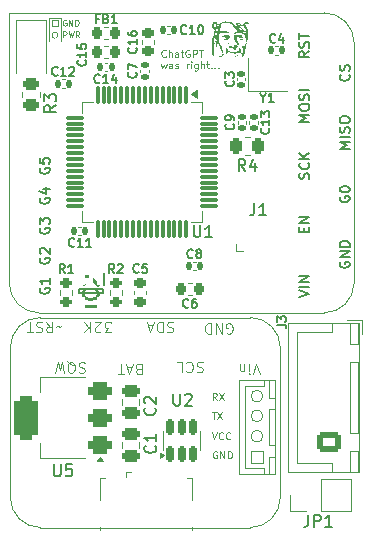
<source format=gto>
G04 #@! TF.GenerationSoftware,KiCad,Pcbnew,9.0.0*
G04 #@! TF.CreationDate,2025-03-18T22:55:58-07:00*
G04 #@! TF.ProjectId,timingGatesSTM32V1,74696d69-6e67-4476-9174-657353544d33,rev?*
G04 #@! TF.SameCoordinates,Original*
G04 #@! TF.FileFunction,Legend,Top*
G04 #@! TF.FilePolarity,Positive*
%FSLAX46Y46*%
G04 Gerber Fmt 4.6, Leading zero omitted, Abs format (unit mm)*
G04 Created by KiCad (PCBNEW 9.0.0) date 2025-03-18 22:55:58*
%MOMM*%
%LPD*%
G01*
G04 APERTURE LIST*
G04 Aperture macros list*
%AMRoundRect*
0 Rectangle with rounded corners*
0 $1 Rounding radius*
0 $2 $3 $4 $5 $6 $7 $8 $9 X,Y pos of 4 corners*
0 Add a 4 corners polygon primitive as box body*
4,1,4,$2,$3,$4,$5,$6,$7,$8,$9,$2,$3,0*
0 Add four circle primitives for the rounded corners*
1,1,$1+$1,$2,$3*
1,1,$1+$1,$4,$5*
1,1,$1+$1,$6,$7*
1,1,$1+$1,$8,$9*
0 Add four rect primitives between the rounded corners*
20,1,$1+$1,$2,$3,$4,$5,0*
20,1,$1+$1,$4,$5,$6,$7,0*
20,1,$1+$1,$6,$7,$8,$9,0*
20,1,$1+$1,$8,$9,$2,$3,0*%
G04 Aperture macros list end*
%ADD10C,0.100000*%
%ADD11C,0.000000*%
%ADD12C,0.080000*%
%ADD13C,0.125000*%
%ADD14C,0.254000*%
%ADD15C,0.150000*%
%ADD16C,0.152400*%
%ADD17C,0.121920*%
%ADD18C,0.200000*%
%ADD19C,0.120000*%
%ADD20C,0.050000*%
%ADD21R,0.450000X1.000000*%
%ADD22RoundRect,0.218750X-0.218750X-0.256250X0.218750X-0.256250X0.218750X0.256250X-0.218750X0.256250X0*%
%ADD23RoundRect,0.140000X0.170000X-0.140000X0.170000X0.140000X-0.170000X0.140000X-0.170000X-0.140000X0*%
%ADD24R,1.700000X1.700000*%
%ADD25O,1.700000X1.700000*%
%ADD26RoundRect,0.140000X-0.140000X-0.170000X0.140000X-0.170000X0.140000X0.170000X-0.140000X0.170000X0*%
%ADD27RoundRect,0.140000X0.140000X0.170000X-0.140000X0.170000X-0.140000X-0.170000X0.140000X-0.170000X0*%
%ADD28RoundRect,0.375000X0.625000X0.375000X-0.625000X0.375000X-0.625000X-0.375000X0.625000X-0.375000X0*%
%ADD29RoundRect,0.500000X0.500000X1.400000X-0.500000X1.400000X-0.500000X-1.400000X0.500000X-1.400000X0*%
%ADD30RoundRect,0.200000X-0.275000X0.200000X-0.275000X-0.200000X0.275000X-0.200000X0.275000X0.200000X0*%
%ADD31RoundRect,0.250000X0.262500X0.450000X-0.262500X0.450000X-0.262500X-0.450000X0.262500X-0.450000X0*%
%ADD32RoundRect,0.225000X0.225000X0.250000X-0.225000X0.250000X-0.225000X-0.250000X0.225000X-0.250000X0*%
%ADD33C,1.879600*%
%ADD34C,1.700000*%
%ADD35O,1.950000X1.700000*%
%ADD36RoundRect,0.250000X-0.725000X0.600000X-0.725000X-0.600000X0.725000X-0.600000X0.725000X0.600000X0*%
%ADD37C,0.990600*%
%ADD38C,0.787400*%
%ADD39RoundRect,0.075000X-0.075000X0.700000X-0.075000X-0.700000X0.075000X-0.700000X0.075000X0.700000X0*%
%ADD40RoundRect,0.075000X-0.700000X0.075000X-0.700000X-0.075000X0.700000X-0.075000X0.700000X0.075000X0*%
%ADD41RoundRect,0.225000X-0.250000X0.225000X-0.250000X-0.225000X0.250000X-0.225000X0.250000X0.225000X0*%
%ADD42RoundRect,0.250000X0.475000X-0.250000X0.475000X0.250000X-0.475000X0.250000X-0.475000X-0.250000X0*%
%ADD43RoundRect,0.250000X-0.450000X0.262500X-0.450000X-0.262500X0.450000X-0.262500X0.450000X0.262500X0*%
%ADD44C,3.301600*%
%ADD45RoundRect,0.250000X-0.475000X0.250000X-0.475000X-0.250000X0.475000X-0.250000X0.475000X0.250000X0*%
%ADD46RoundRect,0.225000X0.250000X-0.225000X0.250000X0.225000X-0.250000X0.225000X-0.250000X-0.225000X0*%
%ADD47RoundRect,0.140000X-0.170000X0.140000X-0.170000X-0.140000X0.170000X-0.140000X0.170000X0.140000X0*%
%ADD48R,1.150000X1.000000*%
%ADD49C,3.200000*%
%ADD50R,0.400000X1.350000*%
%ADD51O,1.200000X1.900000*%
%ADD52R,1.200000X1.900000*%
%ADD53C,1.450000*%
%ADD54R,1.500000X1.900000*%
%ADD55RoundRect,0.150000X0.150000X-0.512500X0.150000X0.512500X-0.150000X0.512500X-0.150000X-0.512500X0*%
G04 APERTURE END LIST*
D10*
X85880000Y-121900000D02*
X85380000Y-121900000D01*
D11*
G36*
X81042190Y-86314008D02*
G01*
X81043644Y-86328659D01*
X81044082Y-86342883D01*
X81043450Y-86356581D01*
X81041707Y-86369655D01*
X81038665Y-86381948D01*
X81036474Y-86393343D01*
X81035116Y-86403818D01*
X81034570Y-86413344D01*
X81034597Y-86417741D01*
X81034819Y-86421891D01*
X81035238Y-86425791D01*
X81035847Y-86429438D01*
X81036646Y-86432825D01*
X81037636Y-86435952D01*
X81038806Y-86438814D01*
X81040164Y-86441408D01*
X81041700Y-86443730D01*
X81043416Y-86445780D01*
X81045306Y-86447549D01*
X81047374Y-86449040D01*
X81049611Y-86450241D01*
X81052018Y-86451158D01*
X81054591Y-86451783D01*
X81057331Y-86452113D01*
X81060231Y-86452143D01*
X81063295Y-86451873D01*
X81066516Y-86451297D01*
X81069892Y-86450412D01*
X81073420Y-86449215D01*
X81077103Y-86447703D01*
X81080934Y-86445875D01*
X81084912Y-86443722D01*
X81088365Y-86441319D01*
X81091776Y-86438745D01*
X81098461Y-86433113D01*
X81104929Y-86426907D01*
X81111142Y-86420190D01*
X81117069Y-86413043D01*
X81122668Y-86405534D01*
X81127906Y-86397732D01*
X81132748Y-86389715D01*
X81137154Y-86381553D01*
X81141090Y-86373321D01*
X81144520Y-86365088D01*
X81147405Y-86356926D01*
X81149715Y-86348909D01*
X81151407Y-86341112D01*
X81152451Y-86333600D01*
X81152718Y-86329977D01*
X81152808Y-86326451D01*
X81154504Y-86316930D01*
X81158371Y-86306921D01*
X81164292Y-86296475D01*
X81172153Y-86285645D01*
X81181848Y-86274486D01*
X81193263Y-86263049D01*
X81206281Y-86251389D01*
X81220797Y-86239559D01*
X81253864Y-86215598D01*
X81291573Y-86191590D01*
X81333024Y-86167965D01*
X81377319Y-86145141D01*
X81423570Y-86123549D01*
X81470880Y-86103612D01*
X81518352Y-86085753D01*
X81565090Y-86070401D01*
X81610201Y-86057975D01*
X81652791Y-86048907D01*
X81672859Y-86045763D01*
X81691963Y-86043617D01*
X81709986Y-86042520D01*
X81726820Y-86042529D01*
X81793461Y-86049183D01*
X81875725Y-86058731D01*
X82047774Y-86079563D01*
X82084653Y-86087049D01*
X82120588Y-86095476D01*
X82154639Y-86104626D01*
X82185874Y-86114280D01*
X82200139Y-86119230D01*
X82213348Y-86124228D01*
X82225379Y-86129241D01*
X82236118Y-86134245D01*
X82245446Y-86139213D01*
X82253248Y-86144115D01*
X82259404Y-86148930D01*
X82263796Y-86153628D01*
X82284169Y-86176257D01*
X82320599Y-86210529D01*
X82432375Y-86306778D01*
X82580605Y-86427906D01*
X82746772Y-86559450D01*
X82912360Y-86686946D01*
X83058853Y-86795922D01*
X83167735Y-86871917D01*
X83202286Y-86893028D01*
X83220487Y-86900465D01*
X83226938Y-86899646D01*
X83229370Y-86898633D01*
X83231291Y-86897231D01*
X83232700Y-86895449D01*
X83233616Y-86893296D01*
X83233991Y-86887905D01*
X83232482Y-86881130D01*
X83229167Y-86873043D01*
X83224115Y-86863713D01*
X83217401Y-86853210D01*
X83209097Y-86841602D01*
X83199271Y-86828964D01*
X83175352Y-86800868D01*
X83146229Y-86769477D01*
X83112475Y-86735358D01*
X83074669Y-86699070D01*
X83033393Y-86661171D01*
X82989223Y-86622225D01*
X82942738Y-86582789D01*
X82894517Y-86543427D01*
X82845140Y-86504696D01*
X82795183Y-86467160D01*
X82745228Y-86431377D01*
X82698491Y-86397081D01*
X82656022Y-86364159D01*
X82618613Y-86333406D01*
X82587065Y-86305619D01*
X82573736Y-86293088D01*
X82562171Y-86281595D01*
X82552469Y-86271239D01*
X82544728Y-86262123D01*
X82539049Y-86254347D01*
X82535530Y-86248008D01*
X82534612Y-86245409D01*
X82534580Y-86245202D01*
X82730801Y-86245202D01*
X82730920Y-86246885D01*
X82731164Y-86248646D01*
X82731533Y-86250480D01*
X82732655Y-86254371D01*
X82734281Y-86258559D01*
X82736417Y-86263041D01*
X82739056Y-86267816D01*
X82742204Y-86272878D01*
X82745855Y-86278227D01*
X82750013Y-86283863D01*
X82754680Y-86289779D01*
X82759850Y-86295978D01*
X82765529Y-86302451D01*
X82771712Y-86309202D01*
X82778405Y-86316228D01*
X82785599Y-86323524D01*
X82793303Y-86331089D01*
X82801511Y-86338920D01*
X82810228Y-86347016D01*
X82819451Y-86355375D01*
X82829180Y-86363993D01*
X82839415Y-86372868D01*
X82850155Y-86382000D01*
X82982569Y-86496185D01*
X83093570Y-86594169D01*
X83184323Y-86677110D01*
X83255980Y-86746160D01*
X83309695Y-86802482D01*
X83330189Y-86826230D01*
X83346631Y-86847228D01*
X83359168Y-86865626D01*
X83367944Y-86881562D01*
X83373106Y-86895186D01*
X83374792Y-86906637D01*
X83374720Y-86910038D01*
X83374510Y-86913288D01*
X83374157Y-86916392D01*
X83373671Y-86919344D01*
X83373055Y-86922143D01*
X83372309Y-86924783D01*
X83371442Y-86927267D01*
X83370452Y-86929589D01*
X83369347Y-86931749D01*
X83368123Y-86933745D01*
X83366792Y-86935575D01*
X83365352Y-86937234D01*
X83363810Y-86938721D01*
X83362166Y-86940033D01*
X83360426Y-86941170D01*
X83358590Y-86942126D01*
X83356664Y-86942904D01*
X83354654Y-86943498D01*
X83352557Y-86943908D01*
X83350382Y-86944130D01*
X83348129Y-86944158D01*
X83345803Y-86943999D01*
X83343406Y-86943644D01*
X83340943Y-86943093D01*
X83338415Y-86942340D01*
X83335829Y-86941389D01*
X83333185Y-86940234D01*
X83330491Y-86938874D01*
X83327746Y-86937303D01*
X83324951Y-86935526D01*
X83322119Y-86933531D01*
X83319242Y-86931326D01*
X83316314Y-86929680D01*
X83313320Y-86928213D01*
X83310268Y-86926922D01*
X83307164Y-86925806D01*
X83304013Y-86924859D01*
X83300825Y-86924085D01*
X83297606Y-86923475D01*
X83294363Y-86923032D01*
X83291098Y-86922750D01*
X83287823Y-86922632D01*
X83284546Y-86922669D01*
X83281270Y-86922864D01*
X83278003Y-86923212D01*
X83274752Y-86923710D01*
X83271523Y-86924358D01*
X83268323Y-86925153D01*
X83265160Y-86926095D01*
X83262038Y-86927177D01*
X83258968Y-86928399D01*
X83255953Y-86929758D01*
X83253002Y-86931255D01*
X83250122Y-86932883D01*
X83247317Y-86934644D01*
X83244598Y-86936534D01*
X83241967Y-86938550D01*
X83239436Y-86940690D01*
X83237008Y-86942952D01*
X83234687Y-86945334D01*
X83232490Y-86947833D01*
X83230411Y-86950449D01*
X83228467Y-86953176D01*
X83226659Y-86956014D01*
X83221834Y-86964600D01*
X83218865Y-86972984D01*
X83217661Y-86981142D01*
X83218126Y-86989058D01*
X83220161Y-86996706D01*
X83223677Y-87004064D01*
X83228575Y-87011115D01*
X83234761Y-87017834D01*
X83242139Y-87024201D01*
X83250619Y-87030191D01*
X83260102Y-87035789D01*
X83270491Y-87040968D01*
X83281696Y-87045707D01*
X83293619Y-87049988D01*
X83306167Y-87053787D01*
X83319242Y-87057083D01*
X83332753Y-87059856D01*
X83346602Y-87062082D01*
X83360696Y-87063741D01*
X83374936Y-87064812D01*
X83389234Y-87065273D01*
X83403490Y-87065100D01*
X83417609Y-87064274D01*
X83431501Y-87062775D01*
X83445062Y-87060579D01*
X83458205Y-87057665D01*
X83470837Y-87054012D01*
X83482855Y-87049599D01*
X83494166Y-87044402D01*
X83504681Y-87038405D01*
X83514298Y-87031581D01*
X83522924Y-87023909D01*
X83539115Y-87003332D01*
X83545451Y-86994927D01*
X83550604Y-86987744D01*
X83554562Y-86981753D01*
X83557318Y-86976930D01*
X83558243Y-86974947D01*
X83558861Y-86973246D01*
X83559179Y-86971823D01*
X83559185Y-86970672D01*
X83558888Y-86969796D01*
X83558282Y-86969187D01*
X83557366Y-86968842D01*
X83556137Y-86968757D01*
X83554595Y-86968929D01*
X83552746Y-86969358D01*
X83548097Y-86970962D01*
X83542181Y-86973543D01*
X83534992Y-86977074D01*
X83526520Y-86981526D01*
X83516753Y-86986875D01*
X83511637Y-86989571D01*
X83506696Y-86991867D01*
X83501933Y-86993766D01*
X83497343Y-86995268D01*
X83492926Y-86996369D01*
X83488679Y-86997075D01*
X83484599Y-86997381D01*
X83480684Y-86997291D01*
X83476931Y-86996802D01*
X83473340Y-86995917D01*
X83469905Y-86994633D01*
X83466628Y-86992950D01*
X83463503Y-86990871D01*
X83460532Y-86988395D01*
X83457707Y-86985521D01*
X83455031Y-86982246D01*
X83452499Y-86978576D01*
X83450110Y-86974506D01*
X83447860Y-86970041D01*
X83445748Y-86965179D01*
X83443774Y-86959914D01*
X83441930Y-86954255D01*
X83440219Y-86948198D01*
X83438636Y-86941743D01*
X83437181Y-86934888D01*
X83435848Y-86927637D01*
X83434639Y-86919987D01*
X83433548Y-86911941D01*
X83431721Y-86894655D01*
X83430341Y-86875776D01*
X83425316Y-86782542D01*
X83422381Y-86743710D01*
X83419060Y-86709707D01*
X83415265Y-86680259D01*
X83410922Y-86655096D01*
X83405945Y-86633948D01*
X83400253Y-86616543D01*
X83393765Y-86602611D01*
X83386402Y-86591880D01*
X83382365Y-86587629D01*
X83378078Y-86584076D01*
X83373532Y-86581188D01*
X83368717Y-86578932D01*
X83358233Y-86576175D01*
X83346548Y-86575533D01*
X83333578Y-86576735D01*
X83319242Y-86579511D01*
X83315264Y-86580018D01*
X83311433Y-86580380D01*
X83307758Y-86580602D01*
X83304233Y-86580681D01*
X83300870Y-86580620D01*
X83297668Y-86580420D01*
X83294627Y-86580083D01*
X83291756Y-86579607D01*
X83289059Y-86578998D01*
X83286536Y-86578253D01*
X83284190Y-86577374D01*
X83282029Y-86576364D01*
X83280053Y-86575223D01*
X83278264Y-86573952D01*
X83276666Y-86572551D01*
X83275265Y-86571024D01*
X83274064Y-86569370D01*
X83273065Y-86567589D01*
X83272270Y-86565687D01*
X83271686Y-86563658D01*
X83271311Y-86561508D01*
X83271157Y-86559239D01*
X83271220Y-86556849D01*
X83271505Y-86554340D01*
X83272018Y-86551713D01*
X83272757Y-86548970D01*
X83273729Y-86546112D01*
X83274941Y-86543139D01*
X83276392Y-86540055D01*
X83278082Y-86536857D01*
X83280022Y-86533551D01*
X83282209Y-86530133D01*
X83288057Y-86519744D01*
X83292896Y-86509425D01*
X83296763Y-86499224D01*
X83299702Y-86489171D01*
X83301749Y-86479308D01*
X83302945Y-86469675D01*
X83303330Y-86460306D01*
X83302943Y-86451245D01*
X83301826Y-86442527D01*
X83300012Y-86434190D01*
X83297549Y-86426273D01*
X83294471Y-86418818D01*
X83290817Y-86411856D01*
X83286629Y-86405433D01*
X83281946Y-86399583D01*
X83276809Y-86394345D01*
X83271254Y-86389758D01*
X83265325Y-86385861D01*
X83259059Y-86382693D01*
X83252495Y-86380289D01*
X83245670Y-86378690D01*
X83238631Y-86377934D01*
X83231413Y-86378061D01*
X83224057Y-86379108D01*
X83216599Y-86381111D01*
X83209081Y-86384114D01*
X83201543Y-86388149D01*
X83194025Y-86393259D01*
X83186567Y-86399481D01*
X83179205Y-86406855D01*
X83171983Y-86415417D01*
X83164937Y-86425206D01*
X83152753Y-86439231D01*
X83147033Y-86445468D01*
X83141527Y-86451185D01*
X83136211Y-86456370D01*
X83131060Y-86461023D01*
X83126050Y-86465135D01*
X83121154Y-86468699D01*
X83116348Y-86471715D01*
X83111609Y-86474171D01*
X83106911Y-86476065D01*
X83102227Y-86477391D01*
X83097535Y-86478144D01*
X83092810Y-86478317D01*
X83088023Y-86477904D01*
X83083157Y-86476896D01*
X83078179Y-86475296D01*
X83073071Y-86473092D01*
X83067800Y-86470281D01*
X83062349Y-86466855D01*
X83056691Y-86462811D01*
X83050798Y-86458142D01*
X83044646Y-86452841D01*
X83038214Y-86446905D01*
X83031475Y-86440326D01*
X83024402Y-86433101D01*
X83009162Y-86416683D01*
X82992293Y-86397608D01*
X82973599Y-86375828D01*
X82960528Y-86360942D01*
X82946851Y-86346426D01*
X82932683Y-86332364D01*
X82918147Y-86318832D01*
X82903355Y-86305916D01*
X82888430Y-86293695D01*
X82873487Y-86282255D01*
X82858642Y-86271672D01*
X82844015Y-86262029D01*
X82829722Y-86253408D01*
X82815881Y-86245892D01*
X82802609Y-86239559D01*
X82790026Y-86234490D01*
X82778246Y-86230770D01*
X82767391Y-86228478D01*
X82762343Y-86227892D01*
X82757572Y-86227695D01*
X82752619Y-86227857D01*
X82748168Y-86228343D01*
X82744226Y-86229150D01*
X82742447Y-86229672D01*
X82740793Y-86230275D01*
X82739264Y-86230956D01*
X82737862Y-86231718D01*
X82736588Y-86232555D01*
X82735441Y-86233473D01*
X82734419Y-86234466D01*
X82733522Y-86235542D01*
X82732754Y-86236689D01*
X82732111Y-86237919D01*
X82731598Y-86239221D01*
X82731209Y-86240603D01*
X82730945Y-86242059D01*
X82730810Y-86243592D01*
X82730801Y-86245202D01*
X82534580Y-86245202D01*
X82534271Y-86243205D01*
X82534522Y-86241411D01*
X82535372Y-86240040D01*
X82541063Y-86234942D01*
X82548770Y-86230068D01*
X82569644Y-86221017D01*
X82596796Y-86212943D01*
X82629017Y-86205899D01*
X82665107Y-86199941D01*
X82703867Y-86195123D01*
X82744091Y-86191496D01*
X82784576Y-86189120D01*
X82824122Y-86188043D01*
X82861523Y-86188323D01*
X82895579Y-86190014D01*
X82925090Y-86193170D01*
X82948849Y-86197844D01*
X82958197Y-86200767D01*
X82965656Y-86204091D01*
X82971076Y-86207822D01*
X82974307Y-86211966D01*
X82975198Y-86216529D01*
X82973599Y-86221523D01*
X82972007Y-86223926D01*
X82970698Y-86226501D01*
X82969663Y-86229240D01*
X82968898Y-86232132D01*
X82968394Y-86235168D01*
X82968149Y-86238341D01*
X82968149Y-86241638D01*
X82968392Y-86245056D01*
X82968869Y-86248578D01*
X82969576Y-86252202D01*
X82970504Y-86255918D01*
X82971647Y-86259714D01*
X82972997Y-86263581D01*
X82974548Y-86267513D01*
X82978229Y-86275530D01*
X82982632Y-86283692D01*
X82987703Y-86291925D01*
X82993391Y-86300160D01*
X82999637Y-86308319D01*
X83006393Y-86316336D01*
X83013599Y-86324136D01*
X83021201Y-86331645D01*
X83029148Y-86338794D01*
X83039486Y-86347478D01*
X83049641Y-86355021D01*
X83059583Y-86361443D01*
X83069269Y-86366763D01*
X83074004Y-86369013D01*
X83078666Y-86370996D01*
X83083244Y-86372714D01*
X83087737Y-86374164D01*
X83092138Y-86375352D01*
X83096447Y-86376284D01*
X83100656Y-86376957D01*
X83104760Y-86377371D01*
X83108756Y-86377535D01*
X83112637Y-86377446D01*
X83116402Y-86377110D01*
X83120045Y-86376528D01*
X83123563Y-86375700D01*
X83126947Y-86374631D01*
X83130196Y-86373323D01*
X83133305Y-86371778D01*
X83136269Y-86369996D01*
X83139086Y-86367984D01*
X83141747Y-86365739D01*
X83144249Y-86363265D01*
X83146592Y-86360568D01*
X83148764Y-86357646D01*
X83150768Y-86354504D01*
X83152592Y-86351139D01*
X83155847Y-86345286D01*
X83158657Y-86339324D01*
X83161015Y-86333292D01*
X83162912Y-86327223D01*
X83164337Y-86321153D01*
X83165287Y-86315120D01*
X83165747Y-86309157D01*
X83165710Y-86303304D01*
X83165165Y-86297598D01*
X83164702Y-86294808D01*
X83164106Y-86292071D01*
X83163380Y-86289384D01*
X83162522Y-86286759D01*
X83161529Y-86284197D01*
X83160404Y-86281703D01*
X83159143Y-86279282D01*
X83157746Y-86276934D01*
X83156209Y-86274672D01*
X83154535Y-86272491D01*
X83152721Y-86270406D01*
X83150762Y-86268411D01*
X83148664Y-86266518D01*
X83146421Y-86264729D01*
X83141138Y-86262558D01*
X83136850Y-86260665D01*
X83133536Y-86259045D01*
X83132240Y-86258334D01*
X83131181Y-86257689D01*
X83130359Y-86257106D01*
X83129771Y-86256584D01*
X83129411Y-86256123D01*
X83129279Y-86255723D01*
X83129372Y-86255382D01*
X83129692Y-86255097D01*
X83130232Y-86254869D01*
X83130991Y-86254701D01*
X83131967Y-86254581D01*
X83133157Y-86254517D01*
X83136175Y-86254542D01*
X83140024Y-86254767D01*
X83144686Y-86255181D01*
X83150143Y-86255775D01*
X83156378Y-86256542D01*
X83171110Y-86258556D01*
X83174669Y-86259572D01*
X83178403Y-86260301D01*
X83182292Y-86260755D01*
X83186336Y-86260943D01*
X83190517Y-86260868D01*
X83194829Y-86260536D01*
X83199262Y-86259957D01*
X83203805Y-86259134D01*
X83213174Y-86256792D01*
X83222861Y-86253567D01*
X83232785Y-86249505D01*
X83242861Y-86244669D01*
X83253011Y-86239109D01*
X83263151Y-86232879D01*
X83273200Y-86226033D01*
X83283079Y-86218631D01*
X83292703Y-86210718D01*
X83301991Y-86202354D01*
X83310866Y-86193594D01*
X83319242Y-86184489D01*
X83327731Y-86174997D01*
X83336960Y-86166188D01*
X83346866Y-86158062D01*
X83357396Y-86150616D01*
X83368493Y-86143845D01*
X83380094Y-86137755D01*
X83392148Y-86132339D01*
X83404592Y-86127590D01*
X83417371Y-86123513D01*
X83430428Y-86120102D01*
X83443705Y-86117354D01*
X83457142Y-86115269D01*
X83470684Y-86113847D01*
X83484269Y-86113080D01*
X83497846Y-86112966D01*
X83511353Y-86113509D01*
X83524732Y-86114702D01*
X83537930Y-86116544D01*
X83550884Y-86119032D01*
X83563538Y-86122164D01*
X83575835Y-86125940D01*
X83587720Y-86130353D01*
X83599132Y-86135406D01*
X83610011Y-86141091D01*
X83620303Y-86147409D01*
X83629952Y-86154362D01*
X83638897Y-86161940D01*
X83647082Y-86170143D01*
X83654447Y-86178972D01*
X83660936Y-86188422D01*
X83666492Y-86198492D01*
X83671058Y-86209179D01*
X83672629Y-86214260D01*
X83673875Y-86219088D01*
X83674781Y-86223663D01*
X83675348Y-86227985D01*
X83675576Y-86232053D01*
X83675453Y-86235869D01*
X83674978Y-86239431D01*
X83674145Y-86242740D01*
X83672950Y-86245796D01*
X83671391Y-86248601D01*
X83669459Y-86251149D01*
X83667152Y-86253444D01*
X83664467Y-86255489D01*
X83661395Y-86257278D01*
X83657938Y-86258816D01*
X83654084Y-86260101D01*
X83649836Y-86261130D01*
X83645183Y-86261907D01*
X83640121Y-86262434D01*
X83634653Y-86262704D01*
X83628764Y-86262722D01*
X83622458Y-86262488D01*
X83615728Y-86261997D01*
X83608564Y-86261258D01*
X83600969Y-86260263D01*
X83592934Y-86259014D01*
X83584457Y-86257514D01*
X83575534Y-86255760D01*
X83566157Y-86253752D01*
X83556323Y-86251493D01*
X83535269Y-86246211D01*
X83501561Y-86239221D01*
X83486324Y-86236589D01*
X83472163Y-86234555D01*
X83459069Y-86233140D01*
X83447050Y-86232366D01*
X83436092Y-86232248D01*
X83426195Y-86232806D01*
X83417357Y-86234061D01*
X83409572Y-86236032D01*
X83402840Y-86238738D01*
X83397154Y-86242197D01*
X83392514Y-86246430D01*
X83388913Y-86251454D01*
X83386352Y-86257289D01*
X83384824Y-86263958D01*
X83384323Y-86271474D01*
X83384852Y-86279859D01*
X83386408Y-86289132D01*
X83388982Y-86299316D01*
X83392573Y-86310423D01*
X83397179Y-86322476D01*
X83402791Y-86335497D01*
X83409415Y-86349500D01*
X83417042Y-86364507D01*
X83425666Y-86380536D01*
X83445905Y-86415743D01*
X83470103Y-86455269D01*
X83498236Y-86499272D01*
X83515895Y-86526963D01*
X83531882Y-86554737D01*
X83546258Y-86582963D01*
X83559092Y-86612012D01*
X83570438Y-86642253D01*
X83580368Y-86674059D01*
X83588939Y-86707799D01*
X83596219Y-86743845D01*
X83602271Y-86782566D01*
X83607154Y-86824338D01*
X83610935Y-86869524D01*
X83613677Y-86918501D01*
X83615408Y-86970672D01*
X83615440Y-86971634D01*
X83616293Y-87029298D01*
X83616293Y-87091863D01*
X83615507Y-87159698D01*
X83612038Y-87266915D01*
X83606251Y-87365888D01*
X83598149Y-87455891D01*
X83587733Y-87536202D01*
X83581657Y-87572491D01*
X83575004Y-87606093D01*
X83567770Y-87636906D01*
X83559958Y-87664848D01*
X83551568Y-87689823D01*
X83542601Y-87711741D01*
X83533049Y-87730515D01*
X83522924Y-87746052D01*
X83509817Y-87763245D01*
X83498201Y-87777708D01*
X83492921Y-87783874D01*
X83487976Y-87789315D01*
X83483356Y-87794005D01*
X83479045Y-87797937D01*
X83475032Y-87801088D01*
X83471306Y-87803449D01*
X83467856Y-87804997D01*
X83464663Y-87805723D01*
X83463161Y-87805771D01*
X83461721Y-87805608D01*
X83460338Y-87805230D01*
X83459014Y-87804636D01*
X83457745Y-87803823D01*
X83456530Y-87802791D01*
X83454260Y-87800058D01*
X83452187Y-87796420D01*
X83450300Y-87791863D01*
X83448589Y-87786369D01*
X83447039Y-87779928D01*
X83445638Y-87772513D01*
X83444375Y-87764118D01*
X83443234Y-87754723D01*
X83442206Y-87744315D01*
X83440435Y-87720388D01*
X83438960Y-87692214D01*
X83437690Y-87659662D01*
X83436514Y-87622608D01*
X83435480Y-87564559D01*
X83432294Y-87510621D01*
X83426830Y-87460548D01*
X83418962Y-87414108D01*
X83408561Y-87371067D01*
X83395505Y-87331194D01*
X83387938Y-87312368D01*
X83379661Y-87294248D01*
X83370653Y-87276798D01*
X83360905Y-87259997D01*
X83350397Y-87243807D01*
X83339113Y-87228204D01*
X83327038Y-87213158D01*
X83314156Y-87198635D01*
X83300450Y-87184613D01*
X83285908Y-87171056D01*
X83254243Y-87145230D01*
X83219033Y-87120926D01*
X83180153Y-87097904D01*
X83137472Y-87075929D01*
X83090870Y-87054770D01*
X83062502Y-87043778D01*
X83035213Y-87033950D01*
X83008915Y-87025299D01*
X82983533Y-87017834D01*
X82958981Y-87011559D01*
X82935179Y-87006491D01*
X82912048Y-87002630D01*
X82889504Y-86999993D01*
X82867466Y-86998583D01*
X82845851Y-86998413D01*
X82824581Y-86999490D01*
X82803575Y-87001824D01*
X82782749Y-87005424D01*
X82762022Y-87010298D01*
X82741310Y-87016458D01*
X82720538Y-87023909D01*
X82679531Y-87039024D01*
X82642156Y-87051950D01*
X82608437Y-87062670D01*
X82578388Y-87071165D01*
X82552025Y-87077418D01*
X82529369Y-87081411D01*
X82510439Y-87083127D01*
X82502378Y-87083126D01*
X82495255Y-87082545D01*
X82489072Y-87081389D01*
X82483828Y-87079650D01*
X82479532Y-87077328D01*
X82476182Y-87074421D01*
X82473782Y-87070925D01*
X82472335Y-87066840D01*
X82471840Y-87062165D01*
X82472300Y-87056892D01*
X82473721Y-87051023D01*
X82476103Y-87044555D01*
X82483753Y-87029817D01*
X82495274Y-87012651D01*
X82510684Y-86993048D01*
X82519205Y-86983869D01*
X82528502Y-86974893D01*
X82538486Y-86966169D01*
X82549069Y-86957751D01*
X82560157Y-86949695D01*
X82571659Y-86942055D01*
X82583489Y-86934887D01*
X82595552Y-86928239D01*
X82607759Y-86922174D01*
X82620025Y-86916741D01*
X82632251Y-86911992D01*
X82644350Y-86907987D01*
X82656236Y-86904777D01*
X82667812Y-86902419D01*
X82678990Y-86900964D01*
X82689677Y-86900465D01*
X82696331Y-86899778D01*
X82702406Y-86898863D01*
X82707896Y-86897717D01*
X82712798Y-86896331D01*
X82717117Y-86894694D01*
X82720843Y-86892803D01*
X82723979Y-86890647D01*
X82725323Y-86889465D01*
X82726520Y-86888217D01*
X82727564Y-86886897D01*
X82728461Y-86885508D01*
X82729210Y-86884046D01*
X82729807Y-86882510D01*
X82730254Y-86880900D01*
X82730551Y-86879216D01*
X82730695Y-86877456D01*
X82730690Y-86875620D01*
X82730225Y-86871710D01*
X82729150Y-86867481D01*
X82727465Y-86862924D01*
X82725170Y-86858031D01*
X82722257Y-86852796D01*
X82718728Y-86847207D01*
X82714580Y-86841261D01*
X82709809Y-86834945D01*
X82704416Y-86828256D01*
X82698397Y-86821184D01*
X82691750Y-86813721D01*
X82684471Y-86805857D01*
X82676560Y-86797587D01*
X82668011Y-86788902D01*
X82649003Y-86770257D01*
X82627430Y-86749860D01*
X82603267Y-86727644D01*
X82583468Y-86709591D01*
X82563497Y-86690271D01*
X82543472Y-86669868D01*
X82523513Y-86648562D01*
X82503731Y-86626530D01*
X82484248Y-86603958D01*
X82465181Y-86581025D01*
X82446649Y-86557907D01*
X82428766Y-86534793D01*
X82411652Y-86511860D01*
X82395425Y-86489283D01*
X82380200Y-86467256D01*
X82366097Y-86445947D01*
X82353233Y-86425542D01*
X82341727Y-86406227D01*
X82331690Y-86388173D01*
X82317056Y-86360871D01*
X82309943Y-86348412D01*
X82302869Y-86336709D01*
X82295759Y-86325744D01*
X82288550Y-86315496D01*
X82281166Y-86305932D01*
X82273538Y-86297037D01*
X82265591Y-86288781D01*
X82257257Y-86281146D01*
X82248466Y-86274105D01*
X82239143Y-86267634D01*
X82229219Y-86261712D01*
X82218623Y-86256309D01*
X82207285Y-86251409D01*
X82195132Y-86246984D01*
X82182092Y-86243010D01*
X82168091Y-86239466D01*
X82153067Y-86236325D01*
X82136941Y-86233566D01*
X82119648Y-86231163D01*
X82101112Y-86229096D01*
X82081260Y-86227337D01*
X82060021Y-86225865D01*
X82013112Y-86223680D01*
X81959808Y-86222357D01*
X81899544Y-86221700D01*
X81831750Y-86221523D01*
X81424383Y-86221523D01*
X81337974Y-86449895D01*
X81313174Y-86521197D01*
X81292066Y-86584899D01*
X81274719Y-86641347D01*
X81264466Y-86678940D01*
X81261205Y-86690898D01*
X81251596Y-86733903D01*
X81245968Y-86770718D01*
X81244668Y-86786910D01*
X81244389Y-86801688D01*
X81245140Y-86815092D01*
X81246931Y-86827170D01*
X81249771Y-86837966D01*
X81253671Y-86847518D01*
X81258636Y-86855876D01*
X81264678Y-86863083D01*
X81271803Y-86869181D01*
X81280023Y-86874216D01*
X81289348Y-86878233D01*
X81299782Y-86881274D01*
X81311338Y-86883383D01*
X81324024Y-86884605D01*
X81352824Y-86884563D01*
X81386253Y-86881503D01*
X81424383Y-86875776D01*
X81469834Y-86870043D01*
X81517773Y-86866652D01*
X81567502Y-86865483D01*
X81618327Y-86866424D01*
X81669546Y-86869350D01*
X81720468Y-86874149D01*
X81770394Y-86880702D01*
X81818631Y-86888892D01*
X81864483Y-86898600D01*
X81907251Y-86909712D01*
X81946236Y-86922105D01*
X81980748Y-86935665D01*
X82010089Y-86950277D01*
X82033561Y-86965815D01*
X82042881Y-86973897D01*
X82050471Y-86982171D01*
X82056247Y-86990616D01*
X82060119Y-86999220D01*
X82060935Y-87003216D01*
X82061065Y-87007101D01*
X82060518Y-87010874D01*
X82059298Y-87014529D01*
X82057411Y-87018069D01*
X82054857Y-87021489D01*
X82051644Y-87024788D01*
X82047774Y-87027960D01*
X82043254Y-87031007D01*
X82038090Y-87033924D01*
X82032282Y-87036711D01*
X82025835Y-87039363D01*
X82018755Y-87041882D01*
X82011049Y-87044262D01*
X82002717Y-87046499D01*
X81993769Y-87048597D01*
X81984204Y-87050549D01*
X81974028Y-87052356D01*
X81963249Y-87054012D01*
X81951865Y-87055517D01*
X81939886Y-87056871D01*
X81927315Y-87058064D01*
X81900414Y-87059978D01*
X81871200Y-87061241D01*
X81839706Y-87061833D01*
X81805968Y-87061742D01*
X81770025Y-87060942D01*
X81708919Y-87058340D01*
X81651501Y-87055155D01*
X81599146Y-87051395D01*
X81553228Y-87047055D01*
X81515122Y-87042135D01*
X81486201Y-87036639D01*
X81475615Y-87033674D01*
X81467841Y-87030564D01*
X81463050Y-87027308D01*
X81461827Y-87025628D01*
X81461418Y-87023909D01*
X81461256Y-87022173D01*
X81460776Y-87020442D01*
X81459988Y-87018717D01*
X81458898Y-87017003D01*
X81457512Y-87015302D01*
X81455842Y-87013617D01*
X81453894Y-87011949D01*
X81451675Y-87010311D01*
X81449196Y-87008697D01*
X81446460Y-87007115D01*
X81443478Y-87005565D01*
X81440260Y-87004053D01*
X81436807Y-87002583D01*
X81433135Y-87001157D01*
X81429247Y-86999777D01*
X81425154Y-86998448D01*
X81416377Y-86995959D01*
X81406866Y-86993712D01*
X81396690Y-86991735D01*
X81385903Y-86990058D01*
X81374577Y-86988707D01*
X81362770Y-86987708D01*
X81350547Y-86987088D01*
X81337974Y-86986875D01*
X81328930Y-86987061D01*
X81320302Y-86987634D01*
X81312078Y-86988617D01*
X81304243Y-86990034D01*
X81296775Y-86991914D01*
X81289665Y-86994281D01*
X81282891Y-86997159D01*
X81276444Y-87000570D01*
X81270300Y-87004545D01*
X81264450Y-87009102D01*
X81258876Y-87014270D01*
X81253563Y-87020076D01*
X81248493Y-87026538D01*
X81243649Y-87033689D01*
X81239022Y-87041547D01*
X81234586Y-87050142D01*
X81230337Y-87059495D01*
X81226249Y-87069630D01*
X81222312Y-87080579D01*
X81218505Y-87092360D01*
X81214819Y-87104997D01*
X81211236Y-87118521D01*
X81207735Y-87132951D01*
X81204306Y-87148317D01*
X81197593Y-87181949D01*
X81190972Y-87219611D01*
X81184314Y-87261506D01*
X81177495Y-87307830D01*
X81170409Y-87371000D01*
X81165367Y-87430985D01*
X81162387Y-87487932D01*
X81161487Y-87541989D01*
X81162682Y-87593290D01*
X81165994Y-87641991D01*
X81171439Y-87688236D01*
X81179038Y-87732162D01*
X81188805Y-87773922D01*
X81200761Y-87813655D01*
X81214921Y-87851509D01*
X81231309Y-87887626D01*
X81249939Y-87922152D01*
X81270826Y-87955231D01*
X81293992Y-87987009D01*
X81319455Y-88017628D01*
X81327474Y-88028176D01*
X81335284Y-88038942D01*
X81342822Y-88049851D01*
X81350028Y-88060833D01*
X81356833Y-88071817D01*
X81363178Y-88082725D01*
X81369000Y-88093489D01*
X81374232Y-88104039D01*
X81378817Y-88114297D01*
X81382686Y-88124193D01*
X81385774Y-88133658D01*
X81388024Y-88142614D01*
X81389370Y-88150993D01*
X81389748Y-88158720D01*
X81389556Y-88162317D01*
X81389097Y-88165725D01*
X81388365Y-88168932D01*
X81387349Y-88171933D01*
X81386764Y-88179349D01*
X81387289Y-88189896D01*
X81388882Y-88203369D01*
X81391497Y-88219575D01*
X81395088Y-88238311D01*
X81399609Y-88259380D01*
X81411265Y-88307721D01*
X81426108Y-88363006D01*
X81443769Y-88423644D01*
X81463888Y-88488042D01*
X81486105Y-88554609D01*
X81520534Y-88661238D01*
X81534060Y-88705078D01*
X81545127Y-88743343D01*
X81553734Y-88776582D01*
X81559882Y-88805344D01*
X81563571Y-88830183D01*
X81564802Y-88851648D01*
X81563571Y-88870290D01*
X81562033Y-88878729D01*
X81559882Y-88886667D01*
X81557116Y-88894176D01*
X81553734Y-88901323D01*
X81545127Y-88914814D01*
X81534060Y-88927690D01*
X81520534Y-88940505D01*
X81504549Y-88953804D01*
X81486105Y-88968147D01*
X81472959Y-88977256D01*
X81459054Y-88986049D01*
X81444495Y-88994497D01*
X81429397Y-89002575D01*
X81413865Y-89010256D01*
X81398007Y-89017512D01*
X81381931Y-89024316D01*
X81365748Y-89030641D01*
X81349563Y-89036458D01*
X81333487Y-89041743D01*
X81317629Y-89046466D01*
X81302095Y-89050603D01*
X81286998Y-89054125D01*
X81272440Y-89057005D01*
X81258535Y-89059215D01*
X81245388Y-89060730D01*
X81228255Y-89060430D01*
X81220726Y-89060038D01*
X81213901Y-89059477D01*
X81207781Y-89058733D01*
X81202371Y-89057799D01*
X81197674Y-89056669D01*
X81193696Y-89055330D01*
X81190443Y-89053771D01*
X81187917Y-89051989D01*
X81186123Y-89049973D01*
X81185065Y-89047710D01*
X81184750Y-89045194D01*
X81185178Y-89042418D01*
X81186361Y-89039370D01*
X81188296Y-89036041D01*
X81190992Y-89032423D01*
X81194451Y-89028507D01*
X81198676Y-89024283D01*
X81203679Y-89019744D01*
X81209457Y-89014876D01*
X81216018Y-89009674D01*
X81231504Y-88998235D01*
X81250170Y-88985349D01*
X81272053Y-88970944D01*
X81297196Y-88954947D01*
X81325627Y-88937286D01*
X81387109Y-88897794D01*
X81412044Y-88880922D01*
X81433254Y-88865535D01*
X81450852Y-88851301D01*
X81458325Y-88844520D01*
X81464937Y-88837905D01*
X81470698Y-88831416D01*
X81475623Y-88825011D01*
X81479725Y-88818651D01*
X81483019Y-88812300D01*
X81485515Y-88805910D01*
X81487231Y-88799442D01*
X81488179Y-88792857D01*
X81488373Y-88786114D01*
X81487821Y-88779174D01*
X81486546Y-88771993D01*
X81484552Y-88764531D01*
X81481861Y-88756747D01*
X81478483Y-88748604D01*
X81474429Y-88740058D01*
X81464356Y-88721595D01*
X81451753Y-88701036D01*
X81436728Y-88678053D01*
X81427407Y-88662453D01*
X81417994Y-88645830D01*
X81399115Y-88610062D01*
X81380527Y-88571838D01*
X81362661Y-88532235D01*
X81345952Y-88492344D01*
X81330837Y-88453251D01*
X81317745Y-88416036D01*
X81307110Y-88381788D01*
X81292326Y-88331811D01*
X81275913Y-88281718D01*
X81258126Y-88231971D01*
X81239218Y-88183024D01*
X81219441Y-88135344D01*
X81199050Y-88089393D01*
X81178297Y-88045627D01*
X81157437Y-88004514D01*
X81136719Y-87966508D01*
X81116400Y-87932073D01*
X81096732Y-87901671D01*
X81077967Y-87875764D01*
X81060361Y-87854809D01*
X81044166Y-87839274D01*
X81029634Y-87829612D01*
X81023070Y-87827128D01*
X81017019Y-87826290D01*
X81014178Y-87826650D01*
X81011449Y-87827719D01*
X81008836Y-87829483D01*
X81006337Y-87831931D01*
X81003954Y-87835048D01*
X81001693Y-87838821D01*
X80999553Y-87843235D01*
X80997537Y-87848278D01*
X80995647Y-87853935D01*
X80993887Y-87860194D01*
X80992258Y-87867042D01*
X80990763Y-87874461D01*
X80988180Y-87890971D01*
X80986156Y-87909615D01*
X80984715Y-87930283D01*
X80983866Y-87952867D01*
X80983635Y-87977263D01*
X80984035Y-88003356D01*
X80985087Y-88031040D01*
X80986807Y-88060207D01*
X80989216Y-88090749D01*
X80992329Y-88122555D01*
X80998948Y-88179856D01*
X81002755Y-88224817D01*
X81003979Y-88257972D01*
X81003691Y-88270285D01*
X81002841Y-88279851D01*
X81001458Y-88286728D01*
X80999569Y-88290987D01*
X80997204Y-88292695D01*
X80994391Y-88291917D01*
X80991154Y-88288720D01*
X80987532Y-88283173D01*
X80979211Y-88265289D01*
X80969668Y-88238796D01*
X80959119Y-88204228D01*
X80947791Y-88162122D01*
X80935911Y-88113009D01*
X80923707Y-88057420D01*
X80911404Y-87995893D01*
X80899225Y-87928959D01*
X80887401Y-87857151D01*
X80877565Y-87798685D01*
X80873949Y-87774180D01*
X80871199Y-87752802D01*
X80869320Y-87734535D01*
X80868306Y-87719361D01*
X80868162Y-87707259D01*
X80868886Y-87698217D01*
X80870475Y-87692209D01*
X80871597Y-87690342D01*
X80872936Y-87689223D01*
X80874492Y-87688857D01*
X80876262Y-87689239D01*
X80878251Y-87690366D01*
X80880456Y-87692236D01*
X80885520Y-87698202D01*
X80891451Y-87707113D01*
X80898252Y-87718954D01*
X80905920Y-87733707D01*
X80913663Y-87752223D01*
X80920711Y-87768414D01*
X80927089Y-87782272D01*
X80932824Y-87793789D01*
X80937948Y-87802954D01*
X80942481Y-87809763D01*
X80944536Y-87812277D01*
X80946456Y-87814200D01*
X80948241Y-87815527D01*
X80949895Y-87816261D01*
X80951424Y-87816397D01*
X80952831Y-87815932D01*
X80954116Y-87814870D01*
X80955285Y-87813211D01*
X80956341Y-87810946D01*
X80957286Y-87808083D01*
X80958126Y-87804615D01*
X80958862Y-87800539D01*
X80960046Y-87790576D01*
X80960851Y-87778177D01*
X80961319Y-87763341D01*
X80961468Y-87746052D01*
X80962324Y-87718405D01*
X80962530Y-87693273D01*
X80962011Y-87670566D01*
X80960697Y-87650188D01*
X80958516Y-87632055D01*
X80955393Y-87616074D01*
X80951257Y-87602152D01*
X80948788Y-87595938D01*
X80946037Y-87590203D01*
X80942997Y-87584938D01*
X80939661Y-87580132D01*
X80936016Y-87575776D01*
X80932053Y-87571857D01*
X80927767Y-87568359D01*
X80923146Y-87565278D01*
X80918179Y-87562597D01*
X80912862Y-87560307D01*
X80907183Y-87558397D01*
X80901133Y-87556855D01*
X80894701Y-87555670D01*
X80887884Y-87554833D01*
X80873044Y-87554148D01*
X80856541Y-87554713D01*
X80853054Y-87555075D01*
X80849536Y-87555015D01*
X80846002Y-87554536D01*
X80842461Y-87553651D01*
X80838918Y-87552369D01*
X80835384Y-87550704D01*
X80831868Y-87548652D01*
X80828379Y-87546231D01*
X80824929Y-87543449D01*
X80821521Y-87540312D01*
X80818167Y-87536834D01*
X80814877Y-87533021D01*
X80811660Y-87528879D01*
X80808525Y-87524424D01*
X80805480Y-87519662D01*
X80802532Y-87514599D01*
X80799697Y-87509247D01*
X80796976Y-87503616D01*
X80794384Y-87497715D01*
X80791926Y-87491550D01*
X80789613Y-87485130D01*
X80787453Y-87478470D01*
X80785456Y-87471573D01*
X80783631Y-87464448D01*
X80781987Y-87457110D01*
X80780533Y-87449562D01*
X80779278Y-87441815D01*
X80778231Y-87433878D01*
X80777401Y-87425760D01*
X80776797Y-87417471D01*
X80776428Y-87409019D01*
X80776302Y-87400413D01*
X80770614Y-87325769D01*
X80763186Y-87238394D01*
X80754603Y-87148704D01*
X80747162Y-87082436D01*
X80859265Y-87082436D01*
X80859823Y-87115905D01*
X80862712Y-87146580D01*
X80867917Y-87174291D01*
X80875420Y-87198864D01*
X80885197Y-87220128D01*
X80890938Y-87229466D01*
X80897238Y-87237911D01*
X80904102Y-87245444D01*
X80911521Y-87252041D01*
X80919496Y-87257682D01*
X80928027Y-87262346D01*
X80937109Y-87266013D01*
X80946739Y-87268655D01*
X80956917Y-87270258D01*
X80967642Y-87270797D01*
X80974362Y-87270582D01*
X80977557Y-87270315D01*
X80980635Y-87269940D01*
X80983596Y-87269463D01*
X80986437Y-87268886D01*
X80989156Y-87268205D01*
X80991750Y-87267422D01*
X80994219Y-87266541D01*
X80996556Y-87265560D01*
X80998765Y-87264485D01*
X81000840Y-87263313D01*
X81002778Y-87262044D01*
X81004579Y-87260681D01*
X81006240Y-87259227D01*
X81007759Y-87257681D01*
X81009133Y-87256046D01*
X81010359Y-87254319D01*
X81011437Y-87252506D01*
X81012364Y-87250605D01*
X81013138Y-87248618D01*
X81013753Y-87246546D01*
X81014212Y-87244392D01*
X81014511Y-87242156D01*
X81014644Y-87239835D01*
X81014617Y-87237438D01*
X81014418Y-87234957D01*
X81014052Y-87232403D01*
X81013512Y-87229770D01*
X81012804Y-87227061D01*
X81011913Y-87224276D01*
X81010845Y-87221420D01*
X81009181Y-87218747D01*
X81007665Y-87215367D01*
X81005059Y-87206580D01*
X81003034Y-87195204D01*
X81001587Y-87181397D01*
X81000720Y-87165309D01*
X81000430Y-87147099D01*
X81000720Y-87126920D01*
X81001587Y-87104919D01*
X81003034Y-87081257D01*
X81005059Y-87056084D01*
X81007665Y-87029553D01*
X81010845Y-87001824D01*
X81014607Y-86973045D01*
X81018948Y-86943368D01*
X81023866Y-86912954D01*
X81029364Y-86881949D01*
X81037333Y-86819757D01*
X81042792Y-86765147D01*
X81045826Y-86718188D01*
X81046528Y-86678940D01*
X81044989Y-86647470D01*
X81043405Y-86634669D01*
X81041298Y-86623838D01*
X81038673Y-86614982D01*
X81035542Y-86608106D01*
X81031923Y-86603223D01*
X81027819Y-86600343D01*
X81023247Y-86599466D01*
X81018214Y-86600607D01*
X81012735Y-86603769D01*
X81006820Y-86608962D01*
X81000480Y-86616192D01*
X80993725Y-86625471D01*
X80979021Y-86650202D01*
X80962795Y-86683214D01*
X80945145Y-86724569D01*
X80926156Y-86774336D01*
X80905920Y-86832570D01*
X80892099Y-86879195D01*
X80880723Y-86924055D01*
X80871769Y-86966984D01*
X80865222Y-87007803D01*
X80861058Y-87046344D01*
X80859265Y-87082436D01*
X80747162Y-87082436D01*
X80745442Y-87067115D01*
X80744502Y-87049986D01*
X80744005Y-87033374D01*
X80743962Y-87017355D01*
X80744380Y-87002018D01*
X80745267Y-86987439D01*
X80746633Y-86973699D01*
X80748489Y-86960883D01*
X80750842Y-86949071D01*
X80753700Y-86938344D01*
X80757073Y-86928783D01*
X80760972Y-86920469D01*
X80765404Y-86913485D01*
X80767824Y-86910516D01*
X80770380Y-86907909D01*
X80773072Y-86905677D01*
X80775906Y-86903828D01*
X80778877Y-86902371D01*
X80781991Y-86901320D01*
X80785248Y-86900681D01*
X80788645Y-86900465D01*
X80791522Y-86900375D01*
X80794356Y-86900111D01*
X80797149Y-86899671D01*
X80799894Y-86899067D01*
X80802588Y-86898300D01*
X80805232Y-86897373D01*
X80807820Y-86896293D01*
X80810346Y-86895065D01*
X80812809Y-86893689D01*
X80815206Y-86892176D01*
X80817532Y-86890529D01*
X80819785Y-86888748D01*
X80821960Y-86886840D01*
X80824057Y-86884811D01*
X80826067Y-86882667D01*
X80827995Y-86880405D01*
X80829829Y-86878037D01*
X80831571Y-86875566D01*
X80833213Y-86872994D01*
X80834758Y-86870328D01*
X80836197Y-86867571D01*
X80837530Y-86864727D01*
X80838750Y-86861805D01*
X80839855Y-86858802D01*
X80840847Y-86855727D01*
X80841715Y-86852589D01*
X80842458Y-86849385D01*
X80843076Y-86846121D01*
X80843560Y-86842803D01*
X80843913Y-86839436D01*
X80844123Y-86836023D01*
X80844198Y-86832570D01*
X80844108Y-86829732D01*
X80843842Y-86827005D01*
X80843409Y-86824389D01*
X80842812Y-86821890D01*
X80842056Y-86819508D01*
X80841144Y-86817246D01*
X80840089Y-86815106D01*
X80838892Y-86813090D01*
X80837559Y-86811200D01*
X80836098Y-86809439D01*
X80834509Y-86807811D01*
X80832805Y-86806314D01*
X80830987Y-86804955D01*
X80829060Y-86803733D01*
X80827032Y-86802651D01*
X80824908Y-86801709D01*
X80822694Y-86800914D01*
X80820394Y-86800266D01*
X80818018Y-86799768D01*
X80815566Y-86799420D01*
X80813046Y-86799225D01*
X80810466Y-86799188D01*
X80807826Y-86799306D01*
X80805138Y-86799588D01*
X80802403Y-86800031D01*
X80799630Y-86800641D01*
X80796822Y-86801415D01*
X80793987Y-86802362D01*
X80791128Y-86803478D01*
X80788254Y-86804769D01*
X80785366Y-86806236D01*
X80782476Y-86807882D01*
X80779039Y-86809491D01*
X80775678Y-86810852D01*
X80772396Y-86811966D01*
X80769189Y-86812838D01*
X80766066Y-86813468D01*
X80763027Y-86813864D01*
X80760072Y-86814026D01*
X80757207Y-86813958D01*
X80754432Y-86813666D01*
X80751750Y-86813148D01*
X80749161Y-86812415D01*
X80746671Y-86811464D01*
X80744280Y-86810300D01*
X80741989Y-86808926D01*
X80739804Y-86807349D01*
X80737728Y-86805567D01*
X80735754Y-86803589D01*
X80733895Y-86801412D01*
X80732149Y-86799045D01*
X80730516Y-86796489D01*
X80729002Y-86793750D01*
X80727609Y-86790825D01*
X80726337Y-86787723D01*
X80725188Y-86784446D01*
X80724166Y-86780999D01*
X80723274Y-86777381D01*
X80722513Y-86773599D01*
X80721885Y-86769656D01*
X80721393Y-86765553D01*
X80721037Y-86761298D01*
X80720826Y-86756889D01*
X80720751Y-86752332D01*
X80720398Y-86742069D01*
X80719368Y-86732139D01*
X80717700Y-86722590D01*
X80715448Y-86713467D01*
X80712654Y-86704814D01*
X80709360Y-86696675D01*
X80705616Y-86689095D01*
X80701464Y-86682123D01*
X80696950Y-86675804D01*
X80692122Y-86670179D01*
X80687022Y-86665295D01*
X80681694Y-86661197D01*
X80678959Y-86659455D01*
X80676186Y-86657931D01*
X80673378Y-86656625D01*
X80670543Y-86655543D01*
X80667684Y-86654691D01*
X80664810Y-86654076D01*
X80661924Y-86653703D01*
X80659032Y-86653577D01*
X80655595Y-86653254D01*
X80652234Y-86652296D01*
X80648952Y-86650719D01*
X80645745Y-86648538D01*
X80642622Y-86645771D01*
X80639583Y-86642427D01*
X80636628Y-86638533D01*
X80633763Y-86634096D01*
X80630988Y-86629137D01*
X80628306Y-86623665D01*
X80625717Y-86617703D01*
X80623227Y-86611265D01*
X80620836Y-86604363D01*
X80618545Y-86597019D01*
X80614284Y-86581055D01*
X80610451Y-86563497D01*
X80607072Y-86544479D01*
X80604165Y-86524121D01*
X80601744Y-86502552D01*
X80599830Y-86479896D01*
X80598441Y-86456285D01*
X80597593Y-86431839D01*
X80597588Y-86431377D01*
X80720751Y-86431377D01*
X80721037Y-86453342D01*
X80721885Y-86475162D01*
X80723274Y-86496693D01*
X80725188Y-86517789D01*
X80727609Y-86538305D01*
X80730516Y-86558100D01*
X80733895Y-86577029D01*
X80737728Y-86594940D01*
X80741989Y-86611698D01*
X80746671Y-86627153D01*
X80751750Y-86641161D01*
X80757207Y-86653577D01*
X80763027Y-86664258D01*
X80769189Y-86673057D01*
X80775678Y-86679834D01*
X80779039Y-86682417D01*
X80782476Y-86684438D01*
X80785366Y-86686101D01*
X80788254Y-86687621D01*
X80791128Y-86688996D01*
X80793987Y-86690225D01*
X80796822Y-86691309D01*
X80799630Y-86692248D01*
X80802403Y-86693046D01*
X80805138Y-86693696D01*
X80807826Y-86694203D01*
X80810466Y-86694564D01*
X80813046Y-86694780D01*
X80815566Y-86694855D01*
X80818018Y-86694780D01*
X80820394Y-86694564D01*
X80822694Y-86694203D01*
X80824908Y-86693696D01*
X80827032Y-86693046D01*
X80829060Y-86692248D01*
X80830987Y-86691309D01*
X80832805Y-86690225D01*
X80834509Y-86688996D01*
X80836098Y-86687621D01*
X80837559Y-86686101D01*
X80838892Y-86684438D01*
X80840089Y-86682630D01*
X80841144Y-86680677D01*
X80842056Y-86678580D01*
X80842812Y-86676338D01*
X80843409Y-86673950D01*
X80843842Y-86671419D01*
X80844108Y-86668742D01*
X80844198Y-86665922D01*
X80844409Y-86659146D01*
X80845029Y-86650491D01*
X80847379Y-86628116D01*
X80851032Y-86599956D01*
X80855767Y-86567166D01*
X80867631Y-86492328D01*
X80881230Y-86412861D01*
X80886502Y-86386301D01*
X80890728Y-86362110D01*
X80893869Y-86340197D01*
X80895888Y-86320473D01*
X80896750Y-86302844D01*
X80896419Y-86287223D01*
X80894859Y-86273520D01*
X80893605Y-86267358D01*
X80892030Y-86261642D01*
X80890131Y-86256360D01*
X80887903Y-86251500D01*
X80885338Y-86247054D01*
X80882436Y-86243006D01*
X80879190Y-86239347D01*
X80875593Y-86236065D01*
X80871648Y-86233149D01*
X80867341Y-86230587D01*
X80862676Y-86228372D01*
X80857644Y-86226486D01*
X80852241Y-86224925D01*
X80846463Y-86223669D01*
X80833762Y-86222045D01*
X80819506Y-86221523D01*
X80812707Y-86221686D01*
X80806192Y-86222186D01*
X80799958Y-86223024D01*
X80793999Y-86224212D01*
X80788311Y-86225757D01*
X80782890Y-86227668D01*
X80777733Y-86229951D01*
X80772831Y-86232615D01*
X80768184Y-86235666D01*
X80763783Y-86239116D01*
X80759626Y-86242971D01*
X80755713Y-86247237D01*
X80752032Y-86251925D01*
X80748582Y-86257038D01*
X80745357Y-86262590D01*
X80742355Y-86268585D01*
X80739568Y-86275034D01*
X80736996Y-86281941D01*
X80734632Y-86289318D01*
X80732469Y-86297168D01*
X80730507Y-86305503D01*
X80728738Y-86314331D01*
X80727159Y-86323659D01*
X80725767Y-86333490D01*
X80724555Y-86343839D01*
X80723518Y-86354712D01*
X80722654Y-86366115D01*
X80721960Y-86378058D01*
X80721046Y-86403593D01*
X80720751Y-86431377D01*
X80597588Y-86431377D01*
X80597310Y-86406689D01*
X80597679Y-86373249D01*
X80598828Y-86342280D01*
X80600806Y-86313639D01*
X80603673Y-86287200D01*
X80607481Y-86262819D01*
X80612280Y-86240366D01*
X80618131Y-86219702D01*
X80625084Y-86200692D01*
X80633194Y-86183201D01*
X80642517Y-86167095D01*
X80653102Y-86152236D01*
X80665011Y-86138487D01*
X80678292Y-86125718D01*
X80693001Y-86113788D01*
X80709195Y-86102562D01*
X80726923Y-86091906D01*
X80745900Y-86082291D01*
X80763585Y-86074281D01*
X80780128Y-86067903D01*
X80788020Y-86065328D01*
X80795685Y-86063168D01*
X80803144Y-86061423D01*
X80810413Y-86060097D01*
X80817513Y-86059191D01*
X80824462Y-86058708D01*
X80831280Y-86058650D01*
X80837988Y-86059017D01*
X80844598Y-86059817D01*
X80851140Y-86061045D01*
X80857626Y-86062710D01*
X80864076Y-86064810D01*
X80870509Y-86067348D01*
X80876950Y-86070329D01*
X80883411Y-86073750D01*
X80889913Y-86077619D01*
X80896479Y-86081934D01*
X80903122Y-86086700D01*
X80916729Y-86097588D01*
X80930886Y-86110305D01*
X80945748Y-86124863D01*
X80961468Y-86141285D01*
X80971659Y-86153274D01*
X80981370Y-86166035D01*
X80990559Y-86179461D01*
X80999178Y-86193459D01*
X81007180Y-86207928D01*
X81014523Y-86222765D01*
X81021159Y-86237874D01*
X81027048Y-86253156D01*
X81032139Y-86268509D01*
X81036390Y-86283836D01*
X81039754Y-86299037D01*
X81040375Y-86302844D01*
X81042190Y-86314008D01*
G37*
G36*
X82418080Y-88016341D02*
G01*
X82425046Y-88016857D01*
X82432825Y-88017786D01*
X82441391Y-88019130D01*
X82450714Y-88020885D01*
X82460765Y-88023040D01*
X82482941Y-88028559D01*
X82507694Y-88035663D01*
X82534801Y-88044321D01*
X82564028Y-88054504D01*
X82595156Y-88066191D01*
X82627955Y-88079350D01*
X82651904Y-88089291D01*
X82672850Y-88098408D01*
X82690829Y-88106895D01*
X82705882Y-88114936D01*
X82712318Y-88118851D01*
X82718036Y-88122724D01*
X82723043Y-88126585D01*
X82727338Y-88130452D01*
X82730929Y-88134351D01*
X82733818Y-88138303D01*
X82736009Y-88142335D01*
X82737515Y-88146472D01*
X82738328Y-88150734D01*
X82738460Y-88155147D01*
X82737914Y-88159734D01*
X82736693Y-88164519D01*
X82734803Y-88169526D01*
X82732250Y-88174777D01*
X82729039Y-88180296D01*
X82725170Y-88186110D01*
X82720649Y-88192239D01*
X82715483Y-88198708D01*
X82703228Y-88212762D01*
X82688443Y-88228464D01*
X82671161Y-88245999D01*
X82660900Y-88257843D01*
X82650968Y-88270170D01*
X82641419Y-88282875D01*
X82632296Y-88295859D01*
X82623643Y-88309024D01*
X82615504Y-88322272D01*
X82607926Y-88335501D01*
X82600952Y-88348612D01*
X82594633Y-88361508D01*
X82589006Y-88374084D01*
X82584124Y-88386249D01*
X82580026Y-88397895D01*
X82576760Y-88408924D01*
X82574372Y-88419244D01*
X82572905Y-88428748D01*
X82572406Y-88437337D01*
X82572317Y-88442347D01*
X82572043Y-88446963D01*
X82571587Y-88451185D01*
X82570948Y-88455022D01*
X82570121Y-88458474D01*
X82569112Y-88461546D01*
X82567912Y-88464238D01*
X82566524Y-88466559D01*
X82564945Y-88468509D01*
X82563176Y-88470090D01*
X82561217Y-88471309D01*
X82559060Y-88472164D01*
X82556714Y-88472664D01*
X82554169Y-88472812D01*
X82551427Y-88472607D01*
X82548490Y-88472056D01*
X82545352Y-88471161D01*
X82542014Y-88469926D01*
X82538476Y-88468356D01*
X82534736Y-88466451D01*
X82530788Y-88464216D01*
X82526641Y-88461654D01*
X82522286Y-88458771D01*
X82517726Y-88455564D01*
X82512956Y-88452043D01*
X82507976Y-88448209D01*
X82497389Y-88439616D01*
X82485950Y-88429810D01*
X82473650Y-88418821D01*
X82464119Y-88408489D01*
X82454111Y-88398363D01*
X82443719Y-88388509D01*
X82433048Y-88378990D01*
X82422200Y-88369870D01*
X82411265Y-88361208D01*
X82400353Y-88353075D01*
X82389554Y-88345527D01*
X82378976Y-88338631D01*
X82368710Y-88332447D01*
X82358863Y-88327042D01*
X82349531Y-88322478D01*
X82340815Y-88318816D01*
X82332812Y-88316124D01*
X82325624Y-88314462D01*
X82322365Y-88314036D01*
X82319345Y-88313893D01*
X82202074Y-88289205D01*
X82187402Y-88286625D01*
X82171502Y-88283610D01*
X82138039Y-88276860D01*
X82078638Y-88264516D01*
X82075201Y-88264408D01*
X82071840Y-88264093D01*
X82068558Y-88263574D01*
X82065351Y-88262863D01*
X82062228Y-88261968D01*
X82059189Y-88260894D01*
X82056234Y-88259652D01*
X82053369Y-88258248D01*
X82050594Y-88256688D01*
X82047912Y-88254985D01*
X82045323Y-88253142D01*
X82042833Y-88251172D01*
X82040442Y-88249077D01*
X82038151Y-88246869D01*
X82035966Y-88244554D01*
X82033890Y-88242141D01*
X82031916Y-88239640D01*
X82030057Y-88237051D01*
X82028310Y-88234393D01*
X82026678Y-88231665D01*
X82025164Y-88228881D01*
X82023771Y-88226044D01*
X82022499Y-88223163D01*
X82021350Y-88220248D01*
X82020328Y-88217307D01*
X82019436Y-88214349D01*
X82018675Y-88211376D01*
X82018047Y-88208400D01*
X82017555Y-88205430D01*
X82017199Y-88202470D01*
X82016988Y-88199532D01*
X82016913Y-88196622D01*
X82017747Y-88188267D01*
X82020180Y-88180554D01*
X82024117Y-88173477D01*
X82029453Y-88167027D01*
X82036089Y-88161195D01*
X82043929Y-88155976D01*
X82052872Y-88151361D01*
X82062819Y-88147341D01*
X82073671Y-88143909D01*
X82085326Y-88141056D01*
X82097688Y-88138773D01*
X82110655Y-88137057D01*
X82138001Y-88135284D01*
X82166585Y-88135672D01*
X82195600Y-88138156D01*
X82224257Y-88142676D01*
X82251754Y-88149166D01*
X82264820Y-88153131D01*
X82277297Y-88157563D01*
X82289090Y-88162458D01*
X82300094Y-88167804D01*
X82310215Y-88173598D01*
X82319345Y-88179829D01*
X82327396Y-88186488D01*
X82334258Y-88193571D01*
X82339838Y-88201065D01*
X82344035Y-88208967D01*
X82346351Y-88214553D01*
X82348672Y-88219744D01*
X82350998Y-88224541D01*
X82353343Y-88228941D01*
X82355702Y-88232949D01*
X82358086Y-88236564D01*
X82360498Y-88239789D01*
X82362938Y-88242624D01*
X82365415Y-88245070D01*
X82367933Y-88247128D01*
X82370498Y-88248801D01*
X82373111Y-88250085D01*
X82375781Y-88250989D01*
X82378507Y-88251507D01*
X82381298Y-88251645D01*
X82384154Y-88251402D01*
X82387084Y-88250776D01*
X82390091Y-88249774D01*
X82393180Y-88248393D01*
X82396355Y-88246638D01*
X82399619Y-88244505D01*
X82402979Y-88242000D01*
X82406437Y-88239123D01*
X82409999Y-88235872D01*
X82413671Y-88232253D01*
X82417457Y-88228260D01*
X82421359Y-88223902D01*
X82425383Y-88219176D01*
X82429535Y-88214085D01*
X82433815Y-88208626D01*
X82442789Y-88196622D01*
X82450313Y-88185264D01*
X82456690Y-88174332D01*
X82461926Y-88163815D01*
X82464119Y-88158711D01*
X82466032Y-88153707D01*
X82467665Y-88148802D01*
X82469018Y-88143996D01*
X82470092Y-88139284D01*
X82470890Y-88134669D01*
X82471414Y-88130151D01*
X82471661Y-88125727D01*
X82471634Y-88121394D01*
X82471337Y-88117155D01*
X82470767Y-88113004D01*
X82469929Y-88108944D01*
X82468817Y-88104969D01*
X82467443Y-88101085D01*
X82465799Y-88097286D01*
X82463891Y-88093570D01*
X82461719Y-88089939D01*
X82459282Y-88086390D01*
X82456582Y-88082923D01*
X82453622Y-88079535D01*
X82450403Y-88076227D01*
X82446925Y-88072998D01*
X82443190Y-88069845D01*
X82439197Y-88066767D01*
X82430446Y-88060833D01*
X82421816Y-88054702D01*
X82414424Y-88049040D01*
X82408238Y-88043838D01*
X82403237Y-88039098D01*
X82399388Y-88034812D01*
X82396663Y-88030984D01*
X82395035Y-88027603D01*
X82394621Y-88026081D01*
X82394474Y-88024668D01*
X82394585Y-88023369D01*
X82394953Y-88022176D01*
X82395572Y-88021095D01*
X82396444Y-88020124D01*
X82398917Y-88018510D01*
X82402343Y-88017325D01*
X82406702Y-88016575D01*
X82411954Y-88016245D01*
X82418080Y-88016341D01*
G37*
G36*
X81968874Y-87215060D02*
G01*
X81994852Y-87217514D01*
X82016386Y-87221630D01*
X82025616Y-87224370D01*
X82033890Y-87227592D01*
X82041256Y-87231320D01*
X82047772Y-87235578D01*
X82053487Y-87240387D01*
X82058455Y-87245769D01*
X82062727Y-87251751D01*
X82066356Y-87258350D01*
X82069390Y-87265592D01*
X82071885Y-87273498D01*
X82075462Y-87291395D01*
X82077504Y-87312219D01*
X82078422Y-87336153D01*
X82078638Y-87363380D01*
X82078116Y-87380466D01*
X82076565Y-87397001D01*
X82074007Y-87412971D01*
X82070463Y-87428369D01*
X82065949Y-87443183D01*
X82060491Y-87457404D01*
X82054104Y-87471024D01*
X82046811Y-87484026D01*
X82038633Y-87496409D01*
X82029588Y-87508154D01*
X82019698Y-87519257D01*
X82008981Y-87529706D01*
X81997462Y-87539487D01*
X81985159Y-87548597D01*
X81972091Y-87557016D01*
X81958278Y-87564742D01*
X81943743Y-87571767D01*
X81928504Y-87578076D01*
X81912585Y-87583657D01*
X81896002Y-87588502D01*
X81878776Y-87592605D01*
X81860931Y-87595950D01*
X81842482Y-87598528D01*
X81823455Y-87600328D01*
X81803865Y-87601344D01*
X81783736Y-87601563D01*
X81763086Y-87600975D01*
X81741939Y-87599569D01*
X81720312Y-87597337D01*
X81698221Y-87594267D01*
X81675699Y-87590349D01*
X81652753Y-87585574D01*
X81492276Y-87554713D01*
X81646584Y-87530030D01*
X81679545Y-87523533D01*
X81711234Y-87515670D01*
X81741529Y-87506525D01*
X81770316Y-87496179D01*
X81797473Y-87484709D01*
X81822886Y-87472200D01*
X81846439Y-87458733D01*
X81868008Y-87444390D01*
X81887484Y-87429249D01*
X81904743Y-87413397D01*
X81919668Y-87396911D01*
X81932145Y-87379872D01*
X81937425Y-87371172D01*
X81942049Y-87362363D01*
X81946005Y-87353457D01*
X81949273Y-87344466D01*
X81951841Y-87335397D01*
X81953692Y-87326261D01*
X81954816Y-87317070D01*
X81955194Y-87307830D01*
X81955065Y-87304538D01*
X81954694Y-87301604D01*
X81954082Y-87299021D01*
X81953238Y-87296787D01*
X81952732Y-87295800D01*
X81952170Y-87294897D01*
X81951552Y-87294078D01*
X81950880Y-87293348D01*
X81950154Y-87292695D01*
X81949375Y-87292128D01*
X81948549Y-87291645D01*
X81947670Y-87291243D01*
X81946740Y-87290921D01*
X81945763Y-87290682D01*
X81943666Y-87290442D01*
X81941380Y-87290517D01*
X81938917Y-87290907D01*
X81936282Y-87291600D01*
X81933483Y-87292599D01*
X81930526Y-87293895D01*
X81927417Y-87295485D01*
X81924163Y-87297366D01*
X81920772Y-87299531D01*
X81917250Y-87301977D01*
X81913602Y-87304695D01*
X81909837Y-87307686D01*
X81905964Y-87310946D01*
X81901983Y-87314466D01*
X81897906Y-87318245D01*
X81893739Y-87322277D01*
X81889488Y-87326559D01*
X81885162Y-87331083D01*
X81880764Y-87335847D01*
X81876303Y-87340845D01*
X81871786Y-87346074D01*
X81867219Y-87351531D01*
X81862608Y-87357207D01*
X81831868Y-87397713D01*
X81819073Y-87413627D01*
X81813204Y-87420498D01*
X81807636Y-87426645D01*
X81802342Y-87432069D01*
X81797286Y-87436772D01*
X81792430Y-87440750D01*
X81787749Y-87444003D01*
X81783199Y-87446537D01*
X81778752Y-87448344D01*
X81774370Y-87449429D01*
X81770025Y-87449790D01*
X81765682Y-87449429D01*
X81761301Y-87448344D01*
X81756853Y-87446537D01*
X81752304Y-87444003D01*
X81747621Y-87440750D01*
X81742767Y-87436772D01*
X81737710Y-87432069D01*
X81732414Y-87426645D01*
X81726849Y-87420498D01*
X81720978Y-87413627D01*
X81708184Y-87397713D01*
X81677442Y-87357207D01*
X81668268Y-87345060D01*
X81659287Y-87334086D01*
X81650565Y-87324306D01*
X81642147Y-87315740D01*
X81634089Y-87308399D01*
X81626451Y-87302307D01*
X81622803Y-87299738D01*
X81619281Y-87297486D01*
X81615889Y-87295553D01*
X81612636Y-87293943D01*
X81609526Y-87292659D01*
X81606570Y-87291702D01*
X81603771Y-87291080D01*
X81601135Y-87290784D01*
X81598672Y-87290826D01*
X81596386Y-87291204D01*
X81594289Y-87291921D01*
X81592381Y-87292980D01*
X81590673Y-87294381D01*
X81589173Y-87296129D01*
X81587883Y-87298224D01*
X81586815Y-87300669D01*
X81585970Y-87303468D01*
X81585358Y-87306623D01*
X81584988Y-87310133D01*
X81584859Y-87314003D01*
X81584733Y-87318033D01*
X81584362Y-87322023D01*
X81583747Y-87325967D01*
X81582895Y-87329855D01*
X81581814Y-87333686D01*
X81580507Y-87337451D01*
X81578982Y-87341148D01*
X81577240Y-87344768D01*
X81575295Y-87348305D01*
X81573144Y-87351758D01*
X81570798Y-87355116D01*
X81568260Y-87358377D01*
X81565539Y-87361533D01*
X81562635Y-87364581D01*
X81559558Y-87367512D01*
X81556315Y-87370325D01*
X81552906Y-87373008D01*
X81549342Y-87375561D01*
X81545625Y-87377976D01*
X81541762Y-87380246D01*
X81537760Y-87382367D01*
X81533625Y-87384332D01*
X81529360Y-87386141D01*
X81524971Y-87387779D01*
X81520464Y-87389247D01*
X81515847Y-87390539D01*
X81511120Y-87391646D01*
X81506298Y-87392567D01*
X81501378Y-87393291D01*
X81496368Y-87393815D01*
X81491275Y-87394134D01*
X81486105Y-87394241D01*
X81480969Y-87394134D01*
X81475984Y-87393815D01*
X81471148Y-87393291D01*
X81466468Y-87392567D01*
X81461944Y-87391646D01*
X81457584Y-87390539D01*
X81453390Y-87389247D01*
X81449361Y-87387779D01*
X81445507Y-87386141D01*
X81441826Y-87384332D01*
X81438324Y-87382367D01*
X81435003Y-87380246D01*
X81431868Y-87377976D01*
X81428923Y-87375561D01*
X81426169Y-87373008D01*
X81423610Y-87370325D01*
X81421252Y-87367512D01*
X81419095Y-87364581D01*
X81417144Y-87361533D01*
X81415402Y-87358377D01*
X81413874Y-87355116D01*
X81412558Y-87351758D01*
X81411465Y-87348305D01*
X81410592Y-87344768D01*
X81409947Y-87341148D01*
X81409530Y-87337451D01*
X81409347Y-87333686D01*
X81409398Y-87329855D01*
X81409692Y-87325967D01*
X81410226Y-87322023D01*
X81411006Y-87318033D01*
X81412039Y-87314003D01*
X81414135Y-87309971D01*
X81416940Y-87305978D01*
X81420435Y-87302031D01*
X81424612Y-87298127D01*
X81429453Y-87294273D01*
X81434944Y-87290471D01*
X81441072Y-87286728D01*
X81447819Y-87283046D01*
X81463114Y-87275870D01*
X81480717Y-87268977D01*
X81500506Y-87262389D01*
X81522366Y-87256137D01*
X81546180Y-87250248D01*
X81571827Y-87244748D01*
X81599194Y-87239661D01*
X81628162Y-87235019D01*
X81658612Y-87230844D01*
X81690427Y-87227171D01*
X81723490Y-87224019D01*
X81757683Y-87221420D01*
X81860077Y-87215874D01*
X81901899Y-87214422D01*
X81938025Y-87214089D01*
X81968874Y-87215060D01*
G37*
G36*
X83061518Y-87517844D02*
G01*
X83084615Y-87518373D01*
X83104690Y-87519354D01*
X83121829Y-87520868D01*
X83136110Y-87522999D01*
X83142205Y-87524318D01*
X83147614Y-87525822D01*
X83152354Y-87527520D01*
X83156425Y-87529427D01*
X83159845Y-87531543D01*
X83162624Y-87533886D01*
X83164768Y-87536466D01*
X83166289Y-87539289D01*
X83167198Y-87542369D01*
X83167505Y-87545712D01*
X83167220Y-87549333D01*
X83166352Y-87553236D01*
X83164913Y-87557436D01*
X83162912Y-87561945D01*
X83157268Y-87571923D01*
X83149495Y-87583248D01*
X83139680Y-87596001D01*
X83127904Y-87610263D01*
X83119673Y-87620242D01*
X83111219Y-87629346D01*
X83102624Y-87637563D01*
X83093957Y-87644886D01*
X83085289Y-87651303D01*
X83076694Y-87656808D01*
X83068244Y-87661390D01*
X83060009Y-87665040D01*
X83052067Y-87667752D01*
X83048225Y-87668752D01*
X83044483Y-87669513D01*
X83040851Y-87670035D01*
X83037335Y-87670318D01*
X83033945Y-87670356D01*
X83030693Y-87670150D01*
X83027585Y-87669705D01*
X83024627Y-87669012D01*
X83021837Y-87668071D01*
X83019217Y-87666885D01*
X83016776Y-87665449D01*
X83014526Y-87663765D01*
X83012476Y-87661830D01*
X83010632Y-87659640D01*
X83000833Y-87649575D01*
X82990091Y-87638134D01*
X82966655Y-87612576D01*
X82942063Y-87585864D01*
X82929875Y-87572977D01*
X82918049Y-87560886D01*
X82915391Y-87558591D01*
X82913195Y-87556333D01*
X82911461Y-87554113D01*
X82910177Y-87551941D01*
X82909705Y-87550875D01*
X82909343Y-87549816D01*
X82909091Y-87548771D01*
X82908949Y-87547736D01*
X82908916Y-87546711D01*
X82908992Y-87545703D01*
X82909175Y-87544709D01*
X82909466Y-87543723D01*
X82909862Y-87542756D01*
X82910365Y-87541797D01*
X82911683Y-87539930D01*
X82913416Y-87538121D01*
X82915555Y-87536370D01*
X82918096Y-87534686D01*
X82921034Y-87533064D01*
X82924366Y-87531513D01*
X82928081Y-87530030D01*
X82932176Y-87528620D01*
X82936642Y-87527283D01*
X82941479Y-87526026D01*
X82946680Y-87524847D01*
X82952237Y-87523748D01*
X82958147Y-87522732D01*
X82964401Y-87521805D01*
X82970995Y-87520962D01*
X82977925Y-87520214D01*
X82985183Y-87519557D01*
X82992766Y-87518994D01*
X83000662Y-87518529D01*
X83008876Y-87518163D01*
X83017391Y-87517898D01*
X83026210Y-87517739D01*
X83035321Y-87517685D01*
X83061518Y-87517844D01*
G37*
D10*
X66780000Y-85730000D02*
X67780000Y-85730000D01*
X83380000Y-117400000D02*
X83380000Y-116900000D01*
X84980000Y-116900000D02*
X84980000Y-116400000D01*
X84980000Y-124400000D02*
X84980000Y-123900000D01*
X85880000Y-118900000D02*
X85380000Y-118900000D01*
X84880000Y-117770000D02*
G75*
G02*
X83880000Y-117770000I-500000J0D01*
G01*
X83880000Y-117770000D02*
G75*
G02*
X84880000Y-117770000I500000J0D01*
G01*
X85880000Y-116400000D02*
X85880000Y-124400000D01*
X82880000Y-116400000D02*
X85880000Y-116400000D01*
X84880000Y-119450000D02*
G75*
G02*
X83880000Y-119450000I-500000J0D01*
G01*
X83880000Y-119450000D02*
G75*
G02*
X84880000Y-119450000I500000J0D01*
G01*
X84880000Y-121170000D02*
G75*
G02*
X83880000Y-121170000I-500000J0D01*
G01*
X83880000Y-121170000D02*
G75*
G02*
X84880000Y-121170000I500000J0D01*
G01*
X85380000Y-124400000D02*
X85380000Y-122900000D01*
D11*
G36*
X80675439Y-87236313D02*
G01*
X80678478Y-87237441D01*
X80681433Y-87239166D01*
X80684296Y-87241479D01*
X80687071Y-87244371D01*
X80689755Y-87247833D01*
X80692342Y-87251856D01*
X80694834Y-87256428D01*
X80697223Y-87261543D01*
X80699514Y-87267194D01*
X80701701Y-87273368D01*
X80703777Y-87280056D01*
X80705751Y-87287250D01*
X80707609Y-87294942D01*
X80709355Y-87303125D01*
X80710989Y-87311784D01*
X80712502Y-87320915D01*
X80713896Y-87330504D01*
X80715168Y-87340548D01*
X80716317Y-87351036D01*
X80718229Y-87373302D01*
X80719620Y-87397229D01*
X80720466Y-87422753D01*
X80720751Y-87449790D01*
X80721885Y-87502484D01*
X80725188Y-87557701D01*
X80730516Y-87613941D01*
X80737728Y-87669670D01*
X80746671Y-87723376D01*
X80757207Y-87773538D01*
X80763027Y-87796813D01*
X80769189Y-87818634D01*
X80775678Y-87838810D01*
X80782476Y-87857151D01*
X80790069Y-87876099D01*
X80796652Y-87893592D01*
X80802219Y-87909622D01*
X80806777Y-87924175D01*
X80810322Y-87937249D01*
X80812854Y-87948831D01*
X80814372Y-87958908D01*
X80814879Y-87967480D01*
X80814372Y-87974530D01*
X80813739Y-87977482D01*
X80812854Y-87980053D01*
X80811712Y-87982236D01*
X80810322Y-87984039D01*
X80808676Y-87985452D01*
X80806777Y-87986478D01*
X80804626Y-87987114D01*
X80802219Y-87987363D01*
X80799562Y-87987217D01*
X80796652Y-87986682D01*
X80790069Y-87984429D01*
X80782476Y-87980595D01*
X80779039Y-87978912D01*
X80775678Y-87978483D01*
X80772396Y-87979300D01*
X80769189Y-87981352D01*
X80766066Y-87984633D01*
X80763027Y-87989125D01*
X80760072Y-87994824D01*
X80757207Y-88001716D01*
X80754432Y-88009792D01*
X80751750Y-88019043D01*
X80746671Y-88041028D01*
X80741989Y-88067586D01*
X80737728Y-88098639D01*
X80733895Y-88134102D01*
X80730516Y-88173898D01*
X80727609Y-88217943D01*
X80725188Y-88266156D01*
X80723274Y-88318456D01*
X80721885Y-88374760D01*
X80721037Y-88434988D01*
X80720751Y-88499059D01*
X80719620Y-88618887D01*
X80716317Y-88727431D01*
X80710989Y-88823244D01*
X80703777Y-88904880D01*
X80694834Y-88970895D01*
X80689755Y-88997589D01*
X80684296Y-89019837D01*
X80678478Y-89037457D01*
X80672316Y-89050266D01*
X80665827Y-89058084D01*
X80662465Y-89060064D01*
X80659032Y-89060730D01*
X80655595Y-89059740D01*
X80652234Y-89056782D01*
X80648952Y-89051886D01*
X80645745Y-89045070D01*
X80639583Y-89025781D01*
X80633763Y-88999105D01*
X80628306Y-88965231D01*
X80623227Y-88924351D01*
X80618545Y-88876654D01*
X80614284Y-88822327D01*
X80610451Y-88761567D01*
X80607072Y-88694557D01*
X80604165Y-88621488D01*
X80601744Y-88542553D01*
X80598441Y-88367839D01*
X80597310Y-88171933D01*
X80598441Y-87980497D01*
X80601744Y-87805845D01*
X80607072Y-87650286D01*
X80614284Y-87516143D01*
X80623227Y-87405717D01*
X80633763Y-87321332D01*
X80639583Y-87289626D01*
X80645745Y-87265299D01*
X80652234Y-87248639D01*
X80659032Y-87239936D01*
X80662465Y-87237945D01*
X80665827Y-87236597D01*
X80669109Y-87235883D01*
X80672316Y-87235788D01*
X80675439Y-87236313D01*
G37*
D10*
X66780000Y-87730000D02*
X66780000Y-85730000D01*
X84980000Y-123900000D02*
X83380000Y-123900000D01*
X85380000Y-118900000D02*
X85380000Y-121900000D01*
X85380000Y-122900000D02*
X85880000Y-122900000D01*
X67780000Y-85730000D02*
X67780000Y-87730000D01*
D11*
G36*
X83269865Y-87375725D02*
G01*
X83060009Y-87418929D01*
X83032004Y-87424137D01*
X83005799Y-87428189D01*
X82981310Y-87431082D01*
X82958458Y-87432819D01*
X82937159Y-87433397D01*
X82917338Y-87432819D01*
X82898906Y-87431082D01*
X82881788Y-87428189D01*
X82865897Y-87424137D01*
X82851155Y-87418929D01*
X82837481Y-87412565D01*
X82824791Y-87405042D01*
X82813007Y-87396363D01*
X82802045Y-87386526D01*
X82791823Y-87375531D01*
X82782260Y-87363380D01*
X82780123Y-87360509D01*
X82903183Y-87360509D01*
X82903220Y-87363090D01*
X82903415Y-87365610D01*
X82903763Y-87368061D01*
X82904261Y-87370440D01*
X82904909Y-87372740D01*
X82905704Y-87374954D01*
X82906646Y-87377076D01*
X82907728Y-87379104D01*
X82908950Y-87381029D01*
X82910309Y-87382848D01*
X82911806Y-87384555D01*
X82913435Y-87386142D01*
X82915196Y-87387605D01*
X82917086Y-87388938D01*
X82919101Y-87390134D01*
X82921241Y-87391190D01*
X82923503Y-87392097D01*
X82925885Y-87392855D01*
X82928384Y-87393453D01*
X82931000Y-87393887D01*
X82933729Y-87394151D01*
X82936565Y-87394241D01*
X82940020Y-87394151D01*
X82943431Y-87393887D01*
X82946798Y-87393453D01*
X82950116Y-87392855D01*
X82953380Y-87392097D01*
X82956584Y-87391190D01*
X82959725Y-87390134D01*
X82962797Y-87388938D01*
X82965800Y-87387605D01*
X82968722Y-87386142D01*
X82971565Y-87384555D01*
X82974323Y-87382848D01*
X82976989Y-87381029D01*
X82979561Y-87379104D01*
X82982032Y-87377076D01*
X82984403Y-87374954D01*
X82986662Y-87372740D01*
X82988806Y-87370440D01*
X82990835Y-87368061D01*
X82992743Y-87365610D01*
X82994524Y-87363090D01*
X82996175Y-87360509D01*
X82997687Y-87357872D01*
X82999060Y-87355182D01*
X83000290Y-87352449D01*
X83001370Y-87349674D01*
X83002295Y-87346866D01*
X83003062Y-87344031D01*
X83003666Y-87341174D01*
X83004106Y-87338298D01*
X83004371Y-87335409D01*
X83004460Y-87332519D01*
X83004320Y-87325722D01*
X83003908Y-87319235D01*
X83003240Y-87313071D01*
X83002337Y-87307253D01*
X83001220Y-87301794D01*
X82999904Y-87296717D01*
X82998404Y-87292035D01*
X82996744Y-87287769D01*
X82994939Y-87283941D01*
X82993007Y-87280562D01*
X82990969Y-87277655D01*
X82988836Y-87275232D01*
X82986632Y-87273318D01*
X82984376Y-87271931D01*
X82983233Y-87271437D01*
X82982084Y-87271083D01*
X82980929Y-87270869D01*
X82979771Y-87270797D01*
X82978000Y-87270869D01*
X82976162Y-87271083D01*
X82974257Y-87271437D01*
X82972298Y-87271931D01*
X82970282Y-87272559D01*
X82968217Y-87273318D01*
X82966108Y-87274212D01*
X82963955Y-87275232D01*
X82959548Y-87277655D01*
X82955033Y-87280562D01*
X82950449Y-87283941D01*
X82945825Y-87287769D01*
X82941203Y-87292035D01*
X82936615Y-87296717D01*
X82932100Y-87301794D01*
X82927694Y-87307253D01*
X82923431Y-87313071D01*
X82919351Y-87319235D01*
X82915487Y-87325722D01*
X82911877Y-87332519D01*
X82910231Y-87335409D01*
X82908764Y-87338298D01*
X82907474Y-87341174D01*
X82906357Y-87344031D01*
X82905412Y-87346866D01*
X82904636Y-87349674D01*
X82904026Y-87352449D01*
X82903583Y-87355182D01*
X82903301Y-87357872D01*
X82903183Y-87360509D01*
X82780123Y-87360509D01*
X82764670Y-87339746D01*
X82748857Y-87319824D01*
X82741588Y-87311289D01*
X82734728Y-87303720D01*
X82728260Y-87297131D01*
X82722179Y-87291533D01*
X82716467Y-87286935D01*
X82711114Y-87283358D01*
X82706105Y-87280805D01*
X82701431Y-87279297D01*
X82697080Y-87278840D01*
X82695019Y-87279011D01*
X82693034Y-87279447D01*
X82691123Y-87280155D01*
X82689286Y-87281136D01*
X82685821Y-87283914D01*
X82682626Y-87287793D01*
X82679693Y-87292790D01*
X82677004Y-87298914D01*
X82674551Y-87306180D01*
X82672316Y-87314597D01*
X82670291Y-87324177D01*
X82668464Y-87334940D01*
X82666822Y-87346889D01*
X82665350Y-87360041D01*
X82664039Y-87374409D01*
X82661843Y-87406839D01*
X82660136Y-87444278D01*
X82658816Y-87486824D01*
X82659395Y-87529776D01*
X82661132Y-87570045D01*
X82664024Y-87606706D01*
X82665905Y-87623385D01*
X82668076Y-87638809D01*
X82670534Y-87652858D01*
X82673284Y-87665415D01*
X82676321Y-87676360D01*
X82679650Y-87685582D01*
X82683266Y-87692958D01*
X82687171Y-87698374D01*
X82689232Y-87700308D01*
X82691366Y-87701709D01*
X82693573Y-87702558D01*
X82695850Y-87702846D01*
X82700726Y-87703663D01*
X82706066Y-87706059D01*
X82711834Y-87709953D01*
X82717982Y-87715249D01*
X82724479Y-87721875D01*
X82731274Y-87729739D01*
X82745615Y-87748848D01*
X82760677Y-87771897D01*
X82776137Y-87798213D01*
X82791670Y-87827115D01*
X82806950Y-87857923D01*
X82821652Y-87889959D01*
X82835449Y-87922551D01*
X82848014Y-87955011D01*
X82859029Y-87986671D01*
X82868159Y-88016847D01*
X82875086Y-88044861D01*
X82879481Y-88070037D01*
X82880626Y-88081347D01*
X82881016Y-88091694D01*
X82880198Y-88100718D01*
X82877798Y-88107025D01*
X82873897Y-88110724D01*
X82868576Y-88111923D01*
X82861916Y-88110724D01*
X82853999Y-88107235D01*
X82844909Y-88101564D01*
X82834726Y-88093816D01*
X82823528Y-88084096D01*
X82811399Y-88072512D01*
X82784672Y-88044172D01*
X82755197Y-88009648D01*
X82723625Y-87969793D01*
X82690607Y-87925452D01*
X82656791Y-87877474D01*
X82622833Y-87826714D01*
X82589381Y-87774019D01*
X82557085Y-87720237D01*
X82526596Y-87666223D01*
X82498568Y-87612820D01*
X82473650Y-87560886D01*
X82452419Y-87512382D01*
X82435160Y-87468501D01*
X82428083Y-87448205D01*
X82422076Y-87428960D01*
X82417165Y-87410726D01*
X82413376Y-87393468D01*
X82410736Y-87377151D01*
X82409270Y-87361740D01*
X82409003Y-87347196D01*
X82409965Y-87333483D01*
X82412177Y-87320567D01*
X82415668Y-87308408D01*
X82420463Y-87296976D01*
X82426588Y-87286227D01*
X82434071Y-87276132D01*
X82442933Y-87266652D01*
X82453207Y-87257747D01*
X82464911Y-87249386D01*
X82478078Y-87241533D01*
X82492729Y-87234149D01*
X82508894Y-87227199D01*
X82526596Y-87220647D01*
X82545863Y-87214457D01*
X82566719Y-87208593D01*
X82613309Y-87197696D01*
X82666571Y-87187664D01*
X82726711Y-87178214D01*
X82762475Y-87172944D01*
X82795837Y-87168752D01*
X82826987Y-87165696D01*
X82856135Y-87163845D01*
X82883473Y-87163257D01*
X82909202Y-87164001D01*
X82933519Y-87166136D01*
X82956626Y-87169727D01*
X82978718Y-87174839D01*
X83000000Y-87181530D01*
X83020666Y-87189867D01*
X83040916Y-87199913D01*
X83060948Y-87211731D01*
X83080961Y-87225387D01*
X83101156Y-87240939D01*
X83121731Y-87258453D01*
X83215291Y-87332519D01*
X83269865Y-87375725D01*
G37*
D10*
X85380000Y-116400000D02*
X85380000Y-117900000D01*
X83875000Y-122400000D02*
X84875000Y-122400000D01*
X84875000Y-123400000D01*
X83875000Y-123400000D01*
X83875000Y-122400000D01*
D11*
G36*
X82750444Y-88875801D02*
G01*
X82752172Y-88876336D01*
X82753628Y-88877248D01*
X82754816Y-88878541D01*
X82755740Y-88880220D01*
X82756403Y-88882278D01*
X82756808Y-88884723D01*
X82756958Y-88887552D01*
X82756859Y-88890766D01*
X82756511Y-88894371D01*
X82755920Y-88898362D01*
X82755088Y-88902742D01*
X82752713Y-88912680D01*
X82749419Y-88924192D01*
X82745228Y-88937286D01*
X82743821Y-88941913D01*
X82741922Y-88946535D01*
X82739549Y-88951137D01*
X82736717Y-88955718D01*
X82733443Y-88960269D01*
X82729741Y-88964775D01*
X82725628Y-88969237D01*
X82721117Y-88973644D01*
X82716230Y-88977985D01*
X82710976Y-88982259D01*
X82705376Y-88986451D01*
X82699445Y-88990557D01*
X82693193Y-88994569D01*
X82686643Y-88998475D01*
X82679810Y-89002273D01*
X82672706Y-89005953D01*
X82657753Y-89012920D01*
X82641917Y-89019319D01*
X82625318Y-89025087D01*
X82608089Y-89030158D01*
X82590353Y-89034469D01*
X82581335Y-89036322D01*
X82572236Y-89037958D01*
X82563077Y-89039373D01*
X82553867Y-89040559D01*
X82544629Y-89041509D01*
X82535372Y-89042214D01*
X82497797Y-89043937D01*
X82482116Y-89044342D01*
X82468541Y-89044432D01*
X82457098Y-89044195D01*
X82447817Y-89043624D01*
X82440724Y-89042709D01*
X82435846Y-89041443D01*
X82434247Y-89040675D01*
X82433210Y-89039812D01*
X82432742Y-89038860D01*
X82432847Y-89037814D01*
X82433522Y-89036671D01*
X82434775Y-89035432D01*
X82439030Y-89032666D01*
X82445633Y-89029500D01*
X82454615Y-89025927D01*
X82466005Y-89021938D01*
X82479823Y-89017524D01*
X82492826Y-89013768D01*
X82506308Y-89009473D01*
X82520170Y-89004669D01*
X82534313Y-88999393D01*
X82548635Y-88993686D01*
X82563041Y-88987578D01*
X82577426Y-88981113D01*
X82591694Y-88974319D01*
X82605746Y-88967236D01*
X82619483Y-88959901D01*
X82632802Y-88952349D01*
X82645607Y-88944615D01*
X82657795Y-88936737D01*
X82669270Y-88928751D01*
X82679930Y-88920691D01*
X82689677Y-88912597D01*
X82701761Y-88902906D01*
X82712570Y-88894671D01*
X82722131Y-88887901D01*
X82730473Y-88882605D01*
X82734194Y-88880512D01*
X82737619Y-88878789D01*
X82740755Y-88877443D01*
X82743601Y-88876467D01*
X82746161Y-88875870D01*
X82748441Y-88875646D01*
X82750444Y-88875801D01*
G37*
G36*
X83544563Y-87896437D02*
G01*
X83546372Y-87896599D01*
X83547866Y-87896919D01*
X83549051Y-87897399D01*
X83549929Y-87898041D01*
X83550499Y-87898846D01*
X83550761Y-87899817D01*
X83550719Y-87900951D01*
X83550373Y-87902250D01*
X83549725Y-87903717D01*
X83548775Y-87905352D01*
X83547526Y-87907156D01*
X83545973Y-87909132D01*
X83541980Y-87913600D01*
X83536801Y-87918765D01*
X83530445Y-87924634D01*
X83522924Y-87931218D01*
X83519419Y-87933999D01*
X83515849Y-87937689D01*
X83512220Y-87942265D01*
X83508542Y-87947697D01*
X83501077Y-87961012D01*
X83493511Y-87977410D01*
X83485907Y-87996667D01*
X83478334Y-88018555D01*
X83470849Y-88042848D01*
X83463518Y-88069318D01*
X83456402Y-88097745D01*
X83449571Y-88127896D01*
X83443081Y-88159548D01*
X83436998Y-88192474D01*
X83431384Y-88226451D01*
X83426303Y-88261249D01*
X83421821Y-88296645D01*
X83417998Y-88332411D01*
X83408566Y-88396533D01*
X83396635Y-88461171D01*
X83382466Y-88525681D01*
X83366305Y-88589424D01*
X83348410Y-88651758D01*
X83329033Y-88712035D01*
X83308424Y-88769622D01*
X83286839Y-88823871D01*
X83264530Y-88874142D01*
X83241752Y-88919793D01*
X83218757Y-88960183D01*
X83195798Y-88994668D01*
X83173129Y-89022607D01*
X83151004Y-89043358D01*
X83140222Y-89050839D01*
X83129669Y-89056281D01*
X83119382Y-89059603D01*
X83109388Y-89060730D01*
X83106551Y-89060622D01*
X83103821Y-89060304D01*
X83101207Y-89059779D01*
X83098706Y-89059056D01*
X83096324Y-89058135D01*
X83094062Y-89057028D01*
X83091922Y-89055736D01*
X83089907Y-89054268D01*
X83088017Y-89052630D01*
X83086258Y-89050821D01*
X83084629Y-89048856D01*
X83083130Y-89046735D01*
X83081771Y-89044461D01*
X83080550Y-89042049D01*
X83079467Y-89039497D01*
X83078527Y-89036811D01*
X83077730Y-89034001D01*
X83077082Y-89031069D01*
X83076584Y-89028022D01*
X83076236Y-89024866D01*
X83076043Y-89021605D01*
X83076005Y-89018247D01*
X83076124Y-89014794D01*
X83076404Y-89011257D01*
X83076851Y-89007637D01*
X83077457Y-89003940D01*
X83078233Y-89000175D01*
X83079178Y-88996344D01*
X83080295Y-88992454D01*
X83081587Y-88988512D01*
X83083054Y-88984521D01*
X83084699Y-88980492D01*
X83088842Y-88967239D01*
X83092019Y-88954114D01*
X83094244Y-88941130D01*
X83095526Y-88928304D01*
X83095874Y-88915657D01*
X83095304Y-88903203D01*
X83093825Y-88890957D01*
X83091449Y-88878939D01*
X83088187Y-88867165D01*
X83084051Y-88855654D01*
X83079050Y-88844418D01*
X83073200Y-88833480D01*
X83066506Y-88822852D01*
X83058982Y-88812553D01*
X83050643Y-88802601D01*
X83041493Y-88793010D01*
X83031550Y-88783800D01*
X83020822Y-88774987D01*
X83009321Y-88766586D01*
X82997060Y-88758616D01*
X82984046Y-88751095D01*
X82970293Y-88744038D01*
X82955815Y-88737465D01*
X82940615Y-88731385D01*
X82924715Y-88725823D01*
X82908119Y-88720792D01*
X82890842Y-88716312D01*
X82872893Y-88712400D01*
X82854281Y-88709067D01*
X82835023Y-88706335D01*
X82815127Y-88704222D01*
X82794605Y-88702743D01*
X82770749Y-88700856D01*
X82747844Y-88699801D01*
X82725970Y-88699542D01*
X82705205Y-88700043D01*
X82685635Y-88701267D01*
X82667339Y-88703176D01*
X82650401Y-88705737D01*
X82634900Y-88708914D01*
X82620917Y-88712670D01*
X82608536Y-88716967D01*
X82597835Y-88721772D01*
X82588898Y-88727046D01*
X82581806Y-88732752D01*
X82576637Y-88738860D01*
X82574801Y-88742049D01*
X82573477Y-88745326D01*
X82572676Y-88748685D01*
X82572406Y-88752120D01*
X82572334Y-88755537D01*
X82572124Y-88758841D01*
X82571771Y-88762027D01*
X82571285Y-88765090D01*
X82570669Y-88768029D01*
X82569923Y-88770837D01*
X82569056Y-88773505D01*
X82568066Y-88776036D01*
X82566961Y-88778424D01*
X82565737Y-88780659D01*
X82564406Y-88782744D01*
X82562966Y-88784667D01*
X82561424Y-88786431D01*
X82559780Y-88788024D01*
X82558040Y-88789449D01*
X82556206Y-88790697D01*
X82554278Y-88791762D01*
X82552268Y-88792644D01*
X82550171Y-88793334D01*
X82547996Y-88793832D01*
X82545743Y-88794129D01*
X82543417Y-88794222D01*
X82541020Y-88794106D01*
X82538557Y-88793781D01*
X82536029Y-88793239D01*
X82533443Y-88792474D01*
X82530799Y-88791483D01*
X82528105Y-88790262D01*
X82525360Y-88788804D01*
X82522565Y-88787109D01*
X82519733Y-88785169D01*
X82516856Y-88782981D01*
X82509584Y-88779298D01*
X82499474Y-88775217D01*
X82486723Y-88770775D01*
X82471529Y-88766008D01*
X82434617Y-88755640D01*
X82390327Y-88744404D01*
X82340249Y-88732590D01*
X82285979Y-88720488D01*
X82229101Y-88708383D01*
X82171213Y-88696570D01*
X82094644Y-88682709D01*
X82061205Y-88677556D01*
X82030803Y-88673616D01*
X82003293Y-88670907D01*
X81978531Y-88669446D01*
X81956373Y-88669251D01*
X81936675Y-88670337D01*
X81919293Y-88672729D01*
X81904078Y-88676437D01*
X81890890Y-88681485D01*
X81879582Y-88687888D01*
X81870012Y-88695669D01*
X81862030Y-88704840D01*
X81855496Y-88715421D01*
X81850264Y-88727431D01*
X81844462Y-88741791D01*
X81838644Y-88754800D01*
X81832825Y-88766473D01*
X81827022Y-88776832D01*
X81821259Y-88785898D01*
X81815547Y-88793694D01*
X81809908Y-88800237D01*
X81804358Y-88805547D01*
X81798919Y-88809646D01*
X81793605Y-88812553D01*
X81788437Y-88814292D01*
X81783432Y-88814878D01*
X81778606Y-88814335D01*
X81773980Y-88812681D01*
X81769572Y-88809937D01*
X81765396Y-88806126D01*
X81761475Y-88801266D01*
X81757825Y-88795375D01*
X81754467Y-88788478D01*
X81751411Y-88780594D01*
X81748686Y-88771740D01*
X81746301Y-88761940D01*
X81744280Y-88751214D01*
X81742636Y-88739583D01*
X81741393Y-88727064D01*
X81740563Y-88713679D01*
X81740169Y-88699450D01*
X81740226Y-88684395D01*
X81740752Y-88668534D01*
X81741771Y-88651890D01*
X81743290Y-88634482D01*
X81745338Y-88616331D01*
X81750834Y-88531176D01*
X81756909Y-88448911D01*
X81761829Y-88379376D01*
X81763311Y-88352458D01*
X81763854Y-88332411D01*
X81764769Y-88321498D01*
X81766326Y-88311892D01*
X81768483Y-88303545D01*
X81771195Y-88296426D01*
X81774420Y-88290495D01*
X81776206Y-88287964D01*
X81778107Y-88285716D01*
X81780114Y-88283748D01*
X81782220Y-88282051D01*
X81784422Y-88280626D01*
X81786711Y-88279464D01*
X81789085Y-88278564D01*
X81791538Y-88277917D01*
X81796651Y-88277370D01*
X81802014Y-88277791D01*
X81807577Y-88279140D01*
X81813301Y-88281376D01*
X81819136Y-88284469D01*
X81825045Y-88288375D01*
X81830976Y-88293063D01*
X81836892Y-88298490D01*
X81842743Y-88304622D01*
X81848490Y-88311420D01*
X81854085Y-88318849D01*
X81859488Y-88326870D01*
X81864649Y-88335445D01*
X81869532Y-88344535D01*
X81874086Y-88354110D01*
X81878268Y-88364124D01*
X81882037Y-88374546D01*
X81885348Y-88385337D01*
X81888154Y-88396458D01*
X81890413Y-88407873D01*
X81892081Y-88419546D01*
X81893115Y-88431438D01*
X81893472Y-88443510D01*
X81894736Y-88458333D01*
X81898473Y-88472704D01*
X81904578Y-88486599D01*
X81912952Y-88500000D01*
X81923496Y-88512883D01*
X81936109Y-88525236D01*
X81950694Y-88537027D01*
X81967150Y-88548243D01*
X81985380Y-88558864D01*
X82005282Y-88568868D01*
X82026756Y-88578232D01*
X82049704Y-88586941D01*
X82074025Y-88594971D01*
X82099623Y-88602303D01*
X82126396Y-88608915D01*
X82154240Y-88614789D01*
X82183066Y-88619901D01*
X82212767Y-88624237D01*
X82243247Y-88627770D01*
X82274405Y-88630483D01*
X82306142Y-88632355D01*
X82338358Y-88633368D01*
X82370954Y-88633498D01*
X82403828Y-88632727D01*
X82436885Y-88631032D01*
X82470023Y-88628397D01*
X82503143Y-88624795D01*
X82536145Y-88620213D01*
X82568930Y-88614627D01*
X82601399Y-88608018D01*
X82633451Y-88600362D01*
X82664989Y-88591642D01*
X82702274Y-88580401D01*
X82735559Y-88569702D01*
X82765049Y-88559365D01*
X82790942Y-88549209D01*
X82813433Y-88539052D01*
X82832723Y-88528714D01*
X82841231Y-88523422D01*
X82849013Y-88518015D01*
X82856093Y-88512475D01*
X82862500Y-88506777D01*
X82868254Y-88500894D01*
X82873382Y-88494811D01*
X82877909Y-88488499D01*
X82881860Y-88481941D01*
X82885261Y-88475112D01*
X82888133Y-88467988D01*
X82890502Y-88460547D01*
X82892398Y-88452769D01*
X82894853Y-88436103D01*
X82895699Y-88417809D01*
X82895135Y-88397707D01*
X82893361Y-88375615D01*
X82885643Y-88328986D01*
X82883056Y-88310572D01*
X82881403Y-88295377D01*
X82880762Y-88283364D01*
X82880846Y-88278540D01*
X82881211Y-88274497D01*
X82881862Y-88271233D01*
X82882813Y-88268740D01*
X82884071Y-88267018D01*
X82885643Y-88266058D01*
X82887545Y-88265860D01*
X82889780Y-88266415D01*
X82892357Y-88267720D01*
X82895288Y-88269772D01*
X82898582Y-88272564D01*
X82902247Y-88276093D01*
X82910720Y-88285347D01*
X82920785Y-88297494D01*
X82932515Y-88312495D01*
X82961255Y-88350927D01*
X82970291Y-88362771D01*
X82978855Y-88375084D01*
X82986914Y-88387762D01*
X82994431Y-88400689D01*
X83001370Y-88413763D01*
X83007691Y-88426872D01*
X83013362Y-88439910D01*
X83018348Y-88452769D01*
X83022610Y-88465336D01*
X83026112Y-88477504D01*
X83028818Y-88489168D01*
X83030693Y-88500217D01*
X83031700Y-88510542D01*
X83031800Y-88520035D01*
X83030963Y-88528588D01*
X83030180Y-88532481D01*
X83029148Y-88536093D01*
X83026105Y-88545453D01*
X83023898Y-88554991D01*
X83022491Y-88564666D01*
X83021857Y-88574440D01*
X83021957Y-88584271D01*
X83022761Y-88594123D01*
X83024239Y-88603956D01*
X83026354Y-88613728D01*
X83029073Y-88623400D01*
X83032367Y-88632933D01*
X83036201Y-88642287D01*
X83040541Y-88651425D01*
X83045357Y-88660302D01*
X83050613Y-88668885D01*
X83056282Y-88677129D01*
X83062327Y-88684998D01*
X83068711Y-88692450D01*
X83075408Y-88699449D01*
X83082383Y-88705950D01*
X83089606Y-88711915D01*
X83097040Y-88717308D01*
X83104652Y-88722088D01*
X83112412Y-88726216D01*
X83120285Y-88729648D01*
X83128241Y-88732350D01*
X83136245Y-88734280D01*
X83144266Y-88735398D01*
X83152268Y-88735665D01*
X83160221Y-88735039D01*
X83168093Y-88733487D01*
X83175847Y-88730964D01*
X83183453Y-88727431D01*
X83190164Y-88721917D01*
X83196403Y-88714719D01*
X83202179Y-88705956D01*
X83207491Y-88695750D01*
X83212342Y-88684224D01*
X83216735Y-88671501D01*
X83224154Y-88642948D01*
X83229761Y-88611069D01*
X83233580Y-88576839D01*
X83235625Y-88541233D01*
X83235919Y-88505232D01*
X83234473Y-88469808D01*
X83231314Y-88435939D01*
X83226452Y-88404601D01*
X83219909Y-88376773D01*
X83211703Y-88353429D01*
X83206982Y-88343743D01*
X83201852Y-88335544D01*
X83196313Y-88328956D01*
X83190371Y-88324098D01*
X83184026Y-88321095D01*
X83177282Y-88320066D01*
X83174969Y-88319940D01*
X83172659Y-88319565D01*
X83170358Y-88318953D01*
X83168071Y-88318102D01*
X83165803Y-88317021D01*
X83163557Y-88315713D01*
X83161339Y-88314186D01*
X83159152Y-88312446D01*
X83157001Y-88310499D01*
X83154892Y-88308349D01*
X83152823Y-88306005D01*
X83150809Y-88303467D01*
X83148847Y-88300744D01*
X83146946Y-88297842D01*
X83145107Y-88294765D01*
X83143336Y-88291518D01*
X83141636Y-88288113D01*
X83140015Y-88284546D01*
X83138471Y-88280832D01*
X83137019Y-88276968D01*
X83135653Y-88272967D01*
X83134384Y-88268830D01*
X83133212Y-88264564D01*
X83132149Y-88260177D01*
X83131190Y-88255669D01*
X83130347Y-88251051D01*
X83129620Y-88246327D01*
X83129015Y-88241503D01*
X83128534Y-88236583D01*
X83128189Y-88231575D01*
X83127977Y-88226481D01*
X83127904Y-88221310D01*
X83128013Y-88215072D01*
X83128340Y-88209088D01*
X83128886Y-88203361D01*
X83129654Y-88197888D01*
X83130640Y-88192672D01*
X83131850Y-88187718D01*
X83133286Y-88183021D01*
X83134946Y-88178587D01*
X83136830Y-88174413D01*
X83138942Y-88170507D01*
X83141284Y-88166860D01*
X83143853Y-88163482D01*
X83146655Y-88160370D01*
X83149688Y-88157526D01*
X83152951Y-88154950D01*
X83156450Y-88152646D01*
X83160185Y-88150611D01*
X83164154Y-88148848D01*
X83168363Y-88147359D01*
X83172811Y-88146147D01*
X83177495Y-88145208D01*
X83182423Y-88144548D01*
X83187590Y-88144167D01*
X83193001Y-88144062D01*
X83198657Y-88144239D01*
X83204557Y-88144698D01*
X83210705Y-88145436D01*
X83217101Y-88146462D01*
X83223743Y-88147770D01*
X83230637Y-88149364D01*
X83237782Y-88151245D01*
X83245175Y-88153416D01*
X83261893Y-88156375D01*
X83277353Y-88158288D01*
X83291600Y-88159113D01*
X83298283Y-88159107D01*
X83304680Y-88158816D01*
X83310797Y-88158238D01*
X83316640Y-88157365D01*
X83322215Y-88156192D01*
X83327524Y-88154719D01*
X83332577Y-88152937D01*
X83337379Y-88150842D01*
X83341931Y-88148433D01*
X83346245Y-88145701D01*
X83350325Y-88142646D01*
X83354174Y-88139257D01*
X83357798Y-88135537D01*
X83361208Y-88131477D01*
X83364403Y-88127071D01*
X83367389Y-88122319D01*
X83370175Y-88117215D01*
X83372767Y-88111755D01*
X83375170Y-88105930D01*
X83377385Y-88099740D01*
X83379425Y-88093182D01*
X83381291Y-88086246D01*
X83384525Y-88071231D01*
X83387137Y-88054662D01*
X83389877Y-88041945D01*
X83393431Y-88029310D01*
X83397742Y-88016838D01*
X83402762Y-88004608D01*
X83408429Y-87992707D01*
X83414696Y-87981208D01*
X83421503Y-87970201D01*
X83428801Y-87959763D01*
X83436529Y-87949977D01*
X83444639Y-87940923D01*
X83453074Y-87932680D01*
X83461781Y-87925333D01*
X83470706Y-87918964D01*
X83479792Y-87913653D01*
X83484380Y-87911419D01*
X83488985Y-87909478D01*
X83493608Y-87907846D01*
X83498236Y-87906528D01*
X83509159Y-87903348D01*
X83518790Y-87900753D01*
X83527136Y-87898758D01*
X83534209Y-87897366D01*
X83540014Y-87896590D01*
X83542445Y-87896436D01*
X83544563Y-87896437D01*
G37*
D10*
X82880000Y-124400000D02*
X82880000Y-116400000D01*
D11*
G36*
X82000470Y-87895695D02*
G01*
X82001484Y-87896497D01*
X82002207Y-87897721D01*
X82002645Y-87899359D01*
X82002796Y-87901422D01*
X82002666Y-87903913D01*
X82002252Y-87906831D01*
X82001565Y-87910185D01*
X82000600Y-87913969D01*
X81999361Y-87918198D01*
X81996073Y-87927984D01*
X81991719Y-87939571D01*
X81986316Y-87952984D01*
X81979882Y-87968250D01*
X81976201Y-87979458D01*
X81972141Y-87989913D01*
X81967755Y-87999592D01*
X81963100Y-88008466D01*
X81958228Y-88016506D01*
X81953191Y-88023693D01*
X81948045Y-88029988D01*
X81942847Y-88035372D01*
X81937650Y-88039816D01*
X81935065Y-88041678D01*
X81932505Y-88043295D01*
X81929968Y-88044660D01*
X81927468Y-88045774D01*
X81925008Y-88046635D01*
X81922596Y-88047237D01*
X81920235Y-88047574D01*
X81917940Y-88047646D01*
X81915708Y-88047448D01*
X81913555Y-88046982D01*
X81911478Y-88046238D01*
X81909495Y-88045213D01*
X81907605Y-88043910D01*
X81905814Y-88042317D01*
X81904186Y-88040491D01*
X81902773Y-88038492D01*
X81901573Y-88036324D01*
X81900582Y-88033999D01*
X81899800Y-88031517D01*
X81899224Y-88028890D01*
X81898849Y-88026124D01*
X81898677Y-88023220D01*
X81898705Y-88020195D01*
X81898927Y-88017045D01*
X81899346Y-88013785D01*
X81899955Y-88010419D01*
X81900754Y-88006954D01*
X81901744Y-88003393D01*
X81902914Y-87999750D01*
X81904272Y-87996024D01*
X81905808Y-87992229D01*
X81907524Y-87988368D01*
X81911482Y-87980475D01*
X81916126Y-87972399D01*
X81921436Y-87964198D01*
X81927403Y-87955927D01*
X81934000Y-87947635D01*
X81941211Y-87939381D01*
X81949020Y-87931218D01*
X81959946Y-87921529D01*
X81969586Y-87913317D01*
X81977961Y-87906603D01*
X81985089Y-87901416D01*
X81988189Y-87899406D01*
X81990987Y-87897787D01*
X81993481Y-87896562D01*
X81995673Y-87895740D01*
X81997569Y-87895317D01*
X81999168Y-87895302D01*
X82000470Y-87895695D01*
G37*
D10*
X83380000Y-123900000D02*
X83380000Y-117400000D01*
X67030000Y-85970000D02*
X67530000Y-85970000D01*
X67530000Y-86470000D01*
X67030000Y-86470000D01*
X67030000Y-85970000D01*
X67530000Y-87220000D02*
G75*
G02*
X67030000Y-87220000I-250000J0D01*
G01*
X67030000Y-87220000D02*
G75*
G02*
X67530000Y-87220000I250000J0D01*
G01*
X83380000Y-116900000D02*
X84980000Y-116900000D01*
X85380000Y-117900000D02*
X85880000Y-117900000D01*
X85880000Y-124400000D02*
X82880000Y-124400000D01*
D12*
X80978345Y-118102411D02*
X80778345Y-117816697D01*
X80635488Y-118102411D02*
X80635488Y-117502411D01*
X80635488Y-117502411D02*
X80864059Y-117502411D01*
X80864059Y-117502411D02*
X80921202Y-117530982D01*
X80921202Y-117530982D02*
X80949773Y-117559554D01*
X80949773Y-117559554D02*
X80978345Y-117616697D01*
X80978345Y-117616697D02*
X80978345Y-117702411D01*
X80978345Y-117702411D02*
X80949773Y-117759554D01*
X80949773Y-117759554D02*
X80921202Y-117788125D01*
X80921202Y-117788125D02*
X80864059Y-117816697D01*
X80864059Y-117816697D02*
X80635488Y-117816697D01*
X81178345Y-117502411D02*
X81578345Y-118102411D01*
X81578345Y-117502411D02*
X81178345Y-118102411D01*
D13*
X76667950Y-88996962D02*
X76639378Y-89025534D01*
X76639378Y-89025534D02*
X76553664Y-89054105D01*
X76553664Y-89054105D02*
X76496521Y-89054105D01*
X76496521Y-89054105D02*
X76410807Y-89025534D01*
X76410807Y-89025534D02*
X76353664Y-88968391D01*
X76353664Y-88968391D02*
X76325093Y-88911248D01*
X76325093Y-88911248D02*
X76296521Y-88796962D01*
X76296521Y-88796962D02*
X76296521Y-88711248D01*
X76296521Y-88711248D02*
X76325093Y-88596962D01*
X76325093Y-88596962D02*
X76353664Y-88539819D01*
X76353664Y-88539819D02*
X76410807Y-88482676D01*
X76410807Y-88482676D02*
X76496521Y-88454105D01*
X76496521Y-88454105D02*
X76553664Y-88454105D01*
X76553664Y-88454105D02*
X76639378Y-88482676D01*
X76639378Y-88482676D02*
X76667950Y-88511248D01*
X76925093Y-89054105D02*
X76925093Y-88454105D01*
X77182236Y-89054105D02*
X77182236Y-88739819D01*
X77182236Y-88739819D02*
X77153664Y-88682676D01*
X77153664Y-88682676D02*
X77096521Y-88654105D01*
X77096521Y-88654105D02*
X77010807Y-88654105D01*
X77010807Y-88654105D02*
X76953664Y-88682676D01*
X76953664Y-88682676D02*
X76925093Y-88711248D01*
X77725093Y-89054105D02*
X77725093Y-88739819D01*
X77725093Y-88739819D02*
X77696521Y-88682676D01*
X77696521Y-88682676D02*
X77639378Y-88654105D01*
X77639378Y-88654105D02*
X77525093Y-88654105D01*
X77525093Y-88654105D02*
X77467950Y-88682676D01*
X77725093Y-89025534D02*
X77667950Y-89054105D01*
X77667950Y-89054105D02*
X77525093Y-89054105D01*
X77525093Y-89054105D02*
X77467950Y-89025534D01*
X77467950Y-89025534D02*
X77439378Y-88968391D01*
X77439378Y-88968391D02*
X77439378Y-88911248D01*
X77439378Y-88911248D02*
X77467950Y-88854105D01*
X77467950Y-88854105D02*
X77525093Y-88825534D01*
X77525093Y-88825534D02*
X77667950Y-88825534D01*
X77667950Y-88825534D02*
X77725093Y-88796962D01*
X77925092Y-88654105D02*
X78153664Y-88654105D01*
X78010807Y-88454105D02*
X78010807Y-88968391D01*
X78010807Y-88968391D02*
X78039378Y-89025534D01*
X78039378Y-89025534D02*
X78096521Y-89054105D01*
X78096521Y-89054105D02*
X78153664Y-89054105D01*
X78667949Y-88482676D02*
X78610807Y-88454105D01*
X78610807Y-88454105D02*
X78525092Y-88454105D01*
X78525092Y-88454105D02*
X78439378Y-88482676D01*
X78439378Y-88482676D02*
X78382235Y-88539819D01*
X78382235Y-88539819D02*
X78353664Y-88596962D01*
X78353664Y-88596962D02*
X78325092Y-88711248D01*
X78325092Y-88711248D02*
X78325092Y-88796962D01*
X78325092Y-88796962D02*
X78353664Y-88911248D01*
X78353664Y-88911248D02*
X78382235Y-88968391D01*
X78382235Y-88968391D02*
X78439378Y-89025534D01*
X78439378Y-89025534D02*
X78525092Y-89054105D01*
X78525092Y-89054105D02*
X78582235Y-89054105D01*
X78582235Y-89054105D02*
X78667949Y-89025534D01*
X78667949Y-89025534D02*
X78696521Y-88996962D01*
X78696521Y-88996962D02*
X78696521Y-88796962D01*
X78696521Y-88796962D02*
X78582235Y-88796962D01*
X78953664Y-89054105D02*
X78953664Y-88454105D01*
X78953664Y-88454105D02*
X79182235Y-88454105D01*
X79182235Y-88454105D02*
X79239378Y-88482676D01*
X79239378Y-88482676D02*
X79267949Y-88511248D01*
X79267949Y-88511248D02*
X79296521Y-88568391D01*
X79296521Y-88568391D02*
X79296521Y-88654105D01*
X79296521Y-88654105D02*
X79267949Y-88711248D01*
X79267949Y-88711248D02*
X79239378Y-88739819D01*
X79239378Y-88739819D02*
X79182235Y-88768391D01*
X79182235Y-88768391D02*
X78953664Y-88768391D01*
X79467949Y-88454105D02*
X79810807Y-88454105D01*
X79639378Y-89054105D02*
X79639378Y-88454105D01*
X76267950Y-89620071D02*
X76382236Y-90020071D01*
X76382236Y-90020071D02*
X76496521Y-89734357D01*
X76496521Y-89734357D02*
X76610807Y-90020071D01*
X76610807Y-90020071D02*
X76725093Y-89620071D01*
X77210807Y-90020071D02*
X77210807Y-89705785D01*
X77210807Y-89705785D02*
X77182235Y-89648642D01*
X77182235Y-89648642D02*
X77125092Y-89620071D01*
X77125092Y-89620071D02*
X77010807Y-89620071D01*
X77010807Y-89620071D02*
X76953664Y-89648642D01*
X77210807Y-89991500D02*
X77153664Y-90020071D01*
X77153664Y-90020071D02*
X77010807Y-90020071D01*
X77010807Y-90020071D02*
X76953664Y-89991500D01*
X76953664Y-89991500D02*
X76925092Y-89934357D01*
X76925092Y-89934357D02*
X76925092Y-89877214D01*
X76925092Y-89877214D02*
X76953664Y-89820071D01*
X76953664Y-89820071D02*
X77010807Y-89791500D01*
X77010807Y-89791500D02*
X77153664Y-89791500D01*
X77153664Y-89791500D02*
X77210807Y-89762928D01*
X77467949Y-89991500D02*
X77525092Y-90020071D01*
X77525092Y-90020071D02*
X77639378Y-90020071D01*
X77639378Y-90020071D02*
X77696521Y-89991500D01*
X77696521Y-89991500D02*
X77725092Y-89934357D01*
X77725092Y-89934357D02*
X77725092Y-89905785D01*
X77725092Y-89905785D02*
X77696521Y-89848642D01*
X77696521Y-89848642D02*
X77639378Y-89820071D01*
X77639378Y-89820071D02*
X77553664Y-89820071D01*
X77553664Y-89820071D02*
X77496521Y-89791500D01*
X77496521Y-89791500D02*
X77467949Y-89734357D01*
X77467949Y-89734357D02*
X77467949Y-89705785D01*
X77467949Y-89705785D02*
X77496521Y-89648642D01*
X77496521Y-89648642D02*
X77553664Y-89620071D01*
X77553664Y-89620071D02*
X77639378Y-89620071D01*
X77639378Y-89620071D02*
X77696521Y-89648642D01*
X78439378Y-90020071D02*
X78439378Y-89620071D01*
X78439378Y-89734357D02*
X78467949Y-89677214D01*
X78467949Y-89677214D02*
X78496521Y-89648642D01*
X78496521Y-89648642D02*
X78553663Y-89620071D01*
X78553663Y-89620071D02*
X78610806Y-89620071D01*
X78810807Y-90020071D02*
X78810807Y-89620071D01*
X78810807Y-89420071D02*
X78782235Y-89448642D01*
X78782235Y-89448642D02*
X78810807Y-89477214D01*
X78810807Y-89477214D02*
X78839378Y-89448642D01*
X78839378Y-89448642D02*
X78810807Y-89420071D01*
X78810807Y-89420071D02*
X78810807Y-89477214D01*
X79353664Y-89620071D02*
X79353664Y-90105785D01*
X79353664Y-90105785D02*
X79325092Y-90162928D01*
X79325092Y-90162928D02*
X79296521Y-90191500D01*
X79296521Y-90191500D02*
X79239378Y-90220071D01*
X79239378Y-90220071D02*
X79153664Y-90220071D01*
X79153664Y-90220071D02*
X79096521Y-90191500D01*
X79353664Y-89991500D02*
X79296521Y-90020071D01*
X79296521Y-90020071D02*
X79182235Y-90020071D01*
X79182235Y-90020071D02*
X79125092Y-89991500D01*
X79125092Y-89991500D02*
X79096521Y-89962928D01*
X79096521Y-89962928D02*
X79067949Y-89905785D01*
X79067949Y-89905785D02*
X79067949Y-89734357D01*
X79067949Y-89734357D02*
X79096521Y-89677214D01*
X79096521Y-89677214D02*
X79125092Y-89648642D01*
X79125092Y-89648642D02*
X79182235Y-89620071D01*
X79182235Y-89620071D02*
X79296521Y-89620071D01*
X79296521Y-89620071D02*
X79353664Y-89648642D01*
X79639378Y-90020071D02*
X79639378Y-89420071D01*
X79896521Y-90020071D02*
X79896521Y-89705785D01*
X79896521Y-89705785D02*
X79867949Y-89648642D01*
X79867949Y-89648642D02*
X79810806Y-89620071D01*
X79810806Y-89620071D02*
X79725092Y-89620071D01*
X79725092Y-89620071D02*
X79667949Y-89648642D01*
X79667949Y-89648642D02*
X79639378Y-89677214D01*
X80096520Y-89620071D02*
X80325092Y-89620071D01*
X80182235Y-89420071D02*
X80182235Y-89934357D01*
X80182235Y-89934357D02*
X80210806Y-89991500D01*
X80210806Y-89991500D02*
X80267949Y-90020071D01*
X80267949Y-90020071D02*
X80325092Y-90020071D01*
X80525092Y-89962928D02*
X80553663Y-89991500D01*
X80553663Y-89991500D02*
X80525092Y-90020071D01*
X80525092Y-90020071D02*
X80496520Y-89991500D01*
X80496520Y-89991500D02*
X80525092Y-89962928D01*
X80525092Y-89962928D02*
X80525092Y-90020071D01*
X80810806Y-89962928D02*
X80839377Y-89991500D01*
X80839377Y-89991500D02*
X80810806Y-90020071D01*
X80810806Y-90020071D02*
X80782234Y-89991500D01*
X80782234Y-89991500D02*
X80810806Y-89962928D01*
X80810806Y-89962928D02*
X80810806Y-90020071D01*
X81096520Y-89962928D02*
X81125091Y-89991500D01*
X81125091Y-89991500D02*
X81096520Y-90020071D01*
X81096520Y-90020071D02*
X81067948Y-89991500D01*
X81067948Y-89991500D02*
X81096520Y-89962928D01*
X81096520Y-89962928D02*
X81096520Y-90020071D01*
D12*
X80579773Y-120842411D02*
X80779773Y-121442411D01*
X80779773Y-121442411D02*
X80979773Y-120842411D01*
X81522631Y-121385268D02*
X81494059Y-121413840D01*
X81494059Y-121413840D02*
X81408345Y-121442411D01*
X81408345Y-121442411D02*
X81351202Y-121442411D01*
X81351202Y-121442411D02*
X81265488Y-121413840D01*
X81265488Y-121413840D02*
X81208345Y-121356697D01*
X81208345Y-121356697D02*
X81179774Y-121299554D01*
X81179774Y-121299554D02*
X81151202Y-121185268D01*
X81151202Y-121185268D02*
X81151202Y-121099554D01*
X81151202Y-121099554D02*
X81179774Y-120985268D01*
X81179774Y-120985268D02*
X81208345Y-120928125D01*
X81208345Y-120928125D02*
X81265488Y-120870982D01*
X81265488Y-120870982D02*
X81351202Y-120842411D01*
X81351202Y-120842411D02*
X81408345Y-120842411D01*
X81408345Y-120842411D02*
X81494059Y-120870982D01*
X81494059Y-120870982D02*
X81522631Y-120899554D01*
X82122631Y-121385268D02*
X82094059Y-121413840D01*
X82094059Y-121413840D02*
X82008345Y-121442411D01*
X82008345Y-121442411D02*
X81951202Y-121442411D01*
X81951202Y-121442411D02*
X81865488Y-121413840D01*
X81865488Y-121413840D02*
X81808345Y-121356697D01*
X81808345Y-121356697D02*
X81779774Y-121299554D01*
X81779774Y-121299554D02*
X81751202Y-121185268D01*
X81751202Y-121185268D02*
X81751202Y-121099554D01*
X81751202Y-121099554D02*
X81779774Y-120985268D01*
X81779774Y-120985268D02*
X81808345Y-120928125D01*
X81808345Y-120928125D02*
X81865488Y-120870982D01*
X81865488Y-120870982D02*
X81951202Y-120842411D01*
X81951202Y-120842411D02*
X82008345Y-120842411D01*
X82008345Y-120842411D02*
X82094059Y-120870982D01*
X82094059Y-120870982D02*
X82122631Y-120899554D01*
X80999773Y-122480982D02*
X80942631Y-122452411D01*
X80942631Y-122452411D02*
X80856916Y-122452411D01*
X80856916Y-122452411D02*
X80771202Y-122480982D01*
X80771202Y-122480982D02*
X80714059Y-122538125D01*
X80714059Y-122538125D02*
X80685488Y-122595268D01*
X80685488Y-122595268D02*
X80656916Y-122709554D01*
X80656916Y-122709554D02*
X80656916Y-122795268D01*
X80656916Y-122795268D02*
X80685488Y-122909554D01*
X80685488Y-122909554D02*
X80714059Y-122966697D01*
X80714059Y-122966697D02*
X80771202Y-123023840D01*
X80771202Y-123023840D02*
X80856916Y-123052411D01*
X80856916Y-123052411D02*
X80914059Y-123052411D01*
X80914059Y-123052411D02*
X80999773Y-123023840D01*
X80999773Y-123023840D02*
X81028345Y-122995268D01*
X81028345Y-122995268D02*
X81028345Y-122795268D01*
X81028345Y-122795268D02*
X80914059Y-122795268D01*
X81285488Y-123052411D02*
X81285488Y-122452411D01*
X81285488Y-122452411D02*
X81628345Y-123052411D01*
X81628345Y-123052411D02*
X81628345Y-122452411D01*
X81914059Y-123052411D02*
X81914059Y-122452411D01*
X81914059Y-122452411D02*
X82056916Y-122452411D01*
X82056916Y-122452411D02*
X82142630Y-122480982D01*
X82142630Y-122480982D02*
X82199773Y-122538125D01*
X82199773Y-122538125D02*
X82228344Y-122595268D01*
X82228344Y-122595268D02*
X82256916Y-122709554D01*
X82256916Y-122709554D02*
X82256916Y-122795268D01*
X82256916Y-122795268D02*
X82228344Y-122909554D01*
X82228344Y-122909554D02*
X82199773Y-122966697D01*
X82199773Y-122966697D02*
X82142630Y-123023840D01*
X82142630Y-123023840D02*
X82056916Y-123052411D01*
X82056916Y-123052411D02*
X81914059Y-123052411D01*
D10*
X68236741Y-85927419D02*
X68189122Y-85903609D01*
X68189122Y-85903609D02*
X68117693Y-85903609D01*
X68117693Y-85903609D02*
X68046265Y-85927419D01*
X68046265Y-85927419D02*
X67998646Y-85975038D01*
X67998646Y-85975038D02*
X67974836Y-86022657D01*
X67974836Y-86022657D02*
X67951027Y-86117895D01*
X67951027Y-86117895D02*
X67951027Y-86189323D01*
X67951027Y-86189323D02*
X67974836Y-86284561D01*
X67974836Y-86284561D02*
X67998646Y-86332180D01*
X67998646Y-86332180D02*
X68046265Y-86379800D01*
X68046265Y-86379800D02*
X68117693Y-86403609D01*
X68117693Y-86403609D02*
X68165312Y-86403609D01*
X68165312Y-86403609D02*
X68236741Y-86379800D01*
X68236741Y-86379800D02*
X68260550Y-86355990D01*
X68260550Y-86355990D02*
X68260550Y-86189323D01*
X68260550Y-86189323D02*
X68165312Y-86189323D01*
X68474836Y-86403609D02*
X68474836Y-85903609D01*
X68474836Y-85903609D02*
X68760550Y-86403609D01*
X68760550Y-86403609D02*
X68760550Y-85903609D01*
X68998646Y-86403609D02*
X68998646Y-85903609D01*
X68998646Y-85903609D02*
X69117694Y-85903609D01*
X69117694Y-85903609D02*
X69189122Y-85927419D01*
X69189122Y-85927419D02*
X69236741Y-85975038D01*
X69236741Y-85975038D02*
X69260551Y-86022657D01*
X69260551Y-86022657D02*
X69284360Y-86117895D01*
X69284360Y-86117895D02*
X69284360Y-86189323D01*
X69284360Y-86189323D02*
X69260551Y-86284561D01*
X69260551Y-86284561D02*
X69236741Y-86332180D01*
X69236741Y-86332180D02*
X69189122Y-86379800D01*
X69189122Y-86379800D02*
X69117694Y-86403609D01*
X69117694Y-86403609D02*
X68998646Y-86403609D01*
X67974836Y-87403609D02*
X67974836Y-86903609D01*
X67974836Y-86903609D02*
X68165312Y-86903609D01*
X68165312Y-86903609D02*
X68212931Y-86927419D01*
X68212931Y-86927419D02*
X68236741Y-86951228D01*
X68236741Y-86951228D02*
X68260550Y-86998847D01*
X68260550Y-86998847D02*
X68260550Y-87070276D01*
X68260550Y-87070276D02*
X68236741Y-87117895D01*
X68236741Y-87117895D02*
X68212931Y-87141704D01*
X68212931Y-87141704D02*
X68165312Y-87165514D01*
X68165312Y-87165514D02*
X67974836Y-87165514D01*
X68427217Y-86903609D02*
X68546265Y-87403609D01*
X68546265Y-87403609D02*
X68641503Y-87046466D01*
X68641503Y-87046466D02*
X68736741Y-87403609D01*
X68736741Y-87403609D02*
X68855789Y-86903609D01*
X69331979Y-87403609D02*
X69165313Y-87165514D01*
X69046265Y-87403609D02*
X69046265Y-86903609D01*
X69046265Y-86903609D02*
X69236741Y-86903609D01*
X69236741Y-86903609D02*
X69284360Y-86927419D01*
X69284360Y-86927419D02*
X69308170Y-86951228D01*
X69308170Y-86951228D02*
X69331979Y-86998847D01*
X69331979Y-86998847D02*
X69331979Y-87070276D01*
X69331979Y-87070276D02*
X69308170Y-87117895D01*
X69308170Y-87117895D02*
X69284360Y-87141704D01*
X69284360Y-87141704D02*
X69236741Y-87165514D01*
X69236741Y-87165514D02*
X69046265Y-87165514D01*
D12*
X80549773Y-119102411D02*
X80892631Y-119102411D01*
X80721202Y-119702411D02*
X80721202Y-119102411D01*
X81035488Y-119102411D02*
X81435488Y-119702411D01*
X81435488Y-119102411D02*
X81035488Y-119702411D01*
D14*
X70904318Y-110109762D02*
X69634318Y-110109762D01*
X70783365Y-108779285D02*
X70843842Y-108839761D01*
X70843842Y-108839761D02*
X70904318Y-109021190D01*
X70904318Y-109021190D02*
X70904318Y-109142142D01*
X70904318Y-109142142D02*
X70843842Y-109323571D01*
X70843842Y-109323571D02*
X70722889Y-109444523D01*
X70722889Y-109444523D02*
X70601937Y-109505000D01*
X70601937Y-109505000D02*
X70360032Y-109565476D01*
X70360032Y-109565476D02*
X70178603Y-109565476D01*
X70178603Y-109565476D02*
X69936699Y-109505000D01*
X69936699Y-109505000D02*
X69815746Y-109444523D01*
X69815746Y-109444523D02*
X69694794Y-109323571D01*
X69694794Y-109323571D02*
X69634318Y-109142142D01*
X69634318Y-109142142D02*
X69634318Y-109021190D01*
X69634318Y-109021190D02*
X69694794Y-108839761D01*
X69694794Y-108839761D02*
X69755270Y-108779285D01*
X69755270Y-108295476D02*
X69694794Y-108235000D01*
X69694794Y-108235000D02*
X69634318Y-108114047D01*
X69634318Y-108114047D02*
X69634318Y-107811666D01*
X69634318Y-107811666D02*
X69694794Y-107690714D01*
X69694794Y-107690714D02*
X69755270Y-107630238D01*
X69755270Y-107630238D02*
X69876222Y-107569761D01*
X69876222Y-107569761D02*
X69997175Y-107569761D01*
X69997175Y-107569761D02*
X70178603Y-107630238D01*
X70178603Y-107630238D02*
X70904318Y-108355952D01*
X70904318Y-108355952D02*
X70904318Y-107569761D01*
D15*
X70965000Y-85816307D02*
X70715000Y-85816307D01*
X70715000Y-86209164D02*
X70715000Y-85459164D01*
X70715000Y-85459164D02*
X71072143Y-85459164D01*
X71607857Y-85816307D02*
X71715000Y-85852021D01*
X71715000Y-85852021D02*
X71750714Y-85887735D01*
X71750714Y-85887735D02*
X71786428Y-85959164D01*
X71786428Y-85959164D02*
X71786428Y-86066307D01*
X71786428Y-86066307D02*
X71750714Y-86137735D01*
X71750714Y-86137735D02*
X71715000Y-86173450D01*
X71715000Y-86173450D02*
X71643571Y-86209164D01*
X71643571Y-86209164D02*
X71357857Y-86209164D01*
X71357857Y-86209164D02*
X71357857Y-85459164D01*
X71357857Y-85459164D02*
X71607857Y-85459164D01*
X71607857Y-85459164D02*
X71679286Y-85494878D01*
X71679286Y-85494878D02*
X71715000Y-85530592D01*
X71715000Y-85530592D02*
X71750714Y-85602021D01*
X71750714Y-85602021D02*
X71750714Y-85673450D01*
X71750714Y-85673450D02*
X71715000Y-85744878D01*
X71715000Y-85744878D02*
X71679286Y-85780592D01*
X71679286Y-85780592D02*
X71607857Y-85816307D01*
X71607857Y-85816307D02*
X71357857Y-85816307D01*
X72500714Y-86209164D02*
X72072143Y-86209164D01*
X72286428Y-86209164D02*
X72286428Y-85459164D01*
X72286428Y-85459164D02*
X72215000Y-85566307D01*
X72215000Y-85566307D02*
X72143571Y-85637735D01*
X72143571Y-85637735D02*
X72072143Y-85673450D01*
X82367735Y-94725000D02*
X82403450Y-94760714D01*
X82403450Y-94760714D02*
X82439164Y-94867857D01*
X82439164Y-94867857D02*
X82439164Y-94939285D01*
X82439164Y-94939285D02*
X82403450Y-95046428D01*
X82403450Y-95046428D02*
X82332021Y-95117857D01*
X82332021Y-95117857D02*
X82260592Y-95153571D01*
X82260592Y-95153571D02*
X82117735Y-95189285D01*
X82117735Y-95189285D02*
X82010592Y-95189285D01*
X82010592Y-95189285D02*
X81867735Y-95153571D01*
X81867735Y-95153571D02*
X81796307Y-95117857D01*
X81796307Y-95117857D02*
X81724878Y-95046428D01*
X81724878Y-95046428D02*
X81689164Y-94939285D01*
X81689164Y-94939285D02*
X81689164Y-94867857D01*
X81689164Y-94867857D02*
X81724878Y-94760714D01*
X81724878Y-94760714D02*
X81760592Y-94725000D01*
X82439164Y-94367857D02*
X82439164Y-94225000D01*
X82439164Y-94225000D02*
X82403450Y-94153571D01*
X82403450Y-94153571D02*
X82367735Y-94117857D01*
X82367735Y-94117857D02*
X82260592Y-94046428D01*
X82260592Y-94046428D02*
X82117735Y-94010714D01*
X82117735Y-94010714D02*
X81832021Y-94010714D01*
X81832021Y-94010714D02*
X81760592Y-94046428D01*
X81760592Y-94046428D02*
X81724878Y-94082143D01*
X81724878Y-94082143D02*
X81689164Y-94153571D01*
X81689164Y-94153571D02*
X81689164Y-94296428D01*
X81689164Y-94296428D02*
X81724878Y-94367857D01*
X81724878Y-94367857D02*
X81760592Y-94403571D01*
X81760592Y-94403571D02*
X81832021Y-94439285D01*
X81832021Y-94439285D02*
X82010592Y-94439285D01*
X82010592Y-94439285D02*
X82082021Y-94403571D01*
X82082021Y-94403571D02*
X82117735Y-94367857D01*
X82117735Y-94367857D02*
X82153450Y-94296428D01*
X82153450Y-94296428D02*
X82153450Y-94153571D01*
X82153450Y-94153571D02*
X82117735Y-94082143D01*
X82117735Y-94082143D02*
X82082021Y-94046428D01*
X82082021Y-94046428D02*
X82010592Y-94010714D01*
X88741666Y-127819819D02*
X88741666Y-128534104D01*
X88741666Y-128534104D02*
X88694047Y-128676961D01*
X88694047Y-128676961D02*
X88598809Y-128772200D01*
X88598809Y-128772200D02*
X88455952Y-128819819D01*
X88455952Y-128819819D02*
X88360714Y-128819819D01*
X89217857Y-128819819D02*
X89217857Y-127819819D01*
X89217857Y-127819819D02*
X89598809Y-127819819D01*
X89598809Y-127819819D02*
X89694047Y-127867438D01*
X89694047Y-127867438D02*
X89741666Y-127915057D01*
X89741666Y-127915057D02*
X89789285Y-128010295D01*
X89789285Y-128010295D02*
X89789285Y-128153152D01*
X89789285Y-128153152D02*
X89741666Y-128248390D01*
X89741666Y-128248390D02*
X89694047Y-128296009D01*
X89694047Y-128296009D02*
X89598809Y-128343628D01*
X89598809Y-128343628D02*
X89217857Y-128343628D01*
X90741666Y-128819819D02*
X90170238Y-128819819D01*
X90455952Y-128819819D02*
X90455952Y-127819819D01*
X90455952Y-127819819D02*
X90360714Y-127962676D01*
X90360714Y-127962676D02*
X90265476Y-128057914D01*
X90265476Y-128057914D02*
X90170238Y-128105533D01*
X78944999Y-106017735D02*
X78909285Y-106053450D01*
X78909285Y-106053450D02*
X78802142Y-106089164D01*
X78802142Y-106089164D02*
X78730714Y-106089164D01*
X78730714Y-106089164D02*
X78623571Y-106053450D01*
X78623571Y-106053450D02*
X78552142Y-105982021D01*
X78552142Y-105982021D02*
X78516428Y-105910592D01*
X78516428Y-105910592D02*
X78480714Y-105767735D01*
X78480714Y-105767735D02*
X78480714Y-105660592D01*
X78480714Y-105660592D02*
X78516428Y-105517735D01*
X78516428Y-105517735D02*
X78552142Y-105446307D01*
X78552142Y-105446307D02*
X78623571Y-105374878D01*
X78623571Y-105374878D02*
X78730714Y-105339164D01*
X78730714Y-105339164D02*
X78802142Y-105339164D01*
X78802142Y-105339164D02*
X78909285Y-105374878D01*
X78909285Y-105374878D02*
X78944999Y-105410592D01*
X79373571Y-105660592D02*
X79302142Y-105624878D01*
X79302142Y-105624878D02*
X79266428Y-105589164D01*
X79266428Y-105589164D02*
X79230714Y-105517735D01*
X79230714Y-105517735D02*
X79230714Y-105482021D01*
X79230714Y-105482021D02*
X79266428Y-105410592D01*
X79266428Y-105410592D02*
X79302142Y-105374878D01*
X79302142Y-105374878D02*
X79373571Y-105339164D01*
X79373571Y-105339164D02*
X79516428Y-105339164D01*
X79516428Y-105339164D02*
X79587857Y-105374878D01*
X79587857Y-105374878D02*
X79623571Y-105410592D01*
X79623571Y-105410592D02*
X79659285Y-105482021D01*
X79659285Y-105482021D02*
X79659285Y-105517735D01*
X79659285Y-105517735D02*
X79623571Y-105589164D01*
X79623571Y-105589164D02*
X79587857Y-105624878D01*
X79587857Y-105624878D02*
X79516428Y-105660592D01*
X79516428Y-105660592D02*
X79373571Y-105660592D01*
X79373571Y-105660592D02*
X79302142Y-105696307D01*
X79302142Y-105696307D02*
X79266428Y-105732021D01*
X79266428Y-105732021D02*
X79230714Y-105803450D01*
X79230714Y-105803450D02*
X79230714Y-105946307D01*
X79230714Y-105946307D02*
X79266428Y-106017735D01*
X79266428Y-106017735D02*
X79302142Y-106053450D01*
X79302142Y-106053450D02*
X79373571Y-106089164D01*
X79373571Y-106089164D02*
X79516428Y-106089164D01*
X79516428Y-106089164D02*
X79587857Y-106053450D01*
X79587857Y-106053450D02*
X79623571Y-106017735D01*
X79623571Y-106017735D02*
X79659285Y-105946307D01*
X79659285Y-105946307D02*
X79659285Y-105803450D01*
X79659285Y-105803450D02*
X79623571Y-105732021D01*
X79623571Y-105732021D02*
X79587857Y-105696307D01*
X79587857Y-105696307D02*
X79516428Y-105660592D01*
X85924999Y-87767735D02*
X85889285Y-87803450D01*
X85889285Y-87803450D02*
X85782142Y-87839164D01*
X85782142Y-87839164D02*
X85710714Y-87839164D01*
X85710714Y-87839164D02*
X85603571Y-87803450D01*
X85603571Y-87803450D02*
X85532142Y-87732021D01*
X85532142Y-87732021D02*
X85496428Y-87660592D01*
X85496428Y-87660592D02*
X85460714Y-87517735D01*
X85460714Y-87517735D02*
X85460714Y-87410592D01*
X85460714Y-87410592D02*
X85496428Y-87267735D01*
X85496428Y-87267735D02*
X85532142Y-87196307D01*
X85532142Y-87196307D02*
X85603571Y-87124878D01*
X85603571Y-87124878D02*
X85710714Y-87089164D01*
X85710714Y-87089164D02*
X85782142Y-87089164D01*
X85782142Y-87089164D02*
X85889285Y-87124878D01*
X85889285Y-87124878D02*
X85924999Y-87160592D01*
X86567857Y-87339164D02*
X86567857Y-87839164D01*
X86389285Y-87053450D02*
X86210714Y-87589164D01*
X86210714Y-87589164D02*
X86674999Y-87589164D01*
X67188095Y-123554819D02*
X67188095Y-124364342D01*
X67188095Y-124364342D02*
X67235714Y-124459580D01*
X67235714Y-124459580D02*
X67283333Y-124507200D01*
X67283333Y-124507200D02*
X67378571Y-124554819D01*
X67378571Y-124554819D02*
X67569047Y-124554819D01*
X67569047Y-124554819D02*
X67664285Y-124507200D01*
X67664285Y-124507200D02*
X67711904Y-124459580D01*
X67711904Y-124459580D02*
X67759523Y-124364342D01*
X67759523Y-124364342D02*
X67759523Y-123554819D01*
X68711904Y-123554819D02*
X68235714Y-123554819D01*
X68235714Y-123554819D02*
X68188095Y-124031009D01*
X68188095Y-124031009D02*
X68235714Y-123983390D01*
X68235714Y-123983390D02*
X68330952Y-123935771D01*
X68330952Y-123935771D02*
X68569047Y-123935771D01*
X68569047Y-123935771D02*
X68664285Y-123983390D01*
X68664285Y-123983390D02*
X68711904Y-124031009D01*
X68711904Y-124031009D02*
X68759523Y-124126247D01*
X68759523Y-124126247D02*
X68759523Y-124364342D01*
X68759523Y-124364342D02*
X68711904Y-124459580D01*
X68711904Y-124459580D02*
X68664285Y-124507200D01*
X68664285Y-124507200D02*
X68569047Y-124554819D01*
X68569047Y-124554819D02*
X68330952Y-124554819D01*
X68330952Y-124554819D02*
X68235714Y-124507200D01*
X68235714Y-124507200D02*
X68188095Y-124459580D01*
X68114999Y-107339164D02*
X67864999Y-106982021D01*
X67686428Y-107339164D02*
X67686428Y-106589164D01*
X67686428Y-106589164D02*
X67972142Y-106589164D01*
X67972142Y-106589164D02*
X68043571Y-106624878D01*
X68043571Y-106624878D02*
X68079285Y-106660592D01*
X68079285Y-106660592D02*
X68114999Y-106732021D01*
X68114999Y-106732021D02*
X68114999Y-106839164D01*
X68114999Y-106839164D02*
X68079285Y-106910592D01*
X68079285Y-106910592D02*
X68043571Y-106946307D01*
X68043571Y-106946307D02*
X67972142Y-106982021D01*
X67972142Y-106982021D02*
X67686428Y-106982021D01*
X68829285Y-107339164D02*
X68400714Y-107339164D01*
X68614999Y-107339164D02*
X68614999Y-106589164D01*
X68614999Y-106589164D02*
X68543571Y-106696307D01*
X68543571Y-106696307D02*
X68472142Y-106767735D01*
X68472142Y-106767735D02*
X68400714Y-106803450D01*
X83393333Y-98704819D02*
X83060000Y-98228628D01*
X82821905Y-98704819D02*
X82821905Y-97704819D01*
X82821905Y-97704819D02*
X83202857Y-97704819D01*
X83202857Y-97704819D02*
X83298095Y-97752438D01*
X83298095Y-97752438D02*
X83345714Y-97800057D01*
X83345714Y-97800057D02*
X83393333Y-97895295D01*
X83393333Y-97895295D02*
X83393333Y-98038152D01*
X83393333Y-98038152D02*
X83345714Y-98133390D01*
X83345714Y-98133390D02*
X83298095Y-98181009D01*
X83298095Y-98181009D02*
X83202857Y-98228628D01*
X83202857Y-98228628D02*
X82821905Y-98228628D01*
X84250476Y-98038152D02*
X84250476Y-98704819D01*
X84012381Y-97657200D02*
X83774286Y-98371485D01*
X83774286Y-98371485D02*
X84393333Y-98371485D01*
X69857735Y-89352143D02*
X69893450Y-89387857D01*
X69893450Y-89387857D02*
X69929164Y-89495000D01*
X69929164Y-89495000D02*
X69929164Y-89566428D01*
X69929164Y-89566428D02*
X69893450Y-89673571D01*
X69893450Y-89673571D02*
X69822021Y-89745000D01*
X69822021Y-89745000D02*
X69750592Y-89780714D01*
X69750592Y-89780714D02*
X69607735Y-89816428D01*
X69607735Y-89816428D02*
X69500592Y-89816428D01*
X69500592Y-89816428D02*
X69357735Y-89780714D01*
X69357735Y-89780714D02*
X69286307Y-89745000D01*
X69286307Y-89745000D02*
X69214878Y-89673571D01*
X69214878Y-89673571D02*
X69179164Y-89566428D01*
X69179164Y-89566428D02*
X69179164Y-89495000D01*
X69179164Y-89495000D02*
X69214878Y-89387857D01*
X69214878Y-89387857D02*
X69250592Y-89352143D01*
X69929164Y-88637857D02*
X69929164Y-89066428D01*
X69929164Y-88852143D02*
X69179164Y-88852143D01*
X69179164Y-88852143D02*
X69286307Y-88923571D01*
X69286307Y-88923571D02*
X69357735Y-88995000D01*
X69357735Y-88995000D02*
X69393450Y-89066428D01*
X69179164Y-87959285D02*
X69179164Y-88316428D01*
X69179164Y-88316428D02*
X69536307Y-88352142D01*
X69536307Y-88352142D02*
X69500592Y-88316428D01*
X69500592Y-88316428D02*
X69464878Y-88245000D01*
X69464878Y-88245000D02*
X69464878Y-88066428D01*
X69464878Y-88066428D02*
X69500592Y-87995000D01*
X69500592Y-87995000D02*
X69536307Y-87959285D01*
X69536307Y-87959285D02*
X69607735Y-87923571D01*
X69607735Y-87923571D02*
X69786307Y-87923571D01*
X69786307Y-87923571D02*
X69857735Y-87959285D01*
X69857735Y-87959285D02*
X69893450Y-87995000D01*
X69893450Y-87995000D02*
X69929164Y-88066428D01*
X69929164Y-88066428D02*
X69929164Y-88245000D01*
X69929164Y-88245000D02*
X69893450Y-88316428D01*
X69893450Y-88316428D02*
X69857735Y-88352142D01*
D16*
X88358031Y-103867418D02*
X88358031Y-103579552D01*
X88810393Y-103456180D02*
X88810393Y-103867418D01*
X88810393Y-103867418D02*
X87946793Y-103867418D01*
X87946793Y-103867418D02*
X87946793Y-103456180D01*
X88810393Y-103086066D02*
X87946793Y-103086066D01*
X87946793Y-103086066D02*
X88810393Y-102592581D01*
X88810393Y-102592581D02*
X87946793Y-102592581D01*
X91416917Y-106427981D02*
X91375793Y-106510228D01*
X91375793Y-106510228D02*
X91375793Y-106633600D01*
X91375793Y-106633600D02*
X91416917Y-106756971D01*
X91416917Y-106756971D02*
X91499165Y-106839219D01*
X91499165Y-106839219D02*
X91581412Y-106880342D01*
X91581412Y-106880342D02*
X91745908Y-106921466D01*
X91745908Y-106921466D02*
X91869279Y-106921466D01*
X91869279Y-106921466D02*
X92033774Y-106880342D01*
X92033774Y-106880342D02*
X92116022Y-106839219D01*
X92116022Y-106839219D02*
X92198270Y-106756971D01*
X92198270Y-106756971D02*
X92239393Y-106633600D01*
X92239393Y-106633600D02*
X92239393Y-106551352D01*
X92239393Y-106551352D02*
X92198270Y-106427981D01*
X92198270Y-106427981D02*
X92157146Y-106386857D01*
X92157146Y-106386857D02*
X91869279Y-106386857D01*
X91869279Y-106386857D02*
X91869279Y-106551352D01*
X92239393Y-106016742D02*
X91375793Y-106016742D01*
X91375793Y-106016742D02*
X92239393Y-105523257D01*
X92239393Y-105523257D02*
X91375793Y-105523257D01*
X92239393Y-105112018D02*
X91375793Y-105112018D01*
X91375793Y-105112018D02*
X91375793Y-104906399D01*
X91375793Y-104906399D02*
X91416917Y-104783028D01*
X91416917Y-104783028D02*
X91499165Y-104700780D01*
X91499165Y-104700780D02*
X91581412Y-104659657D01*
X91581412Y-104659657D02*
X91745908Y-104618533D01*
X91745908Y-104618533D02*
X91869279Y-104618533D01*
X91869279Y-104618533D02*
X92033774Y-104659657D01*
X92033774Y-104659657D02*
X92116022Y-104700780D01*
X92116022Y-104700780D02*
X92198270Y-104783028D01*
X92198270Y-104783028D02*
X92239393Y-104906399D01*
X92239393Y-104906399D02*
X92239393Y-105112018D01*
X92239393Y-96840084D02*
X91375793Y-96840084D01*
X91375793Y-96840084D02*
X91992650Y-96552218D01*
X91992650Y-96552218D02*
X91375793Y-96264351D01*
X91375793Y-96264351D02*
X92239393Y-96264351D01*
X92239393Y-95853113D02*
X91375793Y-95853113D01*
X92198270Y-95482999D02*
X92239393Y-95359628D01*
X92239393Y-95359628D02*
X92239393Y-95154009D01*
X92239393Y-95154009D02*
X92198270Y-95071761D01*
X92198270Y-95071761D02*
X92157146Y-95030637D01*
X92157146Y-95030637D02*
X92074898Y-94989514D01*
X92074898Y-94989514D02*
X91992650Y-94989514D01*
X91992650Y-94989514D02*
X91910403Y-95030637D01*
X91910403Y-95030637D02*
X91869279Y-95071761D01*
X91869279Y-95071761D02*
X91828155Y-95154009D01*
X91828155Y-95154009D02*
X91787031Y-95318504D01*
X91787031Y-95318504D02*
X91745908Y-95400752D01*
X91745908Y-95400752D02*
X91704784Y-95441875D01*
X91704784Y-95441875D02*
X91622536Y-95482999D01*
X91622536Y-95482999D02*
X91540289Y-95482999D01*
X91540289Y-95482999D02*
X91458041Y-95441875D01*
X91458041Y-95441875D02*
X91416917Y-95400752D01*
X91416917Y-95400752D02*
X91375793Y-95318504D01*
X91375793Y-95318504D02*
X91375793Y-95112885D01*
X91375793Y-95112885D02*
X91416917Y-94989514D01*
X91375793Y-94454904D02*
X91375793Y-94290409D01*
X91375793Y-94290409D02*
X91416917Y-94208161D01*
X91416917Y-94208161D02*
X91499165Y-94125914D01*
X91499165Y-94125914D02*
X91663660Y-94084790D01*
X91663660Y-94084790D02*
X91951527Y-94084790D01*
X91951527Y-94084790D02*
X92116022Y-94125914D01*
X92116022Y-94125914D02*
X92198270Y-94208161D01*
X92198270Y-94208161D02*
X92239393Y-94290409D01*
X92239393Y-94290409D02*
X92239393Y-94454904D01*
X92239393Y-94454904D02*
X92198270Y-94537152D01*
X92198270Y-94537152D02*
X92116022Y-94619399D01*
X92116022Y-94619399D02*
X91951527Y-94660523D01*
X91951527Y-94660523D02*
X91663660Y-94660523D01*
X91663660Y-94660523D02*
X91499165Y-94619399D01*
X91499165Y-94619399D02*
X91416917Y-94537152D01*
X91416917Y-94537152D02*
X91375793Y-94454904D01*
X66016917Y-98462057D02*
X65975793Y-98544304D01*
X65975793Y-98544304D02*
X65975793Y-98667676D01*
X65975793Y-98667676D02*
X66016917Y-98791047D01*
X66016917Y-98791047D02*
X66099165Y-98873295D01*
X66099165Y-98873295D02*
X66181412Y-98914418D01*
X66181412Y-98914418D02*
X66345908Y-98955542D01*
X66345908Y-98955542D02*
X66469279Y-98955542D01*
X66469279Y-98955542D02*
X66633774Y-98914418D01*
X66633774Y-98914418D02*
X66716022Y-98873295D01*
X66716022Y-98873295D02*
X66798270Y-98791047D01*
X66798270Y-98791047D02*
X66839393Y-98667676D01*
X66839393Y-98667676D02*
X66839393Y-98585428D01*
X66839393Y-98585428D02*
X66798270Y-98462057D01*
X66798270Y-98462057D02*
X66757146Y-98420933D01*
X66757146Y-98420933D02*
X66469279Y-98420933D01*
X66469279Y-98420933D02*
X66469279Y-98585428D01*
X65975793Y-97639580D02*
X65975793Y-98050818D01*
X65975793Y-98050818D02*
X66387031Y-98091942D01*
X66387031Y-98091942D02*
X66345908Y-98050818D01*
X66345908Y-98050818D02*
X66304784Y-97968571D01*
X66304784Y-97968571D02*
X66304784Y-97762952D01*
X66304784Y-97762952D02*
X66345908Y-97680704D01*
X66345908Y-97680704D02*
X66387031Y-97639580D01*
X66387031Y-97639580D02*
X66469279Y-97598457D01*
X66469279Y-97598457D02*
X66674898Y-97598457D01*
X66674898Y-97598457D02*
X66757146Y-97639580D01*
X66757146Y-97639580D02*
X66798270Y-97680704D01*
X66798270Y-97680704D02*
X66839393Y-97762952D01*
X66839393Y-97762952D02*
X66839393Y-97968571D01*
X66839393Y-97968571D02*
X66798270Y-98050818D01*
X66798270Y-98050818D02*
X66757146Y-98091942D01*
X88810393Y-94554084D02*
X87946793Y-94554084D01*
X87946793Y-94554084D02*
X88563650Y-94266218D01*
X88563650Y-94266218D02*
X87946793Y-93978351D01*
X87946793Y-93978351D02*
X88810393Y-93978351D01*
X87946793Y-93402618D02*
X87946793Y-93238123D01*
X87946793Y-93238123D02*
X87987917Y-93155875D01*
X87987917Y-93155875D02*
X88070165Y-93073628D01*
X88070165Y-93073628D02*
X88234660Y-93032504D01*
X88234660Y-93032504D02*
X88522527Y-93032504D01*
X88522527Y-93032504D02*
X88687022Y-93073628D01*
X88687022Y-93073628D02*
X88769270Y-93155875D01*
X88769270Y-93155875D02*
X88810393Y-93238123D01*
X88810393Y-93238123D02*
X88810393Y-93402618D01*
X88810393Y-93402618D02*
X88769270Y-93484866D01*
X88769270Y-93484866D02*
X88687022Y-93567113D01*
X88687022Y-93567113D02*
X88522527Y-93608237D01*
X88522527Y-93608237D02*
X88234660Y-93608237D01*
X88234660Y-93608237D02*
X88070165Y-93567113D01*
X88070165Y-93567113D02*
X87987917Y-93484866D01*
X87987917Y-93484866D02*
X87946793Y-93402618D01*
X88769270Y-92703513D02*
X88810393Y-92580142D01*
X88810393Y-92580142D02*
X88810393Y-92374523D01*
X88810393Y-92374523D02*
X88769270Y-92292275D01*
X88769270Y-92292275D02*
X88728146Y-92251151D01*
X88728146Y-92251151D02*
X88645898Y-92210028D01*
X88645898Y-92210028D02*
X88563650Y-92210028D01*
X88563650Y-92210028D02*
X88481403Y-92251151D01*
X88481403Y-92251151D02*
X88440279Y-92292275D01*
X88440279Y-92292275D02*
X88399155Y-92374523D01*
X88399155Y-92374523D02*
X88358031Y-92539018D01*
X88358031Y-92539018D02*
X88316908Y-92621266D01*
X88316908Y-92621266D02*
X88275784Y-92662389D01*
X88275784Y-92662389D02*
X88193536Y-92703513D01*
X88193536Y-92703513D02*
X88111289Y-92703513D01*
X88111289Y-92703513D02*
X88029041Y-92662389D01*
X88029041Y-92662389D02*
X87987917Y-92621266D01*
X87987917Y-92621266D02*
X87946793Y-92539018D01*
X87946793Y-92539018D02*
X87946793Y-92333399D01*
X87946793Y-92333399D02*
X87987917Y-92210028D01*
X88810393Y-91839913D02*
X87946793Y-91839913D01*
X88810393Y-88589923D02*
X88399155Y-88877789D01*
X88810393Y-89083408D02*
X87946793Y-89083408D01*
X87946793Y-89083408D02*
X87946793Y-88754418D01*
X87946793Y-88754418D02*
X87987917Y-88672170D01*
X87987917Y-88672170D02*
X88029041Y-88631047D01*
X88029041Y-88631047D02*
X88111289Y-88589923D01*
X88111289Y-88589923D02*
X88234660Y-88589923D01*
X88234660Y-88589923D02*
X88316908Y-88631047D01*
X88316908Y-88631047D02*
X88358031Y-88672170D01*
X88358031Y-88672170D02*
X88399155Y-88754418D01*
X88399155Y-88754418D02*
X88399155Y-89083408D01*
X88769270Y-88260932D02*
X88810393Y-88137561D01*
X88810393Y-88137561D02*
X88810393Y-87931942D01*
X88810393Y-87931942D02*
X88769270Y-87849694D01*
X88769270Y-87849694D02*
X88728146Y-87808570D01*
X88728146Y-87808570D02*
X88645898Y-87767447D01*
X88645898Y-87767447D02*
X88563650Y-87767447D01*
X88563650Y-87767447D02*
X88481403Y-87808570D01*
X88481403Y-87808570D02*
X88440279Y-87849694D01*
X88440279Y-87849694D02*
X88399155Y-87931942D01*
X88399155Y-87931942D02*
X88358031Y-88096437D01*
X88358031Y-88096437D02*
X88316908Y-88178685D01*
X88316908Y-88178685D02*
X88275784Y-88219808D01*
X88275784Y-88219808D02*
X88193536Y-88260932D01*
X88193536Y-88260932D02*
X88111289Y-88260932D01*
X88111289Y-88260932D02*
X88029041Y-88219808D01*
X88029041Y-88219808D02*
X87987917Y-88178685D01*
X87987917Y-88178685D02*
X87946793Y-88096437D01*
X87946793Y-88096437D02*
X87946793Y-87890818D01*
X87946793Y-87890818D02*
X87987917Y-87767447D01*
X87946793Y-87520704D02*
X87946793Y-87027218D01*
X88810393Y-87273961D02*
X87946793Y-87273961D01*
X66016917Y-106082057D02*
X65975793Y-106164304D01*
X65975793Y-106164304D02*
X65975793Y-106287676D01*
X65975793Y-106287676D02*
X66016917Y-106411047D01*
X66016917Y-106411047D02*
X66099165Y-106493295D01*
X66099165Y-106493295D02*
X66181412Y-106534418D01*
X66181412Y-106534418D02*
X66345908Y-106575542D01*
X66345908Y-106575542D02*
X66469279Y-106575542D01*
X66469279Y-106575542D02*
X66633774Y-106534418D01*
X66633774Y-106534418D02*
X66716022Y-106493295D01*
X66716022Y-106493295D02*
X66798270Y-106411047D01*
X66798270Y-106411047D02*
X66839393Y-106287676D01*
X66839393Y-106287676D02*
X66839393Y-106205428D01*
X66839393Y-106205428D02*
X66798270Y-106082057D01*
X66798270Y-106082057D02*
X66757146Y-106040933D01*
X66757146Y-106040933D02*
X66469279Y-106040933D01*
X66469279Y-106040933D02*
X66469279Y-106205428D01*
X66058041Y-105711942D02*
X66016917Y-105670818D01*
X66016917Y-105670818D02*
X65975793Y-105588571D01*
X65975793Y-105588571D02*
X65975793Y-105382952D01*
X65975793Y-105382952D02*
X66016917Y-105300704D01*
X66016917Y-105300704D02*
X66058041Y-105259580D01*
X66058041Y-105259580D02*
X66140289Y-105218457D01*
X66140289Y-105218457D02*
X66222536Y-105218457D01*
X66222536Y-105218457D02*
X66345908Y-105259580D01*
X66345908Y-105259580D02*
X66839393Y-105753066D01*
X66839393Y-105753066D02*
X66839393Y-105218457D01*
X66016917Y-101002057D02*
X65975793Y-101084304D01*
X65975793Y-101084304D02*
X65975793Y-101207676D01*
X65975793Y-101207676D02*
X66016917Y-101331047D01*
X66016917Y-101331047D02*
X66099165Y-101413295D01*
X66099165Y-101413295D02*
X66181412Y-101454418D01*
X66181412Y-101454418D02*
X66345908Y-101495542D01*
X66345908Y-101495542D02*
X66469279Y-101495542D01*
X66469279Y-101495542D02*
X66633774Y-101454418D01*
X66633774Y-101454418D02*
X66716022Y-101413295D01*
X66716022Y-101413295D02*
X66798270Y-101331047D01*
X66798270Y-101331047D02*
X66839393Y-101207676D01*
X66839393Y-101207676D02*
X66839393Y-101125428D01*
X66839393Y-101125428D02*
X66798270Y-101002057D01*
X66798270Y-101002057D02*
X66757146Y-100960933D01*
X66757146Y-100960933D02*
X66469279Y-100960933D01*
X66469279Y-100960933D02*
X66469279Y-101125428D01*
X66263660Y-100220704D02*
X66839393Y-100220704D01*
X65934670Y-100426323D02*
X66551527Y-100631942D01*
X66551527Y-100631942D02*
X66551527Y-100097333D01*
X87946793Y-109382847D02*
X88810393Y-109094980D01*
X88810393Y-109094980D02*
X87946793Y-108807114D01*
X88810393Y-108519246D02*
X87946793Y-108519246D01*
X88810393Y-108108008D02*
X87946793Y-108108008D01*
X87946793Y-108108008D02*
X88810393Y-107614523D01*
X88810393Y-107614523D02*
X87946793Y-107614523D01*
X66016917Y-103542057D02*
X65975793Y-103624304D01*
X65975793Y-103624304D02*
X65975793Y-103747676D01*
X65975793Y-103747676D02*
X66016917Y-103871047D01*
X66016917Y-103871047D02*
X66099165Y-103953295D01*
X66099165Y-103953295D02*
X66181412Y-103994418D01*
X66181412Y-103994418D02*
X66345908Y-104035542D01*
X66345908Y-104035542D02*
X66469279Y-104035542D01*
X66469279Y-104035542D02*
X66633774Y-103994418D01*
X66633774Y-103994418D02*
X66716022Y-103953295D01*
X66716022Y-103953295D02*
X66798270Y-103871047D01*
X66798270Y-103871047D02*
X66839393Y-103747676D01*
X66839393Y-103747676D02*
X66839393Y-103665428D01*
X66839393Y-103665428D02*
X66798270Y-103542057D01*
X66798270Y-103542057D02*
X66757146Y-103500933D01*
X66757146Y-103500933D02*
X66469279Y-103500933D01*
X66469279Y-103500933D02*
X66469279Y-103665428D01*
X65975793Y-103213066D02*
X65975793Y-102678457D01*
X65975793Y-102678457D02*
X66304784Y-102966323D01*
X66304784Y-102966323D02*
X66304784Y-102842952D01*
X66304784Y-102842952D02*
X66345908Y-102760704D01*
X66345908Y-102760704D02*
X66387031Y-102719580D01*
X66387031Y-102719580D02*
X66469279Y-102678457D01*
X66469279Y-102678457D02*
X66674898Y-102678457D01*
X66674898Y-102678457D02*
X66757146Y-102719580D01*
X66757146Y-102719580D02*
X66798270Y-102760704D01*
X66798270Y-102760704D02*
X66839393Y-102842952D01*
X66839393Y-102842952D02*
X66839393Y-103089695D01*
X66839393Y-103089695D02*
X66798270Y-103171942D01*
X66798270Y-103171942D02*
X66757146Y-103213066D01*
X66016917Y-108622057D02*
X65975793Y-108704304D01*
X65975793Y-108704304D02*
X65975793Y-108827676D01*
X65975793Y-108827676D02*
X66016917Y-108951047D01*
X66016917Y-108951047D02*
X66099165Y-109033295D01*
X66099165Y-109033295D02*
X66181412Y-109074418D01*
X66181412Y-109074418D02*
X66345908Y-109115542D01*
X66345908Y-109115542D02*
X66469279Y-109115542D01*
X66469279Y-109115542D02*
X66633774Y-109074418D01*
X66633774Y-109074418D02*
X66716022Y-109033295D01*
X66716022Y-109033295D02*
X66798270Y-108951047D01*
X66798270Y-108951047D02*
X66839393Y-108827676D01*
X66839393Y-108827676D02*
X66839393Y-108745428D01*
X66839393Y-108745428D02*
X66798270Y-108622057D01*
X66798270Y-108622057D02*
X66757146Y-108580933D01*
X66757146Y-108580933D02*
X66469279Y-108580933D01*
X66469279Y-108580933D02*
X66469279Y-108745428D01*
X66839393Y-107758457D02*
X66839393Y-108251942D01*
X66839393Y-108005199D02*
X65975793Y-108005199D01*
X65975793Y-108005199D02*
X66099165Y-108087447D01*
X66099165Y-108087447D02*
X66181412Y-108169695D01*
X66181412Y-108169695D02*
X66222536Y-108251942D01*
X91416917Y-100875057D02*
X91375793Y-100957304D01*
X91375793Y-100957304D02*
X91375793Y-101080676D01*
X91375793Y-101080676D02*
X91416917Y-101204047D01*
X91416917Y-101204047D02*
X91499165Y-101286295D01*
X91499165Y-101286295D02*
X91581412Y-101327418D01*
X91581412Y-101327418D02*
X91745908Y-101368542D01*
X91745908Y-101368542D02*
X91869279Y-101368542D01*
X91869279Y-101368542D02*
X92033774Y-101327418D01*
X92033774Y-101327418D02*
X92116022Y-101286295D01*
X92116022Y-101286295D02*
X92198270Y-101204047D01*
X92198270Y-101204047D02*
X92239393Y-101080676D01*
X92239393Y-101080676D02*
X92239393Y-100998428D01*
X92239393Y-100998428D02*
X92198270Y-100875057D01*
X92198270Y-100875057D02*
X92157146Y-100833933D01*
X92157146Y-100833933D02*
X91869279Y-100833933D01*
X91869279Y-100833933D02*
X91869279Y-100998428D01*
X91375793Y-100299323D02*
X91375793Y-100217076D01*
X91375793Y-100217076D02*
X91416917Y-100134828D01*
X91416917Y-100134828D02*
X91458041Y-100093704D01*
X91458041Y-100093704D02*
X91540289Y-100052580D01*
X91540289Y-100052580D02*
X91704784Y-100011457D01*
X91704784Y-100011457D02*
X91910403Y-100011457D01*
X91910403Y-100011457D02*
X92074898Y-100052580D01*
X92074898Y-100052580D02*
X92157146Y-100093704D01*
X92157146Y-100093704D02*
X92198270Y-100134828D01*
X92198270Y-100134828D02*
X92239393Y-100217076D01*
X92239393Y-100217076D02*
X92239393Y-100299323D01*
X92239393Y-100299323D02*
X92198270Y-100381571D01*
X92198270Y-100381571D02*
X92157146Y-100422695D01*
X92157146Y-100422695D02*
X92074898Y-100463818D01*
X92074898Y-100463818D02*
X91910403Y-100504942D01*
X91910403Y-100504942D02*
X91704784Y-100504942D01*
X91704784Y-100504942D02*
X91540289Y-100463818D01*
X91540289Y-100463818D02*
X91458041Y-100422695D01*
X91458041Y-100422695D02*
X91416917Y-100381571D01*
X91416917Y-100381571D02*
X91375793Y-100299323D01*
X92157146Y-90546933D02*
X92198270Y-90588057D01*
X92198270Y-90588057D02*
X92239393Y-90711428D01*
X92239393Y-90711428D02*
X92239393Y-90793676D01*
X92239393Y-90793676D02*
X92198270Y-90917047D01*
X92198270Y-90917047D02*
X92116022Y-90999295D01*
X92116022Y-90999295D02*
X92033774Y-91040418D01*
X92033774Y-91040418D02*
X91869279Y-91081542D01*
X91869279Y-91081542D02*
X91745908Y-91081542D01*
X91745908Y-91081542D02*
X91581412Y-91040418D01*
X91581412Y-91040418D02*
X91499165Y-90999295D01*
X91499165Y-90999295D02*
X91416917Y-90917047D01*
X91416917Y-90917047D02*
X91375793Y-90793676D01*
X91375793Y-90793676D02*
X91375793Y-90711428D01*
X91375793Y-90711428D02*
X91416917Y-90588057D01*
X91416917Y-90588057D02*
X91458041Y-90546933D01*
X92198270Y-90217942D02*
X92239393Y-90094571D01*
X92239393Y-90094571D02*
X92239393Y-89888952D01*
X92239393Y-89888952D02*
X92198270Y-89806704D01*
X92198270Y-89806704D02*
X92157146Y-89765580D01*
X92157146Y-89765580D02*
X92074898Y-89724457D01*
X92074898Y-89724457D02*
X91992650Y-89724457D01*
X91992650Y-89724457D02*
X91910403Y-89765580D01*
X91910403Y-89765580D02*
X91869279Y-89806704D01*
X91869279Y-89806704D02*
X91828155Y-89888952D01*
X91828155Y-89888952D02*
X91787031Y-90053447D01*
X91787031Y-90053447D02*
X91745908Y-90135695D01*
X91745908Y-90135695D02*
X91704784Y-90176818D01*
X91704784Y-90176818D02*
X91622536Y-90217942D01*
X91622536Y-90217942D02*
X91540289Y-90217942D01*
X91540289Y-90217942D02*
X91458041Y-90176818D01*
X91458041Y-90176818D02*
X91416917Y-90135695D01*
X91416917Y-90135695D02*
X91375793Y-90053447D01*
X91375793Y-90053447D02*
X91375793Y-89847828D01*
X91375793Y-89847828D02*
X91416917Y-89724457D01*
X88769270Y-99387342D02*
X88810393Y-99263971D01*
X88810393Y-99263971D02*
X88810393Y-99058352D01*
X88810393Y-99058352D02*
X88769270Y-98976104D01*
X88769270Y-98976104D02*
X88728146Y-98934980D01*
X88728146Y-98934980D02*
X88645898Y-98893857D01*
X88645898Y-98893857D02*
X88563650Y-98893857D01*
X88563650Y-98893857D02*
X88481403Y-98934980D01*
X88481403Y-98934980D02*
X88440279Y-98976104D01*
X88440279Y-98976104D02*
X88399155Y-99058352D01*
X88399155Y-99058352D02*
X88358031Y-99222847D01*
X88358031Y-99222847D02*
X88316908Y-99305095D01*
X88316908Y-99305095D02*
X88275784Y-99346218D01*
X88275784Y-99346218D02*
X88193536Y-99387342D01*
X88193536Y-99387342D02*
X88111289Y-99387342D01*
X88111289Y-99387342D02*
X88029041Y-99346218D01*
X88029041Y-99346218D02*
X87987917Y-99305095D01*
X87987917Y-99305095D02*
X87946793Y-99222847D01*
X87946793Y-99222847D02*
X87946793Y-99017228D01*
X87946793Y-99017228D02*
X87987917Y-98893857D01*
X88728146Y-98030257D02*
X88769270Y-98071381D01*
X88769270Y-98071381D02*
X88810393Y-98194752D01*
X88810393Y-98194752D02*
X88810393Y-98277000D01*
X88810393Y-98277000D02*
X88769270Y-98400371D01*
X88769270Y-98400371D02*
X88687022Y-98482619D01*
X88687022Y-98482619D02*
X88604774Y-98523742D01*
X88604774Y-98523742D02*
X88440279Y-98564866D01*
X88440279Y-98564866D02*
X88316908Y-98564866D01*
X88316908Y-98564866D02*
X88152412Y-98523742D01*
X88152412Y-98523742D02*
X88070165Y-98482619D01*
X88070165Y-98482619D02*
X87987917Y-98400371D01*
X87987917Y-98400371D02*
X87946793Y-98277000D01*
X87946793Y-98277000D02*
X87946793Y-98194752D01*
X87946793Y-98194752D02*
X87987917Y-98071381D01*
X87987917Y-98071381D02*
X88029041Y-98030257D01*
X88810393Y-97660142D02*
X87946793Y-97660142D01*
X88810393Y-97166657D02*
X88316908Y-97536771D01*
X87946793Y-97166657D02*
X88440279Y-97660142D01*
D15*
X82367735Y-91065000D02*
X82403450Y-91100714D01*
X82403450Y-91100714D02*
X82439164Y-91207857D01*
X82439164Y-91207857D02*
X82439164Y-91279285D01*
X82439164Y-91279285D02*
X82403450Y-91386428D01*
X82403450Y-91386428D02*
X82332021Y-91457857D01*
X82332021Y-91457857D02*
X82260592Y-91493571D01*
X82260592Y-91493571D02*
X82117735Y-91529285D01*
X82117735Y-91529285D02*
X82010592Y-91529285D01*
X82010592Y-91529285D02*
X81867735Y-91493571D01*
X81867735Y-91493571D02*
X81796307Y-91457857D01*
X81796307Y-91457857D02*
X81724878Y-91386428D01*
X81724878Y-91386428D02*
X81689164Y-91279285D01*
X81689164Y-91279285D02*
X81689164Y-91207857D01*
X81689164Y-91207857D02*
X81724878Y-91100714D01*
X81724878Y-91100714D02*
X81760592Y-91065000D01*
X81689164Y-90815000D02*
X81689164Y-90350714D01*
X81689164Y-90350714D02*
X81974878Y-90600714D01*
X81974878Y-90600714D02*
X81974878Y-90493571D01*
X81974878Y-90493571D02*
X82010592Y-90422143D01*
X82010592Y-90422143D02*
X82046307Y-90386428D01*
X82046307Y-90386428D02*
X82117735Y-90350714D01*
X82117735Y-90350714D02*
X82296307Y-90350714D01*
X82296307Y-90350714D02*
X82367735Y-90386428D01*
X82367735Y-90386428D02*
X82403450Y-90422143D01*
X82403450Y-90422143D02*
X82439164Y-90493571D01*
X82439164Y-90493571D02*
X82439164Y-90707857D01*
X82439164Y-90707857D02*
X82403450Y-90779285D01*
X82403450Y-90779285D02*
X82367735Y-90815000D01*
X85367735Y-95082143D02*
X85403450Y-95117857D01*
X85403450Y-95117857D02*
X85439164Y-95225000D01*
X85439164Y-95225000D02*
X85439164Y-95296428D01*
X85439164Y-95296428D02*
X85403450Y-95403571D01*
X85403450Y-95403571D02*
X85332021Y-95475000D01*
X85332021Y-95475000D02*
X85260592Y-95510714D01*
X85260592Y-95510714D02*
X85117735Y-95546428D01*
X85117735Y-95546428D02*
X85010592Y-95546428D01*
X85010592Y-95546428D02*
X84867735Y-95510714D01*
X84867735Y-95510714D02*
X84796307Y-95475000D01*
X84796307Y-95475000D02*
X84724878Y-95403571D01*
X84724878Y-95403571D02*
X84689164Y-95296428D01*
X84689164Y-95296428D02*
X84689164Y-95225000D01*
X84689164Y-95225000D02*
X84724878Y-95117857D01*
X84724878Y-95117857D02*
X84760592Y-95082143D01*
X85439164Y-94367857D02*
X85439164Y-94796428D01*
X85439164Y-94582143D02*
X84689164Y-94582143D01*
X84689164Y-94582143D02*
X84796307Y-94653571D01*
X84796307Y-94653571D02*
X84867735Y-94725000D01*
X84867735Y-94725000D02*
X84903450Y-94796428D01*
X84689164Y-94117857D02*
X84689164Y-93653571D01*
X84689164Y-93653571D02*
X84974878Y-93903571D01*
X84974878Y-93903571D02*
X84974878Y-93796428D01*
X84974878Y-93796428D02*
X85010592Y-93725000D01*
X85010592Y-93725000D02*
X85046307Y-93689285D01*
X85046307Y-93689285D02*
X85117735Y-93653571D01*
X85117735Y-93653571D02*
X85296307Y-93653571D01*
X85296307Y-93653571D02*
X85367735Y-93689285D01*
X85367735Y-93689285D02*
X85403450Y-93725000D01*
X85403450Y-93725000D02*
X85439164Y-93796428D01*
X85439164Y-93796428D02*
X85439164Y-94010714D01*
X85439164Y-94010714D02*
X85403450Y-94082142D01*
X85403450Y-94082142D02*
X85367735Y-94117857D01*
X71077856Y-91187735D02*
X71042142Y-91223450D01*
X71042142Y-91223450D02*
X70934999Y-91259164D01*
X70934999Y-91259164D02*
X70863571Y-91259164D01*
X70863571Y-91259164D02*
X70756428Y-91223450D01*
X70756428Y-91223450D02*
X70684999Y-91152021D01*
X70684999Y-91152021D02*
X70649285Y-91080592D01*
X70649285Y-91080592D02*
X70613571Y-90937735D01*
X70613571Y-90937735D02*
X70613571Y-90830592D01*
X70613571Y-90830592D02*
X70649285Y-90687735D01*
X70649285Y-90687735D02*
X70684999Y-90616307D01*
X70684999Y-90616307D02*
X70756428Y-90544878D01*
X70756428Y-90544878D02*
X70863571Y-90509164D01*
X70863571Y-90509164D02*
X70934999Y-90509164D01*
X70934999Y-90509164D02*
X71042142Y-90544878D01*
X71042142Y-90544878D02*
X71077856Y-90580592D01*
X71792142Y-91259164D02*
X71363571Y-91259164D01*
X71577856Y-91259164D02*
X71577856Y-90509164D01*
X71577856Y-90509164D02*
X71506428Y-90616307D01*
X71506428Y-90616307D02*
X71434999Y-90687735D01*
X71434999Y-90687735D02*
X71363571Y-90723450D01*
X72435000Y-90759164D02*
X72435000Y-91259164D01*
X72256428Y-90473450D02*
X72077857Y-91009164D01*
X72077857Y-91009164D02*
X72542142Y-91009164D01*
X67497856Y-90577735D02*
X67462142Y-90613450D01*
X67462142Y-90613450D02*
X67354999Y-90649164D01*
X67354999Y-90649164D02*
X67283571Y-90649164D01*
X67283571Y-90649164D02*
X67176428Y-90613450D01*
X67176428Y-90613450D02*
X67104999Y-90542021D01*
X67104999Y-90542021D02*
X67069285Y-90470592D01*
X67069285Y-90470592D02*
X67033571Y-90327735D01*
X67033571Y-90327735D02*
X67033571Y-90220592D01*
X67033571Y-90220592D02*
X67069285Y-90077735D01*
X67069285Y-90077735D02*
X67104999Y-90006307D01*
X67104999Y-90006307D02*
X67176428Y-89934878D01*
X67176428Y-89934878D02*
X67283571Y-89899164D01*
X67283571Y-89899164D02*
X67354999Y-89899164D01*
X67354999Y-89899164D02*
X67462142Y-89934878D01*
X67462142Y-89934878D02*
X67497856Y-89970592D01*
X68212142Y-90649164D02*
X67783571Y-90649164D01*
X67997856Y-90649164D02*
X67997856Y-89899164D01*
X67997856Y-89899164D02*
X67926428Y-90006307D01*
X67926428Y-90006307D02*
X67854999Y-90077735D01*
X67854999Y-90077735D02*
X67783571Y-90113450D01*
X68497857Y-89970592D02*
X68533571Y-89934878D01*
X68533571Y-89934878D02*
X68605000Y-89899164D01*
X68605000Y-89899164D02*
X68783571Y-89899164D01*
X68783571Y-89899164D02*
X68855000Y-89934878D01*
X68855000Y-89934878D02*
X68890714Y-89970592D01*
X68890714Y-89970592D02*
X68926428Y-90042021D01*
X68926428Y-90042021D02*
X68926428Y-90113450D01*
X68926428Y-90113450D02*
X68890714Y-90220592D01*
X68890714Y-90220592D02*
X68462142Y-90649164D01*
X68462142Y-90649164D02*
X68926428Y-90649164D01*
X78397856Y-87037735D02*
X78362142Y-87073450D01*
X78362142Y-87073450D02*
X78254999Y-87109164D01*
X78254999Y-87109164D02*
X78183571Y-87109164D01*
X78183571Y-87109164D02*
X78076428Y-87073450D01*
X78076428Y-87073450D02*
X78004999Y-87002021D01*
X78004999Y-87002021D02*
X77969285Y-86930592D01*
X77969285Y-86930592D02*
X77933571Y-86787735D01*
X77933571Y-86787735D02*
X77933571Y-86680592D01*
X77933571Y-86680592D02*
X77969285Y-86537735D01*
X77969285Y-86537735D02*
X78004999Y-86466307D01*
X78004999Y-86466307D02*
X78076428Y-86394878D01*
X78076428Y-86394878D02*
X78183571Y-86359164D01*
X78183571Y-86359164D02*
X78254999Y-86359164D01*
X78254999Y-86359164D02*
X78362142Y-86394878D01*
X78362142Y-86394878D02*
X78397856Y-86430592D01*
X79112142Y-87109164D02*
X78683571Y-87109164D01*
X78897856Y-87109164D02*
X78897856Y-86359164D01*
X78897856Y-86359164D02*
X78826428Y-86466307D01*
X78826428Y-86466307D02*
X78754999Y-86537735D01*
X78754999Y-86537735D02*
X78683571Y-86573450D01*
X79576428Y-86359164D02*
X79647857Y-86359164D01*
X79647857Y-86359164D02*
X79719285Y-86394878D01*
X79719285Y-86394878D02*
X79755000Y-86430592D01*
X79755000Y-86430592D02*
X79790714Y-86502021D01*
X79790714Y-86502021D02*
X79826428Y-86644878D01*
X79826428Y-86644878D02*
X79826428Y-86823450D01*
X79826428Y-86823450D02*
X79790714Y-86966307D01*
X79790714Y-86966307D02*
X79755000Y-87037735D01*
X79755000Y-87037735D02*
X79719285Y-87073450D01*
X79719285Y-87073450D02*
X79647857Y-87109164D01*
X79647857Y-87109164D02*
X79576428Y-87109164D01*
X79576428Y-87109164D02*
X79505000Y-87073450D01*
X79505000Y-87073450D02*
X79469285Y-87037735D01*
X79469285Y-87037735D02*
X79433571Y-86966307D01*
X79433571Y-86966307D02*
X79397857Y-86823450D01*
X79397857Y-86823450D02*
X79397857Y-86644878D01*
X79397857Y-86644878D02*
X79433571Y-86502021D01*
X79433571Y-86502021D02*
X79469285Y-86430592D01*
X79469285Y-86430592D02*
X79505000Y-86394878D01*
X79505000Y-86394878D02*
X79576428Y-86359164D01*
X86089164Y-111749999D02*
X86624878Y-111749999D01*
X86624878Y-111749999D02*
X86732021Y-111785714D01*
X86732021Y-111785714D02*
X86803450Y-111857142D01*
X86803450Y-111857142D02*
X86839164Y-111964285D01*
X86839164Y-111964285D02*
X86839164Y-112035714D01*
X86089164Y-111464285D02*
X86089164Y-110999999D01*
X86089164Y-110999999D02*
X86374878Y-111249999D01*
X86374878Y-111249999D02*
X86374878Y-111142856D01*
X86374878Y-111142856D02*
X86410592Y-111071428D01*
X86410592Y-111071428D02*
X86446307Y-111035713D01*
X86446307Y-111035713D02*
X86517735Y-110999999D01*
X86517735Y-110999999D02*
X86696307Y-110999999D01*
X86696307Y-110999999D02*
X86767735Y-111035713D01*
X86767735Y-111035713D02*
X86803450Y-111071428D01*
X86803450Y-111071428D02*
X86839164Y-111142856D01*
X86839164Y-111142856D02*
X86839164Y-111357142D01*
X86839164Y-111357142D02*
X86803450Y-111428570D01*
X86803450Y-111428570D02*
X86767735Y-111464285D01*
X84166666Y-101454819D02*
X84166666Y-102169104D01*
X84166666Y-102169104D02*
X84119047Y-102311961D01*
X84119047Y-102311961D02*
X84023809Y-102407200D01*
X84023809Y-102407200D02*
X83880952Y-102454819D01*
X83880952Y-102454819D02*
X83785714Y-102454819D01*
X85166666Y-102454819D02*
X84595238Y-102454819D01*
X84880952Y-102454819D02*
X84880952Y-101454819D01*
X84880952Y-101454819D02*
X84785714Y-101597676D01*
X84785714Y-101597676D02*
X84690476Y-101692914D01*
X84690476Y-101692914D02*
X84595238Y-101740533D01*
X78574999Y-110217735D02*
X78539285Y-110253450D01*
X78539285Y-110253450D02*
X78432142Y-110289164D01*
X78432142Y-110289164D02*
X78360714Y-110289164D01*
X78360714Y-110289164D02*
X78253571Y-110253450D01*
X78253571Y-110253450D02*
X78182142Y-110182021D01*
X78182142Y-110182021D02*
X78146428Y-110110592D01*
X78146428Y-110110592D02*
X78110714Y-109967735D01*
X78110714Y-109967735D02*
X78110714Y-109860592D01*
X78110714Y-109860592D02*
X78146428Y-109717735D01*
X78146428Y-109717735D02*
X78182142Y-109646307D01*
X78182142Y-109646307D02*
X78253571Y-109574878D01*
X78253571Y-109574878D02*
X78360714Y-109539164D01*
X78360714Y-109539164D02*
X78432142Y-109539164D01*
X78432142Y-109539164D02*
X78539285Y-109574878D01*
X78539285Y-109574878D02*
X78574999Y-109610592D01*
X79217857Y-109539164D02*
X79074999Y-109539164D01*
X79074999Y-109539164D02*
X79003571Y-109574878D01*
X79003571Y-109574878D02*
X78967857Y-109610592D01*
X78967857Y-109610592D02*
X78896428Y-109717735D01*
X78896428Y-109717735D02*
X78860714Y-109860592D01*
X78860714Y-109860592D02*
X78860714Y-110146307D01*
X78860714Y-110146307D02*
X78896428Y-110217735D01*
X78896428Y-110217735D02*
X78932142Y-110253450D01*
X78932142Y-110253450D02*
X79003571Y-110289164D01*
X79003571Y-110289164D02*
X79146428Y-110289164D01*
X79146428Y-110289164D02*
X79217857Y-110253450D01*
X79217857Y-110253450D02*
X79253571Y-110217735D01*
X79253571Y-110217735D02*
X79289285Y-110146307D01*
X79289285Y-110146307D02*
X79289285Y-109967735D01*
X79289285Y-109967735D02*
X79253571Y-109896307D01*
X79253571Y-109896307D02*
X79217857Y-109860592D01*
X79217857Y-109860592D02*
X79146428Y-109824878D01*
X79146428Y-109824878D02*
X79003571Y-109824878D01*
X79003571Y-109824878D02*
X78932142Y-109860592D01*
X78932142Y-109860592D02*
X78896428Y-109896307D01*
X78896428Y-109896307D02*
X78860714Y-109967735D01*
X79013095Y-103304819D02*
X79013095Y-104114342D01*
X79013095Y-104114342D02*
X79060714Y-104209580D01*
X79060714Y-104209580D02*
X79108333Y-104257200D01*
X79108333Y-104257200D02*
X79203571Y-104304819D01*
X79203571Y-104304819D02*
X79394047Y-104304819D01*
X79394047Y-104304819D02*
X79489285Y-104257200D01*
X79489285Y-104257200D02*
X79536904Y-104209580D01*
X79536904Y-104209580D02*
X79584523Y-104114342D01*
X79584523Y-104114342D02*
X79584523Y-103304819D01*
X80584523Y-104304819D02*
X80013095Y-104304819D01*
X80298809Y-104304819D02*
X80298809Y-103304819D01*
X80298809Y-103304819D02*
X80203571Y-103447676D01*
X80203571Y-103447676D02*
X80108333Y-103542914D01*
X80108333Y-103542914D02*
X80013095Y-103590533D01*
X74374999Y-107267735D02*
X74339285Y-107303450D01*
X74339285Y-107303450D02*
X74232142Y-107339164D01*
X74232142Y-107339164D02*
X74160714Y-107339164D01*
X74160714Y-107339164D02*
X74053571Y-107303450D01*
X74053571Y-107303450D02*
X73982142Y-107232021D01*
X73982142Y-107232021D02*
X73946428Y-107160592D01*
X73946428Y-107160592D02*
X73910714Y-107017735D01*
X73910714Y-107017735D02*
X73910714Y-106910592D01*
X73910714Y-106910592D02*
X73946428Y-106767735D01*
X73946428Y-106767735D02*
X73982142Y-106696307D01*
X73982142Y-106696307D02*
X74053571Y-106624878D01*
X74053571Y-106624878D02*
X74160714Y-106589164D01*
X74160714Y-106589164D02*
X74232142Y-106589164D01*
X74232142Y-106589164D02*
X74339285Y-106624878D01*
X74339285Y-106624878D02*
X74374999Y-106660592D01*
X75053571Y-106589164D02*
X74696428Y-106589164D01*
X74696428Y-106589164D02*
X74660714Y-106946307D01*
X74660714Y-106946307D02*
X74696428Y-106910592D01*
X74696428Y-106910592D02*
X74767857Y-106874878D01*
X74767857Y-106874878D02*
X74946428Y-106874878D01*
X74946428Y-106874878D02*
X75017857Y-106910592D01*
X75017857Y-106910592D02*
X75053571Y-106946307D01*
X75053571Y-106946307D02*
X75089285Y-107017735D01*
X75089285Y-107017735D02*
X75089285Y-107196307D01*
X75089285Y-107196307D02*
X75053571Y-107267735D01*
X75053571Y-107267735D02*
X75017857Y-107303450D01*
X75017857Y-107303450D02*
X74946428Y-107339164D01*
X74946428Y-107339164D02*
X74767857Y-107339164D01*
X74767857Y-107339164D02*
X74696428Y-107303450D01*
X74696428Y-107303450D02*
X74660714Y-107267735D01*
X75759580Y-121966666D02*
X75807200Y-122014285D01*
X75807200Y-122014285D02*
X75854819Y-122157142D01*
X75854819Y-122157142D02*
X75854819Y-122252380D01*
X75854819Y-122252380D02*
X75807200Y-122395237D01*
X75807200Y-122395237D02*
X75711961Y-122490475D01*
X75711961Y-122490475D02*
X75616723Y-122538094D01*
X75616723Y-122538094D02*
X75426247Y-122585713D01*
X75426247Y-122585713D02*
X75283390Y-122585713D01*
X75283390Y-122585713D02*
X75092914Y-122538094D01*
X75092914Y-122538094D02*
X74997676Y-122490475D01*
X74997676Y-122490475D02*
X74902438Y-122395237D01*
X74902438Y-122395237D02*
X74854819Y-122252380D01*
X74854819Y-122252380D02*
X74854819Y-122157142D01*
X74854819Y-122157142D02*
X74902438Y-122014285D01*
X74902438Y-122014285D02*
X74950057Y-121966666D01*
X75854819Y-121014285D02*
X75854819Y-121585713D01*
X75854819Y-121299999D02*
X74854819Y-121299999D01*
X74854819Y-121299999D02*
X74997676Y-121395237D01*
X74997676Y-121395237D02*
X75092914Y-121490475D01*
X75092914Y-121490475D02*
X75140533Y-121585713D01*
X67374819Y-93146666D02*
X66898628Y-93479999D01*
X67374819Y-93718094D02*
X66374819Y-93718094D01*
X66374819Y-93718094D02*
X66374819Y-93337142D01*
X66374819Y-93337142D02*
X66422438Y-93241904D01*
X66422438Y-93241904D02*
X66470057Y-93194285D01*
X66470057Y-93194285D02*
X66565295Y-93146666D01*
X66565295Y-93146666D02*
X66708152Y-93146666D01*
X66708152Y-93146666D02*
X66803390Y-93194285D01*
X66803390Y-93194285D02*
X66851009Y-93241904D01*
X66851009Y-93241904D02*
X66898628Y-93337142D01*
X66898628Y-93337142D02*
X66898628Y-93718094D01*
X66374819Y-92813332D02*
X66374819Y-92194285D01*
X66374819Y-92194285D02*
X66755771Y-92527618D01*
X66755771Y-92527618D02*
X66755771Y-92384761D01*
X66755771Y-92384761D02*
X66803390Y-92289523D01*
X66803390Y-92289523D02*
X66851009Y-92241904D01*
X66851009Y-92241904D02*
X66946247Y-92194285D01*
X66946247Y-92194285D02*
X67184342Y-92194285D01*
X67184342Y-92194285D02*
X67279580Y-92241904D01*
X67279580Y-92241904D02*
X67327200Y-92289523D01*
X67327200Y-92289523D02*
X67374819Y-92384761D01*
X67374819Y-92384761D02*
X67374819Y-92670475D01*
X67374819Y-92670475D02*
X67327200Y-92765713D01*
X67327200Y-92765713D02*
X67279580Y-92813332D01*
D17*
X77285668Y-111517296D02*
X77157942Y-111474720D01*
X77157942Y-111474720D02*
X76945066Y-111474720D01*
X76945066Y-111474720D02*
X76859915Y-111517296D01*
X76859915Y-111517296D02*
X76817340Y-111559871D01*
X76817340Y-111559871D02*
X76774765Y-111645021D01*
X76774765Y-111645021D02*
X76774765Y-111730172D01*
X76774765Y-111730172D02*
X76817340Y-111815322D01*
X76817340Y-111815322D02*
X76859915Y-111857897D01*
X76859915Y-111857897D02*
X76945066Y-111900473D01*
X76945066Y-111900473D02*
X77115367Y-111943048D01*
X77115367Y-111943048D02*
X77200517Y-111985623D01*
X77200517Y-111985623D02*
X77243092Y-112028198D01*
X77243092Y-112028198D02*
X77285668Y-112113349D01*
X77285668Y-112113349D02*
X77285668Y-112198499D01*
X77285668Y-112198499D02*
X77243092Y-112283650D01*
X77243092Y-112283650D02*
X77200517Y-112326225D01*
X77200517Y-112326225D02*
X77115367Y-112368800D01*
X77115367Y-112368800D02*
X76902490Y-112368800D01*
X76902490Y-112368800D02*
X76774765Y-112326225D01*
X76391587Y-111474720D02*
X76391587Y-112368800D01*
X76391587Y-112368800D02*
X76178711Y-112368800D01*
X76178711Y-112368800D02*
X76050985Y-112326225D01*
X76050985Y-112326225D02*
X75965835Y-112241075D01*
X75965835Y-112241075D02*
X75923260Y-112155924D01*
X75923260Y-112155924D02*
X75880684Y-111985623D01*
X75880684Y-111985623D02*
X75880684Y-111857897D01*
X75880684Y-111857897D02*
X75923260Y-111687596D01*
X75923260Y-111687596D02*
X75965835Y-111602446D01*
X75965835Y-111602446D02*
X76050985Y-111517296D01*
X76050985Y-111517296D02*
X76178711Y-111474720D01*
X76178711Y-111474720D02*
X76391587Y-111474720D01*
X75540083Y-111730172D02*
X75114330Y-111730172D01*
X75625233Y-111474720D02*
X75327206Y-112368800D01*
X75327206Y-112368800D02*
X75029180Y-111474720D01*
X74319916Y-115499048D02*
X74192190Y-115456473D01*
X74192190Y-115456473D02*
X74149615Y-115413897D01*
X74149615Y-115413897D02*
X74107039Y-115328747D01*
X74107039Y-115328747D02*
X74107039Y-115201021D01*
X74107039Y-115201021D02*
X74149615Y-115115871D01*
X74149615Y-115115871D02*
X74192190Y-115073296D01*
X74192190Y-115073296D02*
X74277340Y-115030720D01*
X74277340Y-115030720D02*
X74617942Y-115030720D01*
X74617942Y-115030720D02*
X74617942Y-115924800D01*
X74617942Y-115924800D02*
X74319916Y-115924800D01*
X74319916Y-115924800D02*
X74234765Y-115882225D01*
X74234765Y-115882225D02*
X74192190Y-115839650D01*
X74192190Y-115839650D02*
X74149615Y-115754499D01*
X74149615Y-115754499D02*
X74149615Y-115669349D01*
X74149615Y-115669349D02*
X74192190Y-115584198D01*
X74192190Y-115584198D02*
X74234765Y-115541623D01*
X74234765Y-115541623D02*
X74319916Y-115499048D01*
X74319916Y-115499048D02*
X74617942Y-115499048D01*
X73766438Y-115286172D02*
X73340685Y-115286172D01*
X73851588Y-115030720D02*
X73553561Y-115924800D01*
X73553561Y-115924800D02*
X73255535Y-115030720D01*
X73085234Y-115924800D02*
X72574331Y-115924800D01*
X72829783Y-115030720D02*
X72829783Y-115924800D01*
X81834203Y-112453225D02*
X81919353Y-112495800D01*
X81919353Y-112495800D02*
X82047079Y-112495800D01*
X82047079Y-112495800D02*
X82174805Y-112453225D01*
X82174805Y-112453225D02*
X82259955Y-112368075D01*
X82259955Y-112368075D02*
X82302530Y-112282924D01*
X82302530Y-112282924D02*
X82345106Y-112112623D01*
X82345106Y-112112623D02*
X82345106Y-111984897D01*
X82345106Y-111984897D02*
X82302530Y-111814596D01*
X82302530Y-111814596D02*
X82259955Y-111729446D01*
X82259955Y-111729446D02*
X82174805Y-111644296D01*
X82174805Y-111644296D02*
X82047079Y-111601720D01*
X82047079Y-111601720D02*
X81961928Y-111601720D01*
X81961928Y-111601720D02*
X81834203Y-111644296D01*
X81834203Y-111644296D02*
X81791627Y-111686871D01*
X81791627Y-111686871D02*
X81791627Y-111984897D01*
X81791627Y-111984897D02*
X81961928Y-111984897D01*
X81408450Y-111601720D02*
X81408450Y-112495800D01*
X81408450Y-112495800D02*
X80897547Y-111601720D01*
X80897547Y-111601720D02*
X80897547Y-112495800D01*
X80471795Y-111601720D02*
X80471795Y-112495800D01*
X80471795Y-112495800D02*
X80258919Y-112495800D01*
X80258919Y-112495800D02*
X80131193Y-112453225D01*
X80131193Y-112453225D02*
X80046043Y-112368075D01*
X80046043Y-112368075D02*
X80003468Y-112282924D01*
X80003468Y-112282924D02*
X79960892Y-112112623D01*
X79960892Y-112112623D02*
X79960892Y-111984897D01*
X79960892Y-111984897D02*
X80003468Y-111814596D01*
X80003468Y-111814596D02*
X80046043Y-111729446D01*
X80046043Y-111729446D02*
X80131193Y-111644296D01*
X80131193Y-111644296D02*
X80258919Y-111601720D01*
X80258919Y-111601720D02*
X80471795Y-111601720D01*
X67827558Y-111813322D02*
X67784983Y-111855897D01*
X67784983Y-111855897D02*
X67699832Y-111898473D01*
X67699832Y-111898473D02*
X67529531Y-111813322D01*
X67529531Y-111813322D02*
X67444381Y-111855897D01*
X67444381Y-111855897D02*
X67401806Y-111898473D01*
X66550300Y-111472720D02*
X66848327Y-111898473D01*
X67061203Y-111472720D02*
X67061203Y-112366800D01*
X67061203Y-112366800D02*
X66720601Y-112366800D01*
X66720601Y-112366800D02*
X66635451Y-112324225D01*
X66635451Y-112324225D02*
X66592876Y-112281650D01*
X66592876Y-112281650D02*
X66550300Y-112196499D01*
X66550300Y-112196499D02*
X66550300Y-112068774D01*
X66550300Y-112068774D02*
X66592876Y-111983623D01*
X66592876Y-111983623D02*
X66635451Y-111941048D01*
X66635451Y-111941048D02*
X66720601Y-111898473D01*
X66720601Y-111898473D02*
X67061203Y-111898473D01*
X66209699Y-111515296D02*
X66081973Y-111472720D01*
X66081973Y-111472720D02*
X65869097Y-111472720D01*
X65869097Y-111472720D02*
X65783946Y-111515296D01*
X65783946Y-111515296D02*
X65741371Y-111557871D01*
X65741371Y-111557871D02*
X65698796Y-111643021D01*
X65698796Y-111643021D02*
X65698796Y-111728172D01*
X65698796Y-111728172D02*
X65741371Y-111813322D01*
X65741371Y-111813322D02*
X65783946Y-111855897D01*
X65783946Y-111855897D02*
X65869097Y-111898473D01*
X65869097Y-111898473D02*
X66039398Y-111941048D01*
X66039398Y-111941048D02*
X66124548Y-111983623D01*
X66124548Y-111983623D02*
X66167123Y-112026198D01*
X66167123Y-112026198D02*
X66209699Y-112111349D01*
X66209699Y-112111349D02*
X66209699Y-112196499D01*
X66209699Y-112196499D02*
X66167123Y-112281650D01*
X66167123Y-112281650D02*
X66124548Y-112324225D01*
X66124548Y-112324225D02*
X66039398Y-112366800D01*
X66039398Y-112366800D02*
X65826521Y-112366800D01*
X65826521Y-112366800D02*
X65698796Y-112324225D01*
X65443344Y-112366800D02*
X64932441Y-112366800D01*
X65187893Y-111472720D02*
X65187893Y-112366800D01*
X79804381Y-114915296D02*
X79676655Y-114872720D01*
X79676655Y-114872720D02*
X79463779Y-114872720D01*
X79463779Y-114872720D02*
X79378628Y-114915296D01*
X79378628Y-114915296D02*
X79336053Y-114957871D01*
X79336053Y-114957871D02*
X79293478Y-115043021D01*
X79293478Y-115043021D02*
X79293478Y-115128172D01*
X79293478Y-115128172D02*
X79336053Y-115213322D01*
X79336053Y-115213322D02*
X79378628Y-115255897D01*
X79378628Y-115255897D02*
X79463779Y-115298473D01*
X79463779Y-115298473D02*
X79634080Y-115341048D01*
X79634080Y-115341048D02*
X79719230Y-115383623D01*
X79719230Y-115383623D02*
X79761805Y-115426198D01*
X79761805Y-115426198D02*
X79804381Y-115511349D01*
X79804381Y-115511349D02*
X79804381Y-115596499D01*
X79804381Y-115596499D02*
X79761805Y-115681650D01*
X79761805Y-115681650D02*
X79719230Y-115724225D01*
X79719230Y-115724225D02*
X79634080Y-115766800D01*
X79634080Y-115766800D02*
X79421203Y-115766800D01*
X79421203Y-115766800D02*
X79293478Y-115724225D01*
X78399397Y-114957871D02*
X78441973Y-114915296D01*
X78441973Y-114915296D02*
X78569698Y-114872720D01*
X78569698Y-114872720D02*
X78654849Y-114872720D01*
X78654849Y-114872720D02*
X78782575Y-114915296D01*
X78782575Y-114915296D02*
X78867725Y-115000446D01*
X78867725Y-115000446D02*
X78910300Y-115085596D01*
X78910300Y-115085596D02*
X78952876Y-115255897D01*
X78952876Y-115255897D02*
X78952876Y-115383623D01*
X78952876Y-115383623D02*
X78910300Y-115553924D01*
X78910300Y-115553924D02*
X78867725Y-115639075D01*
X78867725Y-115639075D02*
X78782575Y-115724225D01*
X78782575Y-115724225D02*
X78654849Y-115766800D01*
X78654849Y-115766800D02*
X78569698Y-115766800D01*
X78569698Y-115766800D02*
X78441973Y-115724225D01*
X78441973Y-115724225D02*
X78399397Y-115681650D01*
X77590468Y-114872720D02*
X78016220Y-114872720D01*
X78016220Y-114872720D02*
X78016220Y-115766800D01*
X84608367Y-115924800D02*
X84310340Y-115030720D01*
X84310340Y-115030720D02*
X84012314Y-115924800D01*
X83714287Y-115030720D02*
X83714287Y-115626774D01*
X83714287Y-115924800D02*
X83756863Y-115882225D01*
X83756863Y-115882225D02*
X83714287Y-115839650D01*
X83714287Y-115839650D02*
X83671712Y-115882225D01*
X83671712Y-115882225D02*
X83714287Y-115924800D01*
X83714287Y-115924800D02*
X83714287Y-115839650D01*
X83288535Y-115626774D02*
X83288535Y-115030720D01*
X83288535Y-115541623D02*
X83245960Y-115584198D01*
X83245960Y-115584198D02*
X83160810Y-115626774D01*
X83160810Y-115626774D02*
X83033084Y-115626774D01*
X83033084Y-115626774D02*
X82947933Y-115584198D01*
X82947933Y-115584198D02*
X82905358Y-115499048D01*
X82905358Y-115499048D02*
X82905358Y-115030720D01*
X72036819Y-112368800D02*
X71483341Y-112368800D01*
X71483341Y-112368800D02*
X71781367Y-112028198D01*
X71781367Y-112028198D02*
X71653642Y-112028198D01*
X71653642Y-112028198D02*
X71568491Y-111985623D01*
X71568491Y-111985623D02*
X71525916Y-111943048D01*
X71525916Y-111943048D02*
X71483341Y-111857897D01*
X71483341Y-111857897D02*
X71483341Y-111645021D01*
X71483341Y-111645021D02*
X71525916Y-111559871D01*
X71525916Y-111559871D02*
X71568491Y-111517296D01*
X71568491Y-111517296D02*
X71653642Y-111474720D01*
X71653642Y-111474720D02*
X71909093Y-111474720D01*
X71909093Y-111474720D02*
X71994244Y-111517296D01*
X71994244Y-111517296D02*
X72036819Y-111559871D01*
X71142739Y-112283650D02*
X71100163Y-112326225D01*
X71100163Y-112326225D02*
X71015013Y-112368800D01*
X71015013Y-112368800D02*
X70802137Y-112368800D01*
X70802137Y-112368800D02*
X70716986Y-112326225D01*
X70716986Y-112326225D02*
X70674411Y-112283650D01*
X70674411Y-112283650D02*
X70631836Y-112198499D01*
X70631836Y-112198499D02*
X70631836Y-112113349D01*
X70631836Y-112113349D02*
X70674411Y-111985623D01*
X70674411Y-111985623D02*
X71185314Y-111474720D01*
X71185314Y-111474720D02*
X70631836Y-111474720D01*
X70248658Y-111474720D02*
X70248658Y-112368800D01*
X69737755Y-111474720D02*
X70120933Y-111985623D01*
X69737755Y-112368800D02*
X70248658Y-111857897D01*
X69814682Y-114946296D02*
X69686956Y-114903720D01*
X69686956Y-114903720D02*
X69474080Y-114903720D01*
X69474080Y-114903720D02*
X69388929Y-114946296D01*
X69388929Y-114946296D02*
X69346354Y-114988871D01*
X69346354Y-114988871D02*
X69303779Y-115074021D01*
X69303779Y-115074021D02*
X69303779Y-115159172D01*
X69303779Y-115159172D02*
X69346354Y-115244322D01*
X69346354Y-115244322D02*
X69388929Y-115286897D01*
X69388929Y-115286897D02*
X69474080Y-115329473D01*
X69474080Y-115329473D02*
X69644381Y-115372048D01*
X69644381Y-115372048D02*
X69729531Y-115414623D01*
X69729531Y-115414623D02*
X69772106Y-115457198D01*
X69772106Y-115457198D02*
X69814682Y-115542349D01*
X69814682Y-115542349D02*
X69814682Y-115627499D01*
X69814682Y-115627499D02*
X69772106Y-115712650D01*
X69772106Y-115712650D02*
X69729531Y-115755225D01*
X69729531Y-115755225D02*
X69644381Y-115797800D01*
X69644381Y-115797800D02*
X69431504Y-115797800D01*
X69431504Y-115797800D02*
X69303779Y-115755225D01*
X68324548Y-114818570D02*
X68409698Y-114861145D01*
X68409698Y-114861145D02*
X68494849Y-114946296D01*
X68494849Y-114946296D02*
X68622575Y-115074021D01*
X68622575Y-115074021D02*
X68707725Y-115116596D01*
X68707725Y-115116596D02*
X68792876Y-115116596D01*
X68750300Y-114903720D02*
X68835451Y-114946296D01*
X68835451Y-114946296D02*
X68920601Y-115031446D01*
X68920601Y-115031446D02*
X68963177Y-115201747D01*
X68963177Y-115201747D02*
X68963177Y-115499774D01*
X68963177Y-115499774D02*
X68920601Y-115670075D01*
X68920601Y-115670075D02*
X68835451Y-115755225D01*
X68835451Y-115755225D02*
X68750300Y-115797800D01*
X68750300Y-115797800D02*
X68579999Y-115797800D01*
X68579999Y-115797800D02*
X68494849Y-115755225D01*
X68494849Y-115755225D02*
X68409698Y-115670075D01*
X68409698Y-115670075D02*
X68367123Y-115499774D01*
X68367123Y-115499774D02*
X68367123Y-115201747D01*
X68367123Y-115201747D02*
X68409698Y-115031446D01*
X68409698Y-115031446D02*
X68494849Y-114946296D01*
X68494849Y-114946296D02*
X68579999Y-114903720D01*
X68579999Y-114903720D02*
X68750300Y-114903720D01*
X68069097Y-115797800D02*
X67856221Y-114903720D01*
X67856221Y-114903720D02*
X67685920Y-115542349D01*
X67685920Y-115542349D02*
X67515619Y-114903720D01*
X67515619Y-114903720D02*
X67302743Y-115797800D01*
D15*
X75739580Y-118766666D02*
X75787200Y-118814285D01*
X75787200Y-118814285D02*
X75834819Y-118957142D01*
X75834819Y-118957142D02*
X75834819Y-119052380D01*
X75834819Y-119052380D02*
X75787200Y-119195237D01*
X75787200Y-119195237D02*
X75691961Y-119290475D01*
X75691961Y-119290475D02*
X75596723Y-119338094D01*
X75596723Y-119338094D02*
X75406247Y-119385713D01*
X75406247Y-119385713D02*
X75263390Y-119385713D01*
X75263390Y-119385713D02*
X75072914Y-119338094D01*
X75072914Y-119338094D02*
X74977676Y-119290475D01*
X74977676Y-119290475D02*
X74882438Y-119195237D01*
X74882438Y-119195237D02*
X74834819Y-119052380D01*
X74834819Y-119052380D02*
X74834819Y-118957142D01*
X74834819Y-118957142D02*
X74882438Y-118814285D01*
X74882438Y-118814285D02*
X74930057Y-118766666D01*
X74930057Y-118385713D02*
X74882438Y-118338094D01*
X74882438Y-118338094D02*
X74834819Y-118242856D01*
X74834819Y-118242856D02*
X74834819Y-118004761D01*
X74834819Y-118004761D02*
X74882438Y-117909523D01*
X74882438Y-117909523D02*
X74930057Y-117861904D01*
X74930057Y-117861904D02*
X75025295Y-117814285D01*
X75025295Y-117814285D02*
X75120533Y-117814285D01*
X75120533Y-117814285D02*
X75263390Y-117861904D01*
X75263390Y-117861904D02*
X75834819Y-118433332D01*
X75834819Y-118433332D02*
X75834819Y-117814285D01*
X74137735Y-88272143D02*
X74173450Y-88307857D01*
X74173450Y-88307857D02*
X74209164Y-88415000D01*
X74209164Y-88415000D02*
X74209164Y-88486428D01*
X74209164Y-88486428D02*
X74173450Y-88593571D01*
X74173450Y-88593571D02*
X74102021Y-88665000D01*
X74102021Y-88665000D02*
X74030592Y-88700714D01*
X74030592Y-88700714D02*
X73887735Y-88736428D01*
X73887735Y-88736428D02*
X73780592Y-88736428D01*
X73780592Y-88736428D02*
X73637735Y-88700714D01*
X73637735Y-88700714D02*
X73566307Y-88665000D01*
X73566307Y-88665000D02*
X73494878Y-88593571D01*
X73494878Y-88593571D02*
X73459164Y-88486428D01*
X73459164Y-88486428D02*
X73459164Y-88415000D01*
X73459164Y-88415000D02*
X73494878Y-88307857D01*
X73494878Y-88307857D02*
X73530592Y-88272143D01*
X74209164Y-87557857D02*
X74209164Y-87986428D01*
X74209164Y-87772143D02*
X73459164Y-87772143D01*
X73459164Y-87772143D02*
X73566307Y-87843571D01*
X73566307Y-87843571D02*
X73637735Y-87915000D01*
X73637735Y-87915000D02*
X73673450Y-87986428D01*
X73459164Y-86915000D02*
X73459164Y-87057857D01*
X73459164Y-87057857D02*
X73494878Y-87129285D01*
X73494878Y-87129285D02*
X73530592Y-87165000D01*
X73530592Y-87165000D02*
X73637735Y-87236428D01*
X73637735Y-87236428D02*
X73780592Y-87272142D01*
X73780592Y-87272142D02*
X74066307Y-87272142D01*
X74066307Y-87272142D02*
X74137735Y-87236428D01*
X74137735Y-87236428D02*
X74173450Y-87200714D01*
X74173450Y-87200714D02*
X74209164Y-87129285D01*
X74209164Y-87129285D02*
X74209164Y-86986428D01*
X74209164Y-86986428D02*
X74173450Y-86915000D01*
X74173450Y-86915000D02*
X74137735Y-86879285D01*
X74137735Y-86879285D02*
X74066307Y-86843571D01*
X74066307Y-86843571D02*
X73887735Y-86843571D01*
X73887735Y-86843571D02*
X73816307Y-86879285D01*
X73816307Y-86879285D02*
X73780592Y-86915000D01*
X73780592Y-86915000D02*
X73744878Y-86986428D01*
X73744878Y-86986428D02*
X73744878Y-87129285D01*
X73744878Y-87129285D02*
X73780592Y-87200714D01*
X73780592Y-87200714D02*
X73816307Y-87236428D01*
X73816307Y-87236428D02*
X73887735Y-87272142D01*
X74137735Y-90365000D02*
X74173450Y-90400714D01*
X74173450Y-90400714D02*
X74209164Y-90507857D01*
X74209164Y-90507857D02*
X74209164Y-90579285D01*
X74209164Y-90579285D02*
X74173450Y-90686428D01*
X74173450Y-90686428D02*
X74102021Y-90757857D01*
X74102021Y-90757857D02*
X74030592Y-90793571D01*
X74030592Y-90793571D02*
X73887735Y-90829285D01*
X73887735Y-90829285D02*
X73780592Y-90829285D01*
X73780592Y-90829285D02*
X73637735Y-90793571D01*
X73637735Y-90793571D02*
X73566307Y-90757857D01*
X73566307Y-90757857D02*
X73494878Y-90686428D01*
X73494878Y-90686428D02*
X73459164Y-90579285D01*
X73459164Y-90579285D02*
X73459164Y-90507857D01*
X73459164Y-90507857D02*
X73494878Y-90400714D01*
X73494878Y-90400714D02*
X73530592Y-90365000D01*
X73459164Y-90115000D02*
X73459164Y-89615000D01*
X73459164Y-89615000D02*
X74209164Y-89936428D01*
X84902857Y-92502021D02*
X84902857Y-92859164D01*
X84652857Y-92109164D02*
X84902857Y-92502021D01*
X84902857Y-92502021D02*
X85152857Y-92109164D01*
X85795714Y-92859164D02*
X85367143Y-92859164D01*
X85581428Y-92859164D02*
X85581428Y-92109164D01*
X85581428Y-92109164D02*
X85510000Y-92216307D01*
X85510000Y-92216307D02*
X85438571Y-92287735D01*
X85438571Y-92287735D02*
X85367143Y-92323450D01*
X72294999Y-107339164D02*
X72044999Y-106982021D01*
X71866428Y-107339164D02*
X71866428Y-106589164D01*
X71866428Y-106589164D02*
X72152142Y-106589164D01*
X72152142Y-106589164D02*
X72223571Y-106624878D01*
X72223571Y-106624878D02*
X72259285Y-106660592D01*
X72259285Y-106660592D02*
X72294999Y-106732021D01*
X72294999Y-106732021D02*
X72294999Y-106839164D01*
X72294999Y-106839164D02*
X72259285Y-106910592D01*
X72259285Y-106910592D02*
X72223571Y-106946307D01*
X72223571Y-106946307D02*
X72152142Y-106982021D01*
X72152142Y-106982021D02*
X71866428Y-106982021D01*
X72580714Y-106660592D02*
X72616428Y-106624878D01*
X72616428Y-106624878D02*
X72687857Y-106589164D01*
X72687857Y-106589164D02*
X72866428Y-106589164D01*
X72866428Y-106589164D02*
X72937857Y-106624878D01*
X72937857Y-106624878D02*
X72973571Y-106660592D01*
X72973571Y-106660592D02*
X73009285Y-106732021D01*
X73009285Y-106732021D02*
X73009285Y-106803450D01*
X73009285Y-106803450D02*
X72973571Y-106910592D01*
X72973571Y-106910592D02*
X72544999Y-107339164D01*
X72544999Y-107339164D02*
X73009285Y-107339164D01*
X68917856Y-105067735D02*
X68882142Y-105103450D01*
X68882142Y-105103450D02*
X68774999Y-105139164D01*
X68774999Y-105139164D02*
X68703571Y-105139164D01*
X68703571Y-105139164D02*
X68596428Y-105103450D01*
X68596428Y-105103450D02*
X68524999Y-105032021D01*
X68524999Y-105032021D02*
X68489285Y-104960592D01*
X68489285Y-104960592D02*
X68453571Y-104817735D01*
X68453571Y-104817735D02*
X68453571Y-104710592D01*
X68453571Y-104710592D02*
X68489285Y-104567735D01*
X68489285Y-104567735D02*
X68524999Y-104496307D01*
X68524999Y-104496307D02*
X68596428Y-104424878D01*
X68596428Y-104424878D02*
X68703571Y-104389164D01*
X68703571Y-104389164D02*
X68774999Y-104389164D01*
X68774999Y-104389164D02*
X68882142Y-104424878D01*
X68882142Y-104424878D02*
X68917856Y-104460592D01*
X69632142Y-105139164D02*
X69203571Y-105139164D01*
X69417856Y-105139164D02*
X69417856Y-104389164D01*
X69417856Y-104389164D02*
X69346428Y-104496307D01*
X69346428Y-104496307D02*
X69274999Y-104567735D01*
X69274999Y-104567735D02*
X69203571Y-104603450D01*
X70346428Y-105139164D02*
X69917857Y-105139164D01*
X70132142Y-105139164D02*
X70132142Y-104389164D01*
X70132142Y-104389164D02*
X70060714Y-104496307D01*
X70060714Y-104496307D02*
X69989285Y-104567735D01*
X69989285Y-104567735D02*
X69917857Y-104603450D01*
X77308095Y-117574819D02*
X77308095Y-118384342D01*
X77308095Y-118384342D02*
X77355714Y-118479580D01*
X77355714Y-118479580D02*
X77403333Y-118527200D01*
X77403333Y-118527200D02*
X77498571Y-118574819D01*
X77498571Y-118574819D02*
X77689047Y-118574819D01*
X77689047Y-118574819D02*
X77784285Y-118527200D01*
X77784285Y-118527200D02*
X77831904Y-118479580D01*
X77831904Y-118479580D02*
X77879523Y-118384342D01*
X77879523Y-118384342D02*
X77879523Y-117574819D01*
X78308095Y-117670057D02*
X78355714Y-117622438D01*
X78355714Y-117622438D02*
X78450952Y-117574819D01*
X78450952Y-117574819D02*
X78689047Y-117574819D01*
X78689047Y-117574819D02*
X78784285Y-117622438D01*
X78784285Y-117622438D02*
X78831904Y-117670057D01*
X78831904Y-117670057D02*
X78879523Y-117765295D01*
X78879523Y-117765295D02*
X78879523Y-117860533D01*
X78879523Y-117860533D02*
X78831904Y-118003390D01*
X78831904Y-118003390D02*
X78260476Y-118574819D01*
X78260476Y-118574819D02*
X78879523Y-118574819D01*
D18*
X71455000Y-107370000D02*
X71455000Y-108370000D01*
X71330000Y-108720000D02*
X71330000Y-109020000D01*
X69330000Y-108720000D02*
X71330000Y-108720000D01*
X71330000Y-109020000D02*
X69330000Y-109020000D01*
X69330000Y-109020000D02*
X69330000Y-108720000D01*
D19*
X71427221Y-86510000D02*
X71752779Y-86510000D01*
X71427221Y-87530000D02*
X71752779Y-87530000D01*
X82740000Y-94707836D02*
X82740000Y-94492164D01*
X83460000Y-94707836D02*
X83460000Y-94492164D01*
X87170000Y-127470000D02*
X87170000Y-126140000D01*
X88500000Y-127470000D02*
X87170000Y-127470000D01*
X89770000Y-124810000D02*
X92370000Y-124810000D01*
X89770000Y-127470000D02*
X89770000Y-124810000D01*
X89770000Y-127470000D02*
X92370000Y-127470000D01*
X92370000Y-127470000D02*
X92370000Y-124810000D01*
X78962164Y-106390000D02*
X79177836Y-106390000D01*
X78962164Y-107110000D02*
X79177836Y-107110000D01*
X86157836Y-88140000D02*
X85942164Y-88140000D01*
X86157836Y-88860000D02*
X85942164Y-88860000D01*
X66040000Y-116190000D02*
X66040000Y-117450000D01*
X66040000Y-123010000D02*
X66040000Y-121750000D01*
X69800000Y-116190000D02*
X66040000Y-116190000D01*
X69800000Y-123010000D02*
X66040000Y-123010000D01*
X71320000Y-123240000D02*
X70840000Y-123240000D01*
X71080000Y-122910000D01*
X71320000Y-123240000D01*
G36*
X71320000Y-123240000D02*
G01*
X70840000Y-123240000D01*
X71080000Y-122910000D01*
X71320000Y-123240000D01*
G37*
X67717500Y-108762742D02*
X67717500Y-109237258D01*
X68762500Y-108762742D02*
X68762500Y-109237258D01*
X83787064Y-95865000D02*
X83332936Y-95865000D01*
X83787064Y-97335000D02*
X83332936Y-97335000D01*
X71730580Y-88110000D02*
X71449420Y-88110000D01*
X71730580Y-89130000D02*
X71449420Y-89130000D01*
D20*
X63399800Y-85323000D02*
X90069800Y-85323000D01*
X63399800Y-108183000D02*
X63399800Y-85323000D01*
X90069800Y-110723000D02*
X65939800Y-110723000D01*
X92609800Y-87863000D02*
X92609800Y-108183000D01*
X65939800Y-110723000D02*
G75*
G02*
X63399800Y-108183000I1J2540001D01*
G01*
X90069800Y-85323000D02*
G75*
G02*
X92609800Y-87863000I0J-2540000D01*
G01*
X92609800Y-108183000D02*
G75*
G02*
X90069800Y-110723000I-2540001J1D01*
G01*
D19*
X82690000Y-91047836D02*
X82690000Y-90832164D01*
X83410000Y-91047836D02*
X83410000Y-90832164D01*
X83740000Y-94707836D02*
X83740000Y-94492164D01*
X84460000Y-94707836D02*
X84460000Y-94492164D01*
X71697836Y-89570000D02*
X71482164Y-89570000D01*
X71697836Y-90290000D02*
X71482164Y-90290000D01*
X68087836Y-90950000D02*
X67872164Y-90950000D01*
X68087836Y-91670000D02*
X67872164Y-91670000D01*
X76772164Y-86410000D02*
X76987836Y-86410000D01*
X76772164Y-87130000D02*
X76987836Y-87130000D01*
X87010000Y-111580000D02*
X87010000Y-124200000D01*
X87010000Y-124200000D02*
X92980000Y-124200000D01*
X87770000Y-112340000D02*
X87770000Y-117890000D01*
X87770000Y-123440000D02*
X87770000Y-117890000D01*
X90720000Y-111590000D02*
X90720000Y-112340000D01*
X90720000Y-112340000D02*
X87770000Y-112340000D01*
X90720000Y-123440000D02*
X87770000Y-123440000D01*
X90720000Y-124190000D02*
X90720000Y-123440000D01*
X92220000Y-111590000D02*
X92220000Y-113390000D01*
X92220000Y-113390000D02*
X92970000Y-113390000D01*
X92220000Y-114890000D02*
X92220000Y-120890000D01*
X92220000Y-120890000D02*
X92970000Y-120890000D01*
X92220000Y-122390000D02*
X92220000Y-124190000D01*
X92220000Y-124190000D02*
X92970000Y-124190000D01*
X92970000Y-111590000D02*
X92220000Y-111590000D01*
X92970000Y-113390000D02*
X92970000Y-111590000D01*
X92970000Y-114890000D02*
X92220000Y-114890000D01*
X92970000Y-120890000D02*
X92970000Y-114890000D01*
X92970000Y-122390000D02*
X92220000Y-122390000D01*
X92970000Y-124190000D02*
X92970000Y-122390000D01*
X92980000Y-111580000D02*
X87010000Y-111580000D01*
X92980000Y-124200000D02*
X92980000Y-111580000D01*
X93270000Y-111290000D02*
X92020000Y-111290000D01*
X93270000Y-112540000D02*
X93270000Y-111290000D01*
X82595000Y-105505000D02*
X82595000Y-104870000D01*
X83230000Y-105505000D02*
X82595000Y-105505000D01*
X78840580Y-108190000D02*
X78559420Y-108190000D01*
X78840580Y-109210000D02*
X78559420Y-109210000D01*
X69535000Y-92835000D02*
X70485000Y-92835000D01*
X69535000Y-93785000D02*
X69535000Y-92835000D01*
X69535000Y-102105000D02*
X69535000Y-103055000D01*
X69535000Y-103055000D02*
X70485000Y-103055000D01*
X79755000Y-92835000D02*
X78805000Y-92835000D01*
X79755000Y-93785000D02*
X79755000Y-92835000D01*
X79755000Y-102105000D02*
X79755000Y-103055000D01*
X79755000Y-103055000D02*
X78805000Y-103055000D01*
X79275000Y-92560000D02*
X78805000Y-92220000D01*
X79275000Y-91880000D01*
X79275000Y-92560000D01*
G36*
X79275000Y-92560000D02*
G01*
X78805000Y-92220000D01*
X79275000Y-91880000D01*
X79275000Y-92560000D01*
G37*
X73990000Y-108859420D02*
X73990000Y-109140580D01*
X75010000Y-108859420D02*
X75010000Y-109140580D01*
X72965000Y-122161252D02*
X72965000Y-121638748D01*
X74435000Y-122161252D02*
X74435000Y-121638748D01*
X63990000Y-85890000D02*
X63990000Y-90390000D01*
X66490000Y-85890000D02*
X63990000Y-85890000D01*
X66490000Y-90390000D02*
X66490000Y-85890000D01*
X64505000Y-92022936D02*
X64505000Y-92477064D01*
X65975000Y-92022936D02*
X65975000Y-92477064D01*
D20*
X63500000Y-126360000D02*
X63500000Y-113660000D01*
X66040000Y-111120000D02*
X83820000Y-111120000D01*
X83820000Y-128900000D02*
X66040000Y-128900000D01*
X86360000Y-113660000D02*
X86360000Y-126360000D01*
X63500000Y-113660000D02*
G75*
G02*
X66040000Y-111120000I2540000J0D01*
G01*
X66040000Y-128900000D02*
G75*
G02*
X63500000Y-126360000I0J2540000D01*
G01*
X83820000Y-111120000D02*
G75*
G02*
X86360000Y-113660000I-1J-2540001D01*
G01*
X86360000Y-126360000D02*
G75*
G02*
X83820000Y-128900000I-2540001J1D01*
G01*
D19*
X72965000Y-117988748D02*
X72965000Y-118511252D01*
X74435000Y-117988748D02*
X74435000Y-118511252D01*
X74625000Y-87930580D02*
X74625000Y-87649420D01*
X75645000Y-87930580D02*
X75645000Y-87649420D01*
X74510000Y-90152164D02*
X74510000Y-90367836D01*
X75230000Y-90152164D02*
X75230000Y-90367836D01*
X83610000Y-89120000D02*
X83610000Y-91920000D01*
X83610000Y-91920000D02*
X86910000Y-91920000D01*
X71897500Y-108762742D02*
X71897500Y-109237258D01*
X72942500Y-108762742D02*
X72942500Y-109237258D01*
X69477836Y-103450000D02*
X69262164Y-103450000D01*
X69477836Y-104170000D02*
X69262164Y-104170000D01*
X71100000Y-124737500D02*
X71550000Y-124737500D01*
X71100000Y-126587500D02*
X71100000Y-124737500D01*
X71100000Y-129137500D02*
X71100000Y-128887500D01*
X73300000Y-124187500D02*
X73300000Y-124637500D01*
X73300000Y-124187500D02*
X73750000Y-124187500D01*
X78900000Y-124737500D02*
X78450000Y-124737500D01*
X78900000Y-126587500D02*
X78900000Y-124737500D01*
X78900000Y-129137500D02*
X78900000Y-128887500D01*
X76440000Y-121500000D02*
X76440000Y-120700000D01*
X76440000Y-121500000D02*
X76440000Y-122300000D01*
X79560000Y-121500000D02*
X79560000Y-120700000D01*
X79560000Y-121500000D02*
X79560000Y-122300000D01*
X76490000Y-122800000D02*
X76160000Y-123040000D01*
X76160000Y-122560000D01*
X76490000Y-122800000D01*
G36*
X76490000Y-122800000D02*
G01*
X76160000Y-123040000D01*
X76160000Y-122560000D01*
X76490000Y-122800000D01*
G37*
%LPC*%
D21*
X70980000Y-107870000D03*
X70330000Y-107870000D03*
X69680000Y-107870000D03*
X69680000Y-109870000D03*
X70980000Y-109870000D03*
D22*
X70802500Y-87020000D03*
X72377500Y-87020000D03*
D23*
X83100000Y-95080000D03*
X83100000Y-94120000D03*
D24*
X88500000Y-126140000D03*
D25*
X91040000Y-126140000D03*
D26*
X78590000Y-106750000D03*
X79550000Y-106750000D03*
D27*
X86530000Y-88500000D03*
X85570000Y-88500000D03*
D28*
X71100000Y-121900000D03*
X71100000Y-119600000D03*
D29*
X64800000Y-119600000D03*
D28*
X71100000Y-117300000D03*
D30*
X68240000Y-108175000D03*
X68240000Y-109825000D03*
D31*
X84472500Y-96600000D03*
X82647500Y-96600000D03*
D32*
X72365000Y-88620000D03*
X70815000Y-88620000D03*
D33*
X90069800Y-108437000D03*
X90069800Y-105897000D03*
X90069800Y-103357000D03*
X90069800Y-100817000D03*
X90069800Y-98277000D03*
X90069800Y-95737000D03*
X90069800Y-93197000D03*
X90069800Y-90657000D03*
X90069800Y-88117000D03*
X64669800Y-108437000D03*
X64669800Y-105897000D03*
X64669800Y-103357000D03*
X64669800Y-100817000D03*
X64669800Y-98277000D03*
D23*
X83050000Y-91420000D03*
X83050000Y-90460000D03*
X84100000Y-95080000D03*
X84100000Y-94120000D03*
D27*
X72070000Y-89930000D03*
X71110000Y-89930000D03*
X68460000Y-91310000D03*
X67500000Y-91310000D03*
D26*
X76400000Y-86770000D03*
X77360000Y-86770000D03*
D34*
X90520000Y-114140000D03*
D35*
X90520000Y-116640000D03*
X90520000Y-119140000D03*
D36*
X90520000Y-121640000D03*
D37*
X81960000Y-104235000D03*
X87040000Y-103219000D03*
X87040000Y-105251000D03*
D38*
X83230000Y-104870000D03*
X83230000Y-103600000D03*
X84500000Y-104870000D03*
X84500000Y-103600000D03*
X85770000Y-104870000D03*
X85770000Y-103600000D03*
D32*
X79475000Y-108700000D03*
X77925000Y-108700000D03*
D39*
X78395000Y-92270000D03*
X77895000Y-92270000D03*
X77395000Y-92270000D03*
X76895000Y-92270000D03*
X76395000Y-92270000D03*
X75895000Y-92270000D03*
X75395000Y-92270000D03*
X74895000Y-92270000D03*
X74395000Y-92270000D03*
X73895000Y-92270000D03*
X73395000Y-92270000D03*
X72895000Y-92270000D03*
X72395000Y-92270000D03*
X71895000Y-92270000D03*
X71395000Y-92270000D03*
X70895000Y-92270000D03*
D40*
X68970000Y-94195000D03*
X68970000Y-94695000D03*
X68970000Y-95195000D03*
X68970000Y-95695000D03*
X68970000Y-96195000D03*
X68970000Y-96695000D03*
X68970000Y-97195000D03*
X68970000Y-97695000D03*
X68970000Y-98195000D03*
X68970000Y-98695000D03*
X68970000Y-99195000D03*
X68970000Y-99695000D03*
X68970000Y-100195000D03*
X68970000Y-100695000D03*
X68970000Y-101195000D03*
X68970000Y-101695000D03*
D39*
X70895000Y-103620000D03*
X71395000Y-103620000D03*
X71895000Y-103620000D03*
X72395000Y-103620000D03*
X72895000Y-103620000D03*
X73395000Y-103620000D03*
X73895000Y-103620000D03*
X74395000Y-103620000D03*
X74895000Y-103620000D03*
X75395000Y-103620000D03*
X75895000Y-103620000D03*
X76395000Y-103620000D03*
X76895000Y-103620000D03*
X77395000Y-103620000D03*
X77895000Y-103620000D03*
X78395000Y-103620000D03*
D40*
X80320000Y-101695000D03*
X80320000Y-101195000D03*
X80320000Y-100695000D03*
X80320000Y-100195000D03*
X80320000Y-99695000D03*
X80320000Y-99195000D03*
X80320000Y-98695000D03*
X80320000Y-98195000D03*
X80320000Y-97695000D03*
X80320000Y-97195000D03*
X80320000Y-96695000D03*
X80320000Y-96195000D03*
X80320000Y-95695000D03*
X80320000Y-95195000D03*
X80320000Y-94695000D03*
X80320000Y-94195000D03*
D41*
X74500000Y-108225000D03*
X74500000Y-109775000D03*
D42*
X73700000Y-122850000D03*
X73700000Y-120950000D03*
D24*
X65240000Y-87140000D03*
D25*
X65240000Y-89140000D03*
D43*
X65240000Y-91337500D03*
X65240000Y-93162500D03*
D33*
X83820000Y-113660000D03*
X81280000Y-113660000D03*
X78740000Y-113660000D03*
X76200000Y-113660000D03*
X73660000Y-113660000D03*
X71120000Y-113660000D03*
X68580000Y-113660000D03*
X66040000Y-113660000D03*
D44*
X83820000Y-126360000D03*
X66040000Y-126360000D03*
D45*
X73700000Y-117300000D03*
X73700000Y-119200000D03*
D46*
X75135000Y-88565000D03*
X75135000Y-87015000D03*
D47*
X74870000Y-89780000D03*
X74870000Y-90740000D03*
D48*
X84385000Y-91220000D03*
X86135000Y-91220000D03*
X86135000Y-89820000D03*
X84385000Y-89820000D03*
D30*
X72420000Y-108175000D03*
X72420000Y-109825000D03*
D49*
X86000000Y-108400000D03*
D27*
X69850000Y-103810000D03*
X68890000Y-103810000D03*
D50*
X73700000Y-125037500D03*
X74350000Y-125037500D03*
X75000000Y-125037500D03*
X75650000Y-125037500D03*
X76300000Y-125037500D03*
D51*
X71500000Y-127737500D03*
D52*
X72100000Y-127737500D03*
D53*
X72500000Y-125037500D03*
D54*
X74000000Y-127737500D03*
X76000000Y-127737500D03*
D53*
X77500000Y-125037500D03*
D52*
X77900000Y-127737500D03*
D51*
X78500000Y-127737500D03*
D55*
X77050000Y-122637500D03*
X78000000Y-122637500D03*
X78950000Y-122637500D03*
X78950000Y-120362500D03*
X78000000Y-120362500D03*
X77050000Y-120362500D03*
%LPD*%
M02*

</source>
